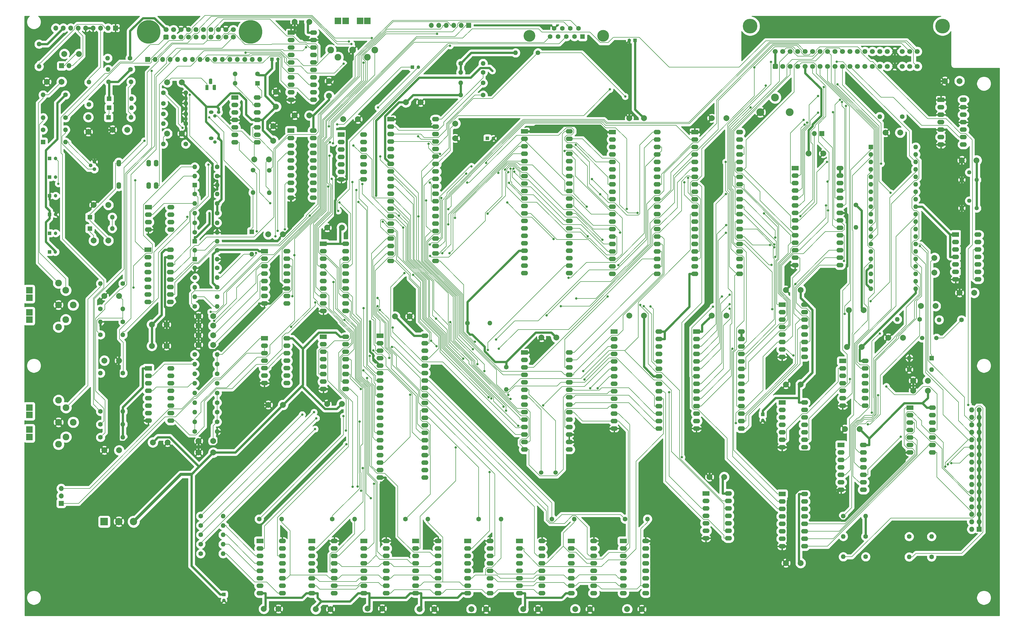
<source format=gbr>
%TF.GenerationSoftware,KiCad,Pcbnew,(5.1.5)-3*%
%TF.CreationDate,2022-07-02T21:18:52-05:00*%
%TF.ProjectId,dragon64,64726167-6f6e-4363-942e-6b696361645f,rev?*%
%TF.SameCoordinates,Original*%
%TF.FileFunction,Copper,L2,Bot*%
%TF.FilePolarity,Positive*%
%FSLAX46Y46*%
G04 Gerber Fmt 4.6, Leading zero omitted, Abs format (unit mm)*
G04 Created by KiCad (PCBNEW (5.1.5)-3) date 2022-07-02 21:18:52*
%MOMM*%
%LPD*%
G04 APERTURE LIST*
%TA.AperFunction,ComponentPad*%
%ADD10C,2.500000*%
%TD*%
%TA.AperFunction,ComponentPad*%
%ADD11R,2.500000X2.500000*%
%TD*%
%TA.AperFunction,ComponentPad*%
%ADD12C,1.500000*%
%TD*%
%TA.AperFunction,ComponentPad*%
%ADD13O,2.400000X1.600000*%
%TD*%
%TA.AperFunction,ComponentPad*%
%ADD14R,2.400000X1.600000*%
%TD*%
%TA.AperFunction,ComponentPad*%
%ADD15O,1.600000X1.600000*%
%TD*%
%TA.AperFunction,ComponentPad*%
%ADD16C,1.600000*%
%TD*%
%TA.AperFunction,ComponentPad*%
%ADD17C,2.643000*%
%TD*%
%TA.AperFunction,ComponentPad*%
%ADD18C,2.000000*%
%TD*%
%TA.AperFunction,ComponentPad*%
%ADD19R,1.600000X1.600000*%
%TD*%
%TA.AperFunction,ComponentPad*%
%ADD20C,1.440000*%
%TD*%
%TA.AperFunction,ComponentPad*%
%ADD21O,1.727200X1.727200*%
%TD*%
%TA.AperFunction,ComponentPad*%
%ADD22R,1.727200X1.727200*%
%TD*%
%TA.AperFunction,ComponentPad*%
%ADD23O,1.700000X1.700000*%
%TD*%
%TA.AperFunction,ComponentPad*%
%ADD24R,1.700000X1.700000*%
%TD*%
%TA.AperFunction,ComponentPad*%
%ADD25C,4.000000*%
%TD*%
%TA.AperFunction,ComponentPad*%
%ADD26O,1.200000X1.200000*%
%TD*%
%TA.AperFunction,ComponentPad*%
%ADD27O,1.600000X1.200000*%
%TD*%
%TA.AperFunction,ComponentPad*%
%ADD28R,1.100000X1.800000*%
%TD*%
%TA.AperFunction,ComponentPad*%
%ADD29C,0.100000*%
%TD*%
%TA.AperFunction,ComponentPad*%
%ADD30C,1.200000*%
%TD*%
%TA.AperFunction,ComponentPad*%
%ADD31R,1.200000X1.200000*%
%TD*%
%TA.AperFunction,ComponentPad*%
%ADD32C,5.000000*%
%TD*%
%TA.AperFunction,ComponentPad*%
%ADD33C,1.700000*%
%TD*%
%TA.AperFunction,ComponentPad*%
%ADD34C,8.000000*%
%TD*%
%TA.AperFunction,ComponentPad*%
%ADD35O,1.600000X2.300000*%
%TD*%
%TA.AperFunction,ComponentPad*%
%ADD36R,2.286000X2.286000*%
%TD*%
%TA.AperFunction,ComponentPad*%
%ADD37C,2.286000*%
%TD*%
%TA.AperFunction,ComponentPad*%
%ADD38C,1.300000*%
%TD*%
%TA.AperFunction,ViaPad*%
%ADD39C,0.800000*%
%TD*%
%TA.AperFunction,Conductor*%
%ADD40C,0.762000*%
%TD*%
%TA.AperFunction,Conductor*%
%ADD41C,1.016000*%
%TD*%
%TA.AperFunction,Conductor*%
%ADD42C,0.203200*%
%TD*%
%TA.AperFunction,Conductor*%
%ADD43C,0.254000*%
%TD*%
G04 APERTURE END LIST*
D10*
%TO.P,J1,3*%
%TO.N,+5V*%
X37900000Y-143100000D03*
%TO.P,J1,2*%
%TO.N,GND*%
X32900000Y-143100000D03*
D11*
%TO.P,J1,1*%
%TO.N,+12V*%
X27900000Y-143100000D03*
%TD*%
D12*
%TO.P,Y1,2*%
%TO.N,Net-(R50-Pad1)*%
X310880000Y-80600000D03*
%TO.P,Y1,1*%
%TO.N,Net-(C5-Pad2)*%
X306000000Y-80600000D03*
%TD*%
D13*
%TO.P,U11,14*%
%TO.N,+5V*%
X325020000Y-45400000D03*
%TO.P,U11,7*%
%TO.N,GND*%
X317400000Y-60640000D03*
%TO.P,U11,13*%
%TO.N,+5V*%
X325020000Y-47940000D03*
%TO.P,U11,6*%
%TO.N,DSKCLK*%
X317400000Y-58100000D03*
%TO.P,U11,12*%
%TO.N,Net-(U11-Pad12)*%
X325020000Y-50480000D03*
%TO.P,U11,5*%
%TO.N,N/C*%
X317400000Y-55560000D03*
%TO.P,U11,11*%
%TO.N,Net-(R50-Pad1)*%
X325020000Y-53020000D03*
%TO.P,U11,4*%
%TO.N,+5V*%
X317400000Y-53020000D03*
%TO.P,U11,10*%
X325020000Y-55560000D03*
%TO.P,U11,3*%
%TO.N,Net-(U11-Pad12)*%
X317400000Y-50480000D03*
%TO.P,U11,9*%
%TO.N,N/C*%
X325020000Y-58100000D03*
%TO.P,U11,2*%
%TO.N,DSKCLK*%
X317400000Y-47940000D03*
%TO.P,U11,8*%
%TO.N,Net-(U11-Pad12)*%
X325020000Y-60640000D03*
D14*
%TO.P,U11,1*%
%TO.N,+5V*%
X317400000Y-45400000D03*
%TD*%
D15*
%TO.P,R50,2*%
%TO.N,Net-(C68-Pad1)*%
X311780000Y-74400000D03*
D16*
%TO.P,R50,1*%
%TO.N,Net-(R50-Pad1)*%
X319400000Y-74400000D03*
%TD*%
D15*
%TO.P,R49,2*%
%TO.N,Net-(C5-Pad2)*%
X297580000Y-74200000D03*
D16*
%TO.P,R49,1*%
%TO.N,Net-(C68-Pad2)*%
X305200000Y-74200000D03*
%TD*%
D17*
%TO.P,C77,3*%
%TO.N,N/C*%
X261000000Y-3700000D03*
%TO.P,C77,2*%
%TO.N,GND*%
X251000000Y-3700000D03*
%TO.P,C77,1*%
%TO.N,Net-(C77-Pad1)*%
X256000000Y1300000D03*
%TD*%
D18*
%TO.P,C68,2*%
%TO.N,Net-(C68-Pad2)*%
X305600000Y-69700000D03*
%TO.P,C68,1*%
%TO.N,Net-(C68-Pad1)*%
X310600000Y-69700000D03*
%TD*%
%TO.P,C5,2*%
%TO.N,Net-(C5-Pad2)*%
X299500000Y-80500000D03*
%TO.P,C5,1*%
%TO.N,GND*%
X294500000Y-80500000D03*
%TD*%
%TO.P,C2,2*%
%TO.N,Net-(C2-Pad2)*%
X310200000Y-58300000D03*
%TO.P,C2,1*%
%TO.N,Net-(C2-Pad1)*%
X310200000Y-53300000D03*
%TD*%
D13*
%TO.P,X1,14*%
%TO.N,+5V*%
X116120000Y-11300000D03*
%TO.P,X1,7*%
%TO.N,GND*%
X108500000Y-26540000D03*
%TO.P,X1,13*%
%TO.N,N/C*%
X116120000Y-13840000D03*
%TO.P,X1,6*%
X108500000Y-24000000D03*
%TO.P,X1,12*%
X116120000Y-16380000D03*
%TO.P,X1,5*%
X108500000Y-21460000D03*
%TO.P,X1,11*%
X116120000Y-18920000D03*
%TO.P,X1,4*%
X108500000Y-18920000D03*
%TO.P,X1,10*%
X116120000Y-21460000D03*
%TO.P,X1,3*%
X108500000Y-16380000D03*
%TO.P,X1,9*%
X116120000Y-24000000D03*
%TO.P,X1,2*%
X108500000Y-13840000D03*
%TO.P,X1,8*%
%TO.N,Net-(IC39-Pad6)*%
X116120000Y-26540000D03*
D14*
%TO.P,X1,1*%
%TO.N,N/C*%
X108500000Y-11300000D03*
%TD*%
D15*
%TO.P,U10,40*%
%TO.N,N/C*%
X303790000Y-15540000D03*
%TO.P,U10,20*%
%TO.N,GND*%
X288550000Y-63800000D03*
%TO.P,U10,39*%
%TO.N,DINT2*%
X303790000Y-18080000D03*
%TO.P,U10,19*%
%TO.N,~RESET*%
X288550000Y-61260000D03*
%TO.P,U10,38*%
%TO.N,CART*%
X303790000Y-20620000D03*
%TO.P,U10,18*%
%TO.N,Net-(RV1-Pad2)*%
X288550000Y-58720000D03*
%TO.P,U10,37*%
%TO.N,DDEN*%
X303790000Y-23160000D03*
%TO.P,U10,17*%
%TO.N,GND*%
X288550000Y-56180000D03*
%TO.P,U10,36*%
%TO.N,DISKWPRT*%
X303790000Y-25700000D03*
%TO.P,U10,16*%
%TO.N,Net-(U10-Pad16)*%
X288550000Y-53640000D03*
%TO.P,U10,35*%
%TO.N,DISKIP*%
X303790000Y-28240000D03*
%TO.P,U10,15*%
%TO.N,Net-(U10-Pad15)*%
X288550000Y-51100000D03*
%TO.P,U10,34*%
%TO.N,TR00*%
X303790000Y-30780000D03*
%TO.P,U10,14*%
%TO.N,D7*%
X288550000Y-48560000D03*
%TO.P,U10,33*%
%TO.N,Net-(RV2-Pad2)*%
X303790000Y-33320000D03*
%TO.P,U10,13*%
%TO.N,D6*%
X288550000Y-46020000D03*
%TO.P,U10,32*%
%TO.N,+5V*%
X303790000Y-35860000D03*
%TO.P,U10,12*%
%TO.N,D5*%
X288550000Y-43480000D03*
%TO.P,U10,31*%
%TO.N,Net-(U10-Pad31)*%
X303790000Y-38400000D03*
%TO.P,U10,11*%
%TO.N,D4*%
X288550000Y-40940000D03*
%TO.P,U10,30*%
%TO.N,Net-(U10-Pad30)*%
X303790000Y-40940000D03*
%TO.P,U10,10*%
%TO.N,D3*%
X288550000Y-38400000D03*
%TO.P,U10,29*%
%TO.N,N/C*%
X303790000Y-43480000D03*
%TO.P,U10,9*%
%TO.N,D2*%
X288550000Y-35860000D03*
%TO.P,U10,28*%
%TO.N,N/C*%
X303790000Y-46020000D03*
%TO.P,U10,8*%
%TO.N,D1*%
X288550000Y-33320000D03*
%TO.P,U10,27*%
%TO.N,DISKRAWRD*%
X303790000Y-48560000D03*
%TO.P,U10,7*%
%TO.N,D0*%
X288550000Y-30780000D03*
%TO.P,U10,26*%
%TO.N,Net-(C77-Pad1)*%
X303790000Y-51100000D03*
%TO.P,U10,6*%
%TO.N,A1*%
X288550000Y-28240000D03*
%TO.P,U10,25*%
%TO.N,Net-(U10-Pad25)*%
X303790000Y-53640000D03*
%TO.P,U10,5*%
%TO.N,A0*%
X288550000Y-25700000D03*
%TO.P,U10,24*%
%TO.N,DSKCLK*%
X303790000Y-56180000D03*
%TO.P,U10,4*%
%TO.N,Net-(U10-Pad4)*%
X288550000Y-23160000D03*
%TO.P,U10,23*%
%TO.N,Net-(C2-Pad2)*%
X303790000Y-58720000D03*
%TO.P,U10,3*%
%TO.N,A2*%
X288550000Y-20620000D03*
%TO.P,U10,22*%
%TO.N,Net-(R10-Pad1)*%
X303790000Y-61260000D03*
%TO.P,U10,2*%
%TO.N,Net-(U10-Pad2)*%
X288550000Y-18080000D03*
%TO.P,U10,21*%
%TO.N,+5V*%
X303790000Y-63800000D03*
D19*
%TO.P,U10,1*%
%TO.N,ENP*%
X288550000Y-15540000D03*
%TD*%
D13*
%TO.P,U9,16*%
%TO.N,+5V*%
X266010000Y-69250000D03*
%TO.P,U9,8*%
%TO.N,GND*%
X258390000Y-87030000D03*
%TO.P,U9,15*%
%TO.N,DINT1*%
X266010000Y-71790000D03*
%TO.P,U9,7*%
%TO.N,Net-(U8-Pad13)*%
X258390000Y-84490000D03*
%TO.P,U9,14*%
%TO.N,D5*%
X266010000Y-74330000D03*
%TO.P,U9,6*%
%TO.N,D2*%
X258390000Y-81950000D03*
%TO.P,U9,13*%
%TO.N,D4*%
X266010000Y-76870000D03*
%TO.P,U9,5*%
%TO.N,Net-(U7-Pad13)*%
X258390000Y-79410000D03*
%TO.P,U9,12*%
%TO.N,ENP*%
X266010000Y-79410000D03*
%TO.P,U9,4*%
%TO.N,D1*%
X258390000Y-76870000D03*
%TO.P,U9,11*%
%TO.N,D3*%
X266010000Y-81950000D03*
%TO.P,U9,3*%
%TO.N,D0*%
X258390000Y-74330000D03*
%TO.P,U9,10*%
%TO.N,DDEN*%
X266010000Y-84490000D03*
%TO.P,U9,2*%
%TO.N,Net-(U7-Pad14)*%
X258390000Y-71790000D03*
%TO.P,U9,9*%
%TO.N,Net-(U3-Pad3)*%
X266010000Y-87030000D03*
D14*
%TO.P,U9,1*%
%TO.N,~RESET*%
X258390000Y-69250000D03*
%TD*%
D13*
%TO.P,U8,14*%
%TO.N,+5V*%
X286060000Y-117010000D03*
%TO.P,U8,7*%
%TO.N,GND*%
X278440000Y-132250000D03*
%TO.P,U8,13*%
%TO.N,Net-(U8-Pad13)*%
X286060000Y-119550000D03*
%TO.P,U8,6*%
%TO.N,WD*%
X278440000Y-129710000D03*
%TO.P,U8,12*%
%TO.N,DISKMOTOR*%
X286060000Y-122090000D03*
%TO.P,U8,5*%
%TO.N,Net-(U10-Pad31)*%
X278440000Y-127170000D03*
%TO.P,U8,11*%
%TO.N,Net-(U10-Pad25)*%
X286060000Y-124630000D03*
%TO.P,U8,4*%
%TO.N,DIRC*%
X278440000Y-124630000D03*
%TO.P,U8,10*%
%TO.N,SSO*%
X286060000Y-127170000D03*
%TO.P,U8,3*%
%TO.N,Net-(U10-Pad16)*%
X278440000Y-122090000D03*
%TO.P,U8,9*%
%TO.N,Net-(U10-Pad30)*%
X286060000Y-129710000D03*
%TO.P,U8,2*%
%TO.N,STEP*%
X278440000Y-119550000D03*
%TO.P,U8,8*%
%TO.N,WG*%
X286060000Y-132250000D03*
D14*
%TO.P,U8,1*%
%TO.N,Net-(U10-Pad15)*%
X278440000Y-117010000D03*
%TD*%
D13*
%TO.P,U7,16*%
%TO.N,+5V*%
X266010000Y-133700000D03*
%TO.P,U7,8*%
%TO.N,GND*%
X258390000Y-151480000D03*
%TO.P,U7,15*%
%TO.N,DISKMOTOR*%
X266010000Y-136240000D03*
%TO.P,U7,7*%
%TO.N,N/C*%
X258390000Y-148940000D03*
%TO.P,U7,14*%
%TO.N,Net-(U7-Pad14)*%
X266010000Y-138780000D03*
%TO.P,U7,6*%
%TO.N,Net-(U6-Pad5)*%
X258390000Y-146400000D03*
%TO.P,U7,13*%
%TO.N,Net-(U7-Pad13)*%
X266010000Y-141320000D03*
%TO.P,U7,5*%
%TO.N,Net-(U6-Pad3)*%
X258390000Y-143860000D03*
%TO.P,U7,12*%
%TO.N,Net-(U4-Pad1)*%
X266010000Y-143860000D03*
%TO.P,U7,4*%
%TO.N,Net-(U6-Pad1)*%
X258390000Y-141320000D03*
%TO.P,U7,11*%
%TO.N,Net-(U4-Pad3)*%
X266010000Y-146400000D03*
%TO.P,U7,3*%
%TO.N,A3*%
X258390000Y-138780000D03*
%TO.P,U7,10*%
%TO.N,Net-(U4-Pad5)*%
X266010000Y-148940000D03*
%TO.P,U7,2*%
%TO.N,R~W~*%
X258390000Y-136240000D03*
%TO.P,U7,9*%
%TO.N,Net-(U4-Pad9)*%
X266010000Y-151480000D03*
D14*
%TO.P,U7,1*%
%TO.N,P2*%
X258390000Y-133700000D03*
%TD*%
D13*
%TO.P,U6,14*%
%TO.N,+5V*%
X266010000Y-102510000D03*
%TO.P,U6,7*%
%TO.N,GND*%
X258390000Y-117750000D03*
%TO.P,U6,13*%
%TO.N,N/C*%
X266010000Y-105050000D03*
%TO.P,U6,6*%
%TO.N,Net-(U3-Pad2)*%
X258390000Y-115210000D03*
%TO.P,U6,12*%
%TO.N,N/C*%
X266010000Y-107590000D03*
%TO.P,U6,5*%
%TO.N,Net-(U6-Pad5)*%
X258390000Y-112670000D03*
%TO.P,U6,11*%
%TO.N,Net-(C68-Pad1)*%
X266010000Y-110130000D03*
%TO.P,U6,4*%
%TO.N,Net-(U3-Pad9)*%
X258390000Y-110130000D03*
%TO.P,U6,10*%
%TO.N,Net-(R50-Pad1)*%
X266010000Y-112670000D03*
%TO.P,U6,3*%
%TO.N,Net-(U6-Pad3)*%
X258390000Y-107590000D03*
%TO.P,U6,9*%
%TO.N,Net-(C5-Pad2)*%
X266010000Y-115210000D03*
%TO.P,U6,2*%
%TO.N,Net-(U3-Pad5)*%
X258390000Y-105050000D03*
%TO.P,U6,8*%
%TO.N,Net-(C68-Pad2)*%
X266010000Y-117750000D03*
D14*
%TO.P,U6,1*%
%TO.N,Net-(U6-Pad1)*%
X258390000Y-102510000D03*
%TD*%
D13*
%TO.P,U5,28*%
%TO.N,+5V*%
X278050000Y-22790000D03*
%TO.P,U5,14*%
%TO.N,GND*%
X262810000Y-55810000D03*
%TO.P,U5,27*%
%TO.N,+5V*%
X278050000Y-25330000D03*
%TO.P,U5,13*%
%TO.N,D2*%
X262810000Y-53270000D03*
%TO.P,U5,26*%
%TO.N,N/C*%
X278050000Y-27870000D03*
%TO.P,U5,12*%
%TO.N,D1*%
X262810000Y-50730000D03*
%TO.P,U5,25*%
%TO.N,A8*%
X278050000Y-30410000D03*
%TO.P,U5,11*%
%TO.N,D0*%
X262810000Y-48190000D03*
%TO.P,U5,24*%
%TO.N,A9*%
X278050000Y-32950000D03*
%TO.P,U5,10*%
%TO.N,A0*%
X262810000Y-45650000D03*
%TO.P,U5,23*%
%TO.N,A11*%
X278050000Y-35490000D03*
%TO.P,U5,9*%
%TO.N,A1*%
X262810000Y-43110000D03*
%TO.P,U5,22*%
%TO.N,GND*%
X278050000Y-38030000D03*
%TO.P,U5,8*%
%TO.N,A2*%
X262810000Y-40570000D03*
%TO.P,U5,21*%
%TO.N,A10*%
X278050000Y-40570000D03*
%TO.P,U5,7*%
%TO.N,A3*%
X262810000Y-38030000D03*
%TO.P,U5,20*%
%TO.N,Net-(J5-Pad1)*%
X278050000Y-43110000D03*
%TO.P,U5,6*%
%TO.N,A4*%
X262810000Y-35490000D03*
%TO.P,U5,19*%
%TO.N,D7*%
X278050000Y-45650000D03*
%TO.P,U5,5*%
%TO.N,A5*%
X262810000Y-32950000D03*
%TO.P,U5,18*%
%TO.N,D6*%
X278050000Y-48190000D03*
%TO.P,U5,4*%
%TO.N,A6*%
X262810000Y-30410000D03*
%TO.P,U5,17*%
%TO.N,D5*%
X278050000Y-50730000D03*
%TO.P,U5,3*%
%TO.N,A7*%
X262810000Y-27870000D03*
%TO.P,U5,16*%
%TO.N,D4*%
X278050000Y-53270000D03*
%TO.P,U5,2*%
%TO.N,A12*%
X262810000Y-25330000D03*
%TO.P,U5,15*%
%TO.N,D3*%
X278050000Y-55810000D03*
D14*
%TO.P,U5,1*%
%TO.N,+5V*%
X262810000Y-22790000D03*
%TD*%
D13*
%TO.P,U4,14*%
%TO.N,+5V*%
X309520000Y-104300000D03*
%TO.P,U4,7*%
%TO.N,GND*%
X301900000Y-119540000D03*
%TO.P,U4,13*%
%TO.N,N/C*%
X309520000Y-106840000D03*
%TO.P,U4,6*%
%TO.N,DS2*%
X301900000Y-117000000D03*
%TO.P,U4,12*%
%TO.N,N/C*%
X309520000Y-109380000D03*
%TO.P,U4,5*%
%TO.N,Net-(U4-Pad5)*%
X301900000Y-114460000D03*
%TO.P,U4,11*%
%TO.N,Net-(U3-Pad11)*%
X309520000Y-111920000D03*
%TO.P,U4,4*%
%TO.N,DS1*%
X301900000Y-111920000D03*
%TO.P,U4,10*%
%TO.N,~NMI*%
X309520000Y-114460000D03*
%TO.P,U4,3*%
%TO.N,Net-(U4-Pad3)*%
X301900000Y-109380000D03*
%TO.P,U4,9*%
%TO.N,Net-(U4-Pad9)*%
X309520000Y-117000000D03*
%TO.P,U4,2*%
%TO.N,DS0*%
X301900000Y-106840000D03*
%TO.P,U4,8*%
%TO.N,DS3*%
X309520000Y-119540000D03*
D14*
%TO.P,U4,1*%
%TO.N,Net-(U4-Pad1)*%
X301900000Y-104300000D03*
%TD*%
D13*
%TO.P,U3,14*%
%TO.N,+5V*%
X286620000Y-88400000D03*
%TO.P,U3,7*%
%TO.N,GND*%
X279000000Y-103640000D03*
%TO.P,U3,13*%
%TO.N,DINT2*%
X286620000Y-90940000D03*
%TO.P,U3,6*%
%TO.N,Net-(U10-Pad2)*%
X279000000Y-101100000D03*
%TO.P,U3,12*%
%TO.N,DINT1*%
X286620000Y-93480000D03*
%TO.P,U3,5*%
%TO.N,Net-(U3-Pad5)*%
X279000000Y-98560000D03*
%TO.P,U3,11*%
%TO.N,Net-(U3-Pad11)*%
X286620000Y-96020000D03*
%TO.P,U3,4*%
%TO.N,Q*%
X279000000Y-96020000D03*
%TO.P,U3,10*%
%TO.N,E*%
X286620000Y-98560000D03*
%TO.P,U3,3*%
%TO.N,Net-(U3-Pad3)*%
X279000000Y-93480000D03*
%TO.P,U3,9*%
%TO.N,Net-(U3-Pad9)*%
X286620000Y-101100000D03*
%TO.P,U3,2*%
%TO.N,Net-(U3-Pad2)*%
X279000000Y-90940000D03*
%TO.P,U3,8*%
%TO.N,Net-(U10-Pad4)*%
X286620000Y-103640000D03*
D14*
%TO.P,U3,1*%
%TO.N,E*%
X279000000Y-88400000D03*
%TD*%
D13*
%TO.P,U2,14*%
%TO.N,Net-(D4-Pad1)*%
X79960000Y1240000D03*
%TO.P,U2,7*%
%TO.N,/Video/oA*%
X72340000Y-14000000D03*
%TO.P,U2,13*%
%TO.N,Net-(D4-Pad2)*%
X79960000Y-1300000D03*
%TO.P,U2,6*%
%TO.N,/Video/CHB*%
X72340000Y-11460000D03*
%TO.P,U2,12*%
%TO.N,N/C*%
X79960000Y-3840000D03*
%TO.P,U2,5*%
%TO.N,/Video/oB*%
X72340000Y-8920000D03*
%TO.P,U2,11*%
%TO.N,+5V*%
X79960000Y-6380000D03*
%TO.P,U2,4*%
%TO.N,GND*%
X72340000Y-6380000D03*
%TO.P,U2,10*%
%TO.N,Net-(R43-Pad1)*%
X79960000Y-8920000D03*
%TO.P,U2,3*%
%TO.N,N/C*%
X72340000Y-3840000D03*
%TO.P,U2,9*%
%TO.N,/Video/Y*%
X79960000Y-11460000D03*
%TO.P,U2,2*%
%TO.N,VCLK1*%
X72340000Y-1300000D03*
%TO.P,U2,8*%
%TO.N,Net-(C49-Pad1)*%
X79960000Y-14000000D03*
D14*
%TO.P,U2,1*%
%TO.N,N/C*%
X72340000Y1240000D03*
%TD*%
D20*
%TO.P,RV2,1*%
%TO.N,+5V*%
X324580000Y-36400000D03*
%TO.P,RV2,2*%
%TO.N,Net-(RV2-Pad2)*%
X322040000Y-33860000D03*
%TO.P,RV2,3*%
%TO.N,GND*%
X319500000Y-36400000D03*
%TD*%
%TO.P,RV1,1*%
%TO.N,+5V*%
X324580000Y-26740000D03*
%TO.P,RV1,2*%
%TO.N,Net-(RV1-Pad2)*%
X322040000Y-24200000D03*
%TO.P,RV1,3*%
%TO.N,GND*%
X319500000Y-26740000D03*
%TD*%
D15*
%TO.P,R48,2*%
%TO.N,DISKRAWRD*%
X301580000Y-155100000D03*
D16*
%TO.P,R48,1*%
%TO.N,+5V*%
X309200000Y-155100000D03*
%TD*%
D15*
%TO.P,R47,2*%
%TO.N,+5V*%
X309200000Y-148175000D03*
D16*
%TO.P,R47,1*%
%TO.N,DISKIP*%
X301580000Y-148175000D03*
%TD*%
D15*
%TO.P,R46,2*%
%TO.N,DISKWPRT*%
X279180000Y-155050000D03*
D16*
%TO.P,R46,1*%
%TO.N,+5V*%
X286800000Y-155050000D03*
%TD*%
D15*
%TO.P,R45,2*%
%TO.N,TR00*%
X279180000Y-148125000D03*
D16*
%TO.P,R45,1*%
%TO.N,+5V*%
X286800000Y-148125000D03*
%TD*%
D15*
%TO.P,R44,2*%
%TO.N,Net-(C2-Pad1)*%
X309250000Y-91330000D03*
D16*
%TO.P,R44,1*%
%TO.N,GND*%
X301630000Y-91330000D03*
%TD*%
D15*
%TO.P,R10,2*%
%TO.N,+5V*%
X286800000Y-141200000D03*
D16*
%TO.P,R10,1*%
%TO.N,Net-(R10-Pad1)*%
X279180000Y-141200000D03*
%TD*%
D15*
%TO.P,R9,2*%
%TO.N,Net-(J5-Pad1)*%
X283500000Y-42920000D03*
D16*
%TO.P,R9,1*%
%TO.N,+5V*%
X283500000Y-35300000D03*
%TD*%
D21*
%TO.P,J6,34*%
%TO.N,N/C*%
X322850000Y-105030000D03*
%TO.P,J6,33*%
%TO.N,GND*%
X325390000Y-105030000D03*
%TO.P,J6,32*%
%TO.N,SSO*%
X322850000Y-107570000D03*
%TO.P,J6,31*%
%TO.N,GND*%
X325390000Y-107570000D03*
%TO.P,J6,30*%
%TO.N,DISKRAWRD*%
X322850000Y-110110000D03*
%TO.P,J6,29*%
%TO.N,GND*%
X325390000Y-110110000D03*
%TO.P,J6,28*%
%TO.N,DISKWPRT*%
X322850000Y-112650000D03*
%TO.P,J6,27*%
%TO.N,GND*%
X325390000Y-112650000D03*
%TO.P,J6,26*%
%TO.N,TR00*%
X322850000Y-115190000D03*
%TO.P,J6,25*%
%TO.N,GND*%
X325390000Y-115190000D03*
%TO.P,J6,24*%
%TO.N,WG*%
X322850000Y-117730000D03*
%TO.P,J6,23*%
%TO.N,GND*%
X325390000Y-117730000D03*
%TO.P,J6,22*%
%TO.N,WD*%
X322850000Y-120270000D03*
%TO.P,J6,21*%
%TO.N,GND*%
X325390000Y-120270000D03*
%TO.P,J6,20*%
%TO.N,STEP*%
X322850000Y-122810000D03*
%TO.P,J6,19*%
%TO.N,GND*%
X325390000Y-122810000D03*
%TO.P,J6,18*%
%TO.N,DIRC*%
X322850000Y-125350000D03*
%TO.P,J6,17*%
%TO.N,GND*%
X325390000Y-125350000D03*
%TO.P,J6,16*%
%TO.N,DISKMOTOR*%
X322850000Y-127890000D03*
%TO.P,J6,15*%
%TO.N,GND*%
X325390000Y-127890000D03*
%TO.P,J6,14*%
%TO.N,DS2*%
X322850000Y-130430000D03*
%TO.P,J6,13*%
%TO.N,GND*%
X325390000Y-130430000D03*
%TO.P,J6,12*%
%TO.N,DS1*%
X322850000Y-132970000D03*
%TO.P,J6,11*%
%TO.N,GND*%
X325390000Y-132970000D03*
%TO.P,J6,10*%
%TO.N,DS0*%
X322850000Y-135510000D03*
%TO.P,J6,9*%
%TO.N,GND*%
X325390000Y-135510000D03*
%TO.P,J6,8*%
%TO.N,DISKIP*%
X322850000Y-138050000D03*
%TO.P,J6,7*%
%TO.N,GND*%
X325390000Y-138050000D03*
%TO.P,J6,6*%
%TO.N,DS3*%
X322850000Y-140590000D03*
%TO.P,J6,5*%
%TO.N,GND*%
X325390000Y-140590000D03*
%TO.P,J6,4*%
%TO.N,N/C*%
X322850000Y-143130000D03*
%TO.P,J6,3*%
%TO.N,GND*%
X325390000Y-143130000D03*
%TO.P,J6,2*%
%TO.N,N/C*%
X322850000Y-145670000D03*
D22*
%TO.P,J6,1*%
%TO.N,GND*%
X325390000Y-145670000D03*
%TD*%
D23*
%TO.P,J5,2*%
%TO.N,ROM2*%
X269380000Y-11020000D03*
D24*
%TO.P,J5,1*%
%TO.N,Net-(J5-Pad1)*%
X271920000Y-11020000D03*
%TD*%
D15*
%TO.P,D8,2*%
%TO.N,GND*%
X301630000Y-87420000D03*
D19*
%TO.P,D8,1*%
%TO.N,Net-(C2-Pad1)*%
X309250000Y-87420000D03*
%TD*%
D18*
%TO.P,C78,2*%
%TO.N,+5V*%
X307940000Y-95130000D03*
%TO.P,C78,1*%
%TO.N,GND*%
X302940000Y-95130000D03*
%TD*%
%TO.P,C76,2*%
%TO.N,GND*%
X259690000Y-157200000D03*
%TO.P,C76,1*%
%TO.N,+5V*%
X264690000Y-157200000D03*
%TD*%
%TO.P,C75,2*%
%TO.N,GND*%
X280470000Y-83650000D03*
%TO.P,C75,1*%
%TO.N,+5V*%
X285470000Y-83650000D03*
%TD*%
%TO.P,C74,2*%
%TO.N,GND*%
X319500000Y-20100000D03*
%TO.P,C74,1*%
%TO.N,+5V*%
X324500000Y-20100000D03*
%TD*%
%TO.P,C73,2*%
%TO.N,GND*%
X318700000Y-65200000D03*
%TO.P,C73,1*%
%TO.N,+5V*%
X323700000Y-65200000D03*
%TD*%
%TO.P,C72,2*%
%TO.N,GND*%
X103705000Y-103050000D03*
%TO.P,C72,1*%
%TO.N,+5V*%
X108705000Y-103050000D03*
%TD*%
%TO.P,C71,2*%
%TO.N,GND*%
X293530000Y-10660000D03*
%TO.P,C71,1*%
%TO.N,+5V*%
X298530000Y-10660000D03*
%TD*%
%TO.P,C70,2*%
%TO.N,GND*%
X92690000Y-4820000D03*
%TO.P,C70,1*%
%TO.N,+5V*%
X97690000Y-4820000D03*
%TD*%
%TO.P,C66,2*%
%TO.N,GND*%
X281100000Y-71100000D03*
%TO.P,C66,1*%
%TO.N,+5V*%
X286100000Y-71100000D03*
%TD*%
%TO.P,C65,2*%
%TO.N,GND*%
X272420000Y-17800000D03*
%TO.P,C65,1*%
%TO.N,+5V*%
X267420000Y-17800000D03*
%TD*%
%TO.P,C55,2*%
%TO.N,GND*%
X259690000Y-64230000D03*
%TO.P,C55,1*%
%TO.N,+5V*%
X264690000Y-64230000D03*
%TD*%
D25*
%TO.P,J4,0*%
%TO.N,N/C*%
X172520000Y22310000D03*
X197520000Y22310000D03*
D16*
%TO.P,J4,9*%
%TO.N,GND*%
X180865000Y24850000D03*
%TO.P,J4,8*%
%TO.N,N/C*%
X183635000Y24850000D03*
%TO.P,J4,7*%
%TO.N,/Serial/DTR*%
X186405000Y24850000D03*
%TO.P,J4,6*%
%TO.N,/Serial/CTS*%
X189175000Y24850000D03*
%TO.P,J4,5*%
%TO.N,/Serial/TXD*%
X179480000Y22010000D03*
%TO.P,J4,4*%
%TO.N,N/C*%
X182250000Y22010000D03*
%TO.P,J4,3*%
%TO.N,/Serial/RXD*%
X185020000Y22010000D03*
%TO.P,J4,2*%
%TO.N,N/C*%
X187790000Y22010000D03*
D19*
%TO.P,J4,1*%
X190560000Y22010000D03*
%TD*%
D15*
%TO.P,R43,2*%
%TO.N,Net-(C49-Pad2)*%
X84010000Y-31180000D03*
D16*
%TO.P,R43,1*%
%TO.N,Net-(R43-Pad1)*%
X84010000Y-23560000D03*
%TD*%
D15*
%TO.P,R42,2*%
%TO.N,RES_IN*%
X22680000Y6490000D03*
D16*
%TO.P,R42,1*%
%TO.N,+5V*%
X22680000Y-1130000D03*
%TD*%
D26*
%TO.P,Q3,2*%
%TO.N,+5V*%
X66834700Y-3730000D03*
%TO.P,Q3,1*%
%TO.N,Net-(C49-Pad1)*%
X65564700Y-5000000D03*
D27*
%TO.P,Q3,3*%
%TO.N,CHROMA*%
X64294700Y-3730000D03*
%TD*%
D26*
%TO.P,Q2,2*%
%TO.N,+5V*%
X66834700Y-12570000D03*
%TO.P,Q2,1*%
%TO.N,Net-(Q1-Pad3)*%
X65564700Y-13840000D03*
D27*
%TO.P,Q2,3*%
%TO.N,LUMA*%
X64294700Y-12570000D03*
%TD*%
D28*
%TO.P,Q1,2*%
%TO.N,Net-(C37-Pad2)*%
X62840000Y4710000D03*
%TA.AperFunction,ComponentPad*%
D29*
%TO.P,Q1,3*%
%TO.N,Net-(Q1-Pad3)*%
G36*
X65681955Y5608676D02*
G01*
X65708650Y5604716D01*
X65734828Y5598159D01*
X65760238Y5589067D01*
X65784634Y5577528D01*
X65807782Y5563654D01*
X65829458Y5547578D01*
X65849454Y5529454D01*
X65867578Y5509458D01*
X65883654Y5487782D01*
X65897528Y5464634D01*
X65909067Y5440238D01*
X65918159Y5414828D01*
X65924716Y5388650D01*
X65928676Y5361955D01*
X65930000Y5335000D01*
X65930000Y4085000D01*
X65928676Y4058045D01*
X65924716Y4031350D01*
X65918159Y4005172D01*
X65909067Y3979762D01*
X65897528Y3955366D01*
X65883654Y3932218D01*
X65867578Y3910542D01*
X65849454Y3890546D01*
X65829458Y3872422D01*
X65807782Y3856346D01*
X65784634Y3842472D01*
X65760238Y3830933D01*
X65734828Y3821841D01*
X65708650Y3815284D01*
X65681955Y3811324D01*
X65655000Y3810000D01*
X65105000Y3810000D01*
X65078045Y3811324D01*
X65051350Y3815284D01*
X65025172Y3821841D01*
X64999762Y3830933D01*
X64975366Y3842472D01*
X64952218Y3856346D01*
X64930542Y3872422D01*
X64910546Y3890546D01*
X64892422Y3910542D01*
X64876346Y3932218D01*
X64862472Y3955366D01*
X64850933Y3979762D01*
X64841841Y4005172D01*
X64835284Y4031350D01*
X64831324Y4058045D01*
X64830000Y4085000D01*
X64830000Y5335000D01*
X64831324Y5361955D01*
X64835284Y5388650D01*
X64841841Y5414828D01*
X64850933Y5440238D01*
X64862472Y5464634D01*
X64876346Y5487782D01*
X64892422Y5509458D01*
X64910546Y5529454D01*
X64930542Y5547578D01*
X64952218Y5563654D01*
X64975366Y5577528D01*
X64999762Y5589067D01*
X65025172Y5598159D01*
X65051350Y5604716D01*
X65078045Y5608676D01*
X65105000Y5610000D01*
X65655000Y5610000D01*
X65681955Y5608676D01*
G37*
%TD.AperFunction*%
%TA.AperFunction,ComponentPad*%
%TO.P,Q1,1*%
%TO.N,Net-(C36-Pad2)*%
G36*
X64411955Y7678676D02*
G01*
X64438650Y7674716D01*
X64464828Y7668159D01*
X64490238Y7659067D01*
X64514634Y7647528D01*
X64537782Y7633654D01*
X64559458Y7617578D01*
X64579454Y7599454D01*
X64597578Y7579458D01*
X64613654Y7557782D01*
X64627528Y7534634D01*
X64639067Y7510238D01*
X64648159Y7484828D01*
X64654716Y7458650D01*
X64658676Y7431955D01*
X64660000Y7405000D01*
X64660000Y6155000D01*
X64658676Y6128045D01*
X64654716Y6101350D01*
X64648159Y6075172D01*
X64639067Y6049762D01*
X64627528Y6025366D01*
X64613654Y6002218D01*
X64597578Y5980542D01*
X64579454Y5960546D01*
X64559458Y5942422D01*
X64537782Y5926346D01*
X64514634Y5912472D01*
X64490238Y5900933D01*
X64464828Y5891841D01*
X64438650Y5885284D01*
X64411955Y5881324D01*
X64385000Y5880000D01*
X63835000Y5880000D01*
X63808045Y5881324D01*
X63781350Y5885284D01*
X63755172Y5891841D01*
X63729762Y5900933D01*
X63705366Y5912472D01*
X63682218Y5926346D01*
X63660542Y5942422D01*
X63640546Y5960546D01*
X63622422Y5980542D01*
X63606346Y6002218D01*
X63592472Y6025366D01*
X63580933Y6049762D01*
X63571841Y6075172D01*
X63565284Y6101350D01*
X63561324Y6128045D01*
X63560000Y6155000D01*
X63560000Y7405000D01*
X63561324Y7431955D01*
X63565284Y7458650D01*
X63571841Y7484828D01*
X63580933Y7510238D01*
X63592472Y7534634D01*
X63606346Y7557782D01*
X63622422Y7579458D01*
X63640546Y7599454D01*
X63660542Y7617578D01*
X63682218Y7633654D01*
X63705366Y7647528D01*
X63729762Y7659067D01*
X63755172Y7668159D01*
X63781350Y7674716D01*
X63808045Y7678676D01*
X63835000Y7680000D01*
X64385000Y7680000D01*
X64411955Y7678676D01*
G37*
%TD.AperFunction*%
%TD*%
D15*
%TO.P,D7,2*%
%TO.N,RES_IN*%
X37230000Y850000D03*
D19*
%TO.P,D7,1*%
%TO.N,+5V*%
X29610000Y850000D03*
%TD*%
D15*
%TO.P,D6,2*%
%TO.N,VCLK*%
X37230000Y-2230000D03*
D19*
%TO.P,D6,1*%
%TO.N,RES_IN*%
X29610000Y-2230000D03*
%TD*%
D30*
%TO.P,C54,2*%
%TO.N,+5V*%
X11300000Y-51270000D03*
D31*
%TO.P,C54,1*%
%TO.N,Net-(C54-Pad1)*%
X9300000Y-51270000D03*
%TD*%
D18*
%TO.P,C49,2*%
%TO.N,Net-(C49-Pad2)*%
X83900000Y-19760000D03*
%TO.P,C49,1*%
%TO.N,Net-(C49-Pad1)*%
X78900000Y-19760000D03*
%TD*%
%TO.P,C48,2*%
%TO.N,RES_IN*%
X22510000Y-5410000D03*
%TO.P,C48,1*%
%TO.N,GND*%
X22510000Y-10410000D03*
%TD*%
D15*
%TO.P,R41,2*%
%TO.N,SOUND*%
X78520000Y-31100000D03*
D16*
%TO.P,R41,1*%
%TO.N,Net-(D5-Pad2)*%
X78520000Y-23480000D03*
%TD*%
D15*
%TO.P,R31,2*%
%TO.N,CHROMA*%
X48000000Y-7630000D03*
D16*
%TO.P,R31,1*%
%TO.N,GND*%
X55620000Y-7630000D03*
%TD*%
D15*
%TO.P,R30,2*%
%TO.N,GND*%
X55620000Y2930000D03*
D16*
%TO.P,R30,1*%
%TO.N,LUMA*%
X48000000Y2930000D03*
%TD*%
D15*
%TO.P,R13,2*%
%TO.N,GND*%
X55620000Y-720000D03*
D16*
%TO.P,R13,1*%
%TO.N,Net-(Q1-Pad3)*%
X48000000Y-720000D03*
%TD*%
D15*
%TO.P,R12,2*%
%TO.N,Net-(C37-Pad2)*%
X29100000Y14670000D03*
D16*
%TO.P,R12,1*%
%TO.N,+5V*%
X36720000Y14670000D03*
%TD*%
D15*
%TO.P,R11,2*%
%TO.N,GND*%
X55620000Y-4270000D03*
D16*
%TO.P,R11,1*%
%TO.N,Net-(C36-Pad2)*%
X48000000Y-4270000D03*
%TD*%
D15*
%TO.P,R8,2*%
%TO.N,Net-(C36-Pad2)*%
X29260000Y10870000D03*
D16*
%TO.P,R8,1*%
%TO.N,+5V*%
X36880000Y10870000D03*
%TD*%
D15*
%TO.P,R7,2*%
%TO.N,Net-(D4-Pad2)*%
X72390000Y9320000D03*
D16*
%TO.P,R7,1*%
%TO.N,+5V*%
X80010000Y9320000D03*
%TD*%
D15*
%TO.P,R6,2*%
%TO.N,VCLK1*%
X48000000Y-14540000D03*
D16*
%TO.P,R6,1*%
%TO.N,VCLK*%
X55620000Y-14540000D03*
%TD*%
D23*
%TO.P,J3,2*%
%TO.N,LUMA*%
X15980000Y12080000D03*
D24*
%TO.P,J3,1*%
%TO.N,Net-(C44-Pad1)*%
X13440000Y12080000D03*
%TD*%
D15*
%TO.P,D5,2*%
%TO.N,Net-(D5-Pad2)*%
X78100000Y-52020000D03*
D19*
%TO.P,D5,1*%
%TO.N,SOUND*%
X78100000Y-44400000D03*
%TD*%
D15*
%TO.P,D4,2*%
%TO.N,Net-(D4-Pad2)*%
X72440000Y6100000D03*
D19*
%TO.P,D4,1*%
%TO.N,Net-(D4-Pad1)*%
X80060000Y6100000D03*
%TD*%
D18*
%TO.P,C44,2*%
%TO.N,CHROMA*%
X14360000Y16120000D03*
%TO.P,C44,1*%
%TO.N,Net-(C44-Pad1)*%
X19360000Y16120000D03*
%TD*%
%TO.P,C37,2*%
%TO.N,Net-(C37-Pad2)*%
X49310000Y6480000D03*
%TO.P,C37,1*%
%TO.N,+5V*%
X54310000Y6480000D03*
%TD*%
D30*
%TO.P,C36,2*%
%TO.N,Net-(C36-Pad2)*%
X134730000Y11600000D03*
D31*
%TO.P,C36,1*%
%TO.N,/Video/Y*%
X132730000Y11600000D03*
%TD*%
D18*
%TO.P,C35,2*%
%TO.N,GND*%
X86330000Y3190000D03*
%TO.P,C35,1*%
%TO.N,+5V*%
X86330000Y-1810000D03*
%TD*%
%TO.P,C33,2*%
%TO.N,GND*%
X313700000Y6900000D03*
%TO.P,C33,1*%
%TO.N,+5V*%
X318700000Y6900000D03*
%TD*%
%TO.P,C32,2*%
%TO.N,GND*%
X49460000Y-116110000D03*
%TO.P,C32,1*%
%TO.N,+5V*%
X44460000Y-116110000D03*
%TD*%
%TO.P,C31,2*%
%TO.N,GND*%
X60000000Y-119570000D03*
%TO.P,C31,1*%
%TO.N,+5V*%
X65000000Y-119570000D03*
%TD*%
%TO.P,C30,2*%
%TO.N,GND*%
X54310000Y-10990000D03*
%TO.P,C30,1*%
%TO.N,VCLK1*%
X49310000Y-10990000D03*
%TD*%
%TO.P,C29,2*%
%TO.N,GND*%
X49120000Y-76010000D03*
%TO.P,C29,1*%
%TO.N,+5V*%
X44120000Y-76010000D03*
%TD*%
%TO.P,C22,2*%
%TO.N,GND*%
X88700000Y-45300000D03*
%TO.P,C22,1*%
%TO.N,+5V*%
X83700000Y-45300000D03*
%TD*%
%TO.P,C21,2*%
%TO.N,GND*%
X85390000Y-8430000D03*
%TO.P,C21,1*%
%TO.N,+5V*%
X85390000Y-13430000D03*
%TD*%
%TO.P,C20,2*%
%TO.N,GND*%
X49110000Y-83260000D03*
%TO.P,C20,1*%
%TO.N,+5V*%
X44110000Y-83260000D03*
%TD*%
D23*
%TO.P,J2,6*%
%TO.N,+5V*%
X139130000Y25850000D03*
%TO.P,J2,5*%
%TO.N,GND*%
X141670000Y25850000D03*
%TO.P,J2,4*%
%TO.N,Net-(IC11-Pad11)*%
X144210000Y25850000D03*
%TO.P,J2,3*%
%TO.N,Net-(IC11-Pad9)*%
X146750000Y25850000D03*
%TO.P,J2,2*%
%TO.N,Net-(IC11-Pad10)*%
X149290000Y25850000D03*
D24*
%TO.P,J2,1*%
%TO.N,Net-(IC11-Pad12)*%
X151830000Y25850000D03*
%TD*%
D12*
%TO.P,Y2,2*%
%TO.N,Net-(IC11-Pad6)*%
X181380000Y-126400000D03*
%TO.P,Y2,1*%
%TO.N,Net-(IC11-Pad7)*%
X176500000Y-126400000D03*
%TD*%
D15*
%TO.P,R85,2*%
%TO.N,Net-(PL6-Pad2)*%
X5750000Y11855000D03*
D16*
%TO.P,R85,1*%
%TO.N,+5V*%
X5750000Y19475000D03*
%TD*%
D15*
%TO.P,R83,2*%
%TO.N,/Z7*%
X68320000Y-154000000D03*
D16*
%TO.P,R83,1*%
%TO.N,Net-(LK1-Pad2)*%
X60700000Y-154000000D03*
%TD*%
D15*
%TO.P,R82,2*%
%TO.N,/~RAS0*%
X68320000Y-147600000D03*
D16*
%TO.P,R82,1*%
%TO.N,Net-(IC39-Pad12)*%
X60700000Y-147600000D03*
%TD*%
D15*
%TO.P,R81,2*%
%TO.N,/~CAS*%
X68320000Y-141200000D03*
D16*
%TO.P,R81,1*%
%TO.N,Net-(IC39-Pad11)*%
X60700000Y-141200000D03*
%TD*%
D15*
%TO.P,R80,2*%
%TO.N,/~WE*%
X68320000Y-144400000D03*
D16*
%TO.P,R80,1*%
%TO.N,Net-(IC39-Pad10)*%
X60700000Y-144400000D03*
%TD*%
D15*
%TO.P,R79,2*%
%TO.N,/Z0*%
X68320000Y-150800000D03*
D16*
%TO.P,R79,1*%
%TO.N,Net-(IC39-Pad28)*%
X60700000Y-150800000D03*
%TD*%
D15*
%TO.P,R78,2*%
%TO.N,/Z1*%
X162860000Y-142200000D03*
D16*
%TO.P,R78,1*%
%TO.N,Net-(IC39-Pad29)*%
X155240000Y-142200000D03*
%TD*%
D15*
%TO.P,R77,2*%
%TO.N,/Z2*%
X137980000Y-142200000D03*
D16*
%TO.P,R77,1*%
%TO.N,Net-(IC39-Pad30)*%
X130360000Y-142200000D03*
%TD*%
D15*
%TO.P,R76,2*%
%TO.N,/Z3*%
X113100000Y-142200000D03*
D16*
%TO.P,R76,1*%
%TO.N,Net-(IC39-Pad31)*%
X105480000Y-142200000D03*
%TD*%
D15*
%TO.P,R75,2*%
%TO.N,/Z4*%
X88220000Y-142200000D03*
D16*
%TO.P,R75,1*%
%TO.N,Net-(IC39-Pad32)*%
X80600000Y-142200000D03*
%TD*%
D15*
%TO.P,R74,2*%
%TO.N,/Z5*%
X212620000Y-142200000D03*
D16*
%TO.P,R74,1*%
%TO.N,Net-(IC39-Pad33)*%
X205000000Y-142200000D03*
%TD*%
D15*
%TO.P,R73,2*%
%TO.N,/Z6*%
X187740000Y-142200000D03*
D16*
%TO.P,R73,1*%
%TO.N,Net-(IC39-Pad34)*%
X180120000Y-142200000D03*
%TD*%
D15*
%TO.P,R71,2*%
%TO.N,/EXTMEM*%
X291580000Y-5200000D03*
D16*
%TO.P,R71,1*%
%TO.N,+5V*%
X299200000Y-5200000D03*
%TD*%
D15*
%TO.P,R70,2*%
%TO.N,Net-(IC35-Pad13)*%
X159020000Y-75500000D03*
D16*
%TO.P,R70,1*%
%TO.N,+5V*%
X151400000Y-75500000D03*
%TD*%
D15*
%TO.P,R69,2*%
%TO.N,+5V*%
X167760000Y16494600D03*
D16*
%TO.P,R69,1*%
%TO.N,/~FIRQ*%
X175380000Y16494600D03*
%TD*%
D15*
%TO.P,R68,2*%
%TO.N,+5V*%
X149100000Y2110500D03*
D16*
%TO.P,R68,1*%
%TO.N,/~IRQ*%
X156720000Y2110500D03*
%TD*%
D15*
%TO.P,R67,2*%
%TO.N,+5V*%
X149100000Y6266900D03*
D16*
%TO.P,R67,1*%
%TO.N,~NMI*%
X156720000Y6266900D03*
%TD*%
D15*
%TO.P,R66,2*%
%TO.N,+5V*%
X149100000Y9842800D03*
D16*
%TO.P,R66,1*%
%TO.N,/~HALT*%
X156720000Y9842800D03*
%TD*%
D15*
%TO.P,R65,2*%
%TO.N,CART*%
X156720000Y12918700D03*
D16*
%TO.P,R65,1*%
%TO.N,+5V*%
X149100000Y12918700D03*
%TD*%
D15*
%TO.P,R64,2*%
%TO.N,/ROMSEL*%
X164600000Y-98120000D03*
D16*
%TO.P,R64,1*%
%TO.N,+5V*%
X164600000Y-90500000D03*
%TD*%
D15*
%TO.P,R40,2*%
%TO.N,GND*%
X66294000Y-112401000D03*
D16*
%TO.P,R40,1*%
%TO.N,/PIAs/CASOUT*%
X58674000Y-112401000D03*
%TD*%
D15*
%TO.P,R39,2*%
%TO.N,/PIAs/CASOUT*%
X58674000Y-109127000D03*
D16*
%TO.P,R39,1*%
%TO.N,/PIAs/DAC*%
X66294000Y-109127000D03*
%TD*%
D15*
%TO.P,R38,2*%
%TO.N,Net-(IC4-Pad10)*%
X58674000Y-105853000D03*
D16*
%TO.P,R38,1*%
%TO.N,/PIAs/DAC*%
X66294000Y-105853000D03*
%TD*%
D15*
%TO.P,R37,2*%
%TO.N,Net-(IC4-Pad6)*%
X58674000Y-102578000D03*
D16*
%TO.P,R37,1*%
%TO.N,/PIAs/DAC*%
X66294000Y-102578000D03*
%TD*%
D15*
%TO.P,R36,2*%
%TO.N,Net-(IC4-Pad12)*%
X58674000Y-99304300D03*
D16*
%TO.P,R36,1*%
%TO.N,/PIAs/DAC*%
X66294000Y-99304300D03*
%TD*%
D15*
%TO.P,R35,2*%
%TO.N,Net-(IC4-Pad4)*%
X58674000Y-96030200D03*
D16*
%TO.P,R35,1*%
%TO.N,/PIAs/DAC*%
X66294000Y-96030200D03*
%TD*%
D15*
%TO.P,R34,2*%
%TO.N,Net-(IC4-Pad15)*%
X58674000Y-92756000D03*
D16*
%TO.P,R34,1*%
%TO.N,/PIAs/DAC*%
X66294000Y-92756000D03*
%TD*%
D15*
%TO.P,R33,2*%
%TO.N,Net-(IC4-Pad2)*%
X58674000Y-89481900D03*
D16*
%TO.P,R33,1*%
%TO.N,/PIAs/DAC*%
X66294000Y-89481900D03*
%TD*%
D15*
%TO.P,R32,2*%
%TO.N,/PIAs/DAC*%
X66294000Y-86207700D03*
D16*
%TO.P,R32,1*%
%TO.N,+5V*%
X58674000Y-86207700D03*
%TD*%
D15*
%TO.P,R29,2*%
%TO.N,Net-(IC2-Pad5)*%
X66294000Y-69837100D03*
D16*
%TO.P,R29,1*%
%TO.N,/PIAs/JCMP*%
X58674000Y-69837100D03*
%TD*%
D15*
%TO.P,R28,2*%
%TO.N,Net-(IC2-Pad5)*%
X58674000Y-66562900D03*
D16*
%TO.P,R28,1*%
%TO.N,/PIAs/MUXZ*%
X66294000Y-66562900D03*
%TD*%
D15*
%TO.P,R27,2*%
%TO.N,/PIAs/JCMP*%
X58674000Y-63288800D03*
D16*
%TO.P,R27,1*%
%TO.N,+5V*%
X66294000Y-63288800D03*
%TD*%
D15*
%TO.P,R26,2*%
%TO.N,Net-(D5-Pad2)*%
X66294000Y-60014600D03*
D16*
%TO.P,R26,1*%
%TO.N,/PIAs/SBS*%
X58674000Y-60014600D03*
%TD*%
D15*
%TO.P,R25,2*%
%TO.N,GND*%
X58674000Y-56740500D03*
D16*
%TO.P,R25,1*%
%TO.N,/PIAs/TSND*%
X66294000Y-56740500D03*
%TD*%
D15*
%TO.P,R24,2*%
%TO.N,/PIAs/TSND*%
X58674000Y-50692200D03*
D16*
%TO.P,R24,1*%
%TO.N,+5V*%
X66294000Y-50692200D03*
%TD*%
D15*
%TO.P,R23,2*%
%TO.N,GND*%
X66294000Y-44644000D03*
D16*
%TO.P,R23,1*%
%TO.N,Net-(IC2-Pad3)*%
X58674000Y-44644000D03*
%TD*%
D15*
%TO.P,R22,2*%
%TO.N,/PIAs/TAPE*%
X66294000Y-41369800D03*
D16*
%TO.P,R22,1*%
%TO.N,Net-(IC2-Pad3)*%
X58674000Y-41369800D03*
%TD*%
D15*
%TO.P,R21,2*%
%TO.N,Net-(IC2-Pad3)*%
X58674000Y-38095700D03*
D16*
%TO.P,R21,1*%
%TO.N,+5V*%
X66294000Y-38095700D03*
%TD*%
D15*
%TO.P,R20,2*%
%TO.N,Net-(IC2-Pad2)*%
X58674000Y-34821500D03*
D16*
%TO.P,R20,1*%
%TO.N,+5V*%
X66294000Y-34821500D03*
%TD*%
D15*
%TO.P,R19,2*%
%TO.N,Net-(IC2-Pad2)*%
X66294000Y-31547400D03*
D16*
%TO.P,R19,1*%
%TO.N,Net-(D12-Pad1)*%
X58674000Y-31547400D03*
%TD*%
D15*
%TO.P,R18,2*%
%TO.N,/PIAs/TAPE*%
X58674000Y-25499100D03*
D16*
%TO.P,R18,1*%
%TO.N,+5V*%
X66294000Y-25499100D03*
%TD*%
D15*
%TO.P,R17,2*%
%TO.N,~RESET*%
X37034000Y6630000D03*
D16*
%TO.P,R17,1*%
%TO.N,+5V*%
X29414000Y6630000D03*
%TD*%
D15*
%TO.P,R16,2*%
%TO.N,+5V*%
X34275000Y-114397000D03*
D16*
%TO.P,R16,1*%
%TO.N,/PIAs/~ACK*%
X26655000Y-114397000D03*
%TD*%
D15*
%TO.P,R15,2*%
%TO.N,+5V*%
X34275000Y-109994000D03*
D16*
%TO.P,R15,1*%
%TO.N,/PIAs/~BUSY*%
X26655000Y-109994000D03*
%TD*%
D15*
%TO.P,R14,2*%
%TO.N,+5V*%
X34275000Y-105591000D03*
D16*
%TO.P,R14,1*%
%TO.N,/PIAs/STROBE*%
X26655000Y-105591000D03*
%TD*%
D15*
%TO.P,R5,2*%
%TO.N,Net-(D12-Pad1)*%
X34275000Y-79471600D03*
D16*
%TO.P,R5,1*%
%TO.N,Net-(C23-Pad2)*%
X26655000Y-79471600D03*
%TD*%
D15*
%TO.P,R4,2*%
%TO.N,GND*%
X26655000Y-75068500D03*
D16*
%TO.P,R4,1*%
%TO.N,Net-(C23-Pad2)*%
X34275000Y-75068500D03*
%TD*%
D15*
%TO.P,R3,2*%
%TO.N,Net-(C23-Pad2)*%
X34275000Y-70665300D03*
D16*
%TO.P,R3,1*%
%TO.N,/PIAs/CASIN*%
X26655000Y-70665300D03*
%TD*%
D15*
%TO.P,R2,2*%
%TO.N,Net-(R2-Pad2)*%
X14745000Y-9690000D03*
D16*
%TO.P,R2,1*%
%TO.N,/PIAs/MOTOR*%
X7125000Y-9690000D03*
%TD*%
D15*
%TO.P,R1,2*%
%TO.N,/PIAs/J+5V*%
X7125000Y2175000D03*
D16*
%TO.P,R1,1*%
%TO.N,+5V*%
X14745000Y2175000D03*
%TD*%
D13*
%TO.P,IC40,16*%
%TO.N,+5V*%
X110025000Y-80200000D03*
%TO.P,IC40,8*%
%TO.N,GND*%
X102405000Y-97980000D03*
%TO.P,IC40,15*%
%TO.N,/RAM*%
X110025000Y-82740000D03*
%TO.P,IC40,7*%
%TO.N,N/C*%
X102405000Y-95440000D03*
%TO.P,IC40,14*%
%TO.N,Net-(IC35-Pad4)*%
X110025000Y-85280000D03*
%TO.P,IC40,6*%
%TO.N,/EXTMEM*%
X102405000Y-92900000D03*
%TO.P,IC40,13*%
%TO.N,Net-(IC35-Pad5)*%
X110025000Y-87820000D03*
%TO.P,IC40,5*%
%TO.N,Net-(IC36-Pad4)*%
X102405000Y-90360000D03*
%TO.P,IC40,12*%
%TO.N,ROM2*%
X110025000Y-90360000D03*
%TO.P,IC40,4*%
%TO.N,Net-(IC36-Pad13)*%
X102405000Y-87820000D03*
%TO.P,IC40,11*%
%TO.N,/P0*%
X110025000Y-92900000D03*
%TO.P,IC40,3*%
%TO.N,/S2*%
X102405000Y-85280000D03*
%TO.P,IC40,10*%
%TO.N,/P1*%
X110025000Y-95440000D03*
%TO.P,IC40,2*%
%TO.N,/S1*%
X102405000Y-82740000D03*
%TO.P,IC40,9*%
%TO.N,P2*%
X110025000Y-97980000D03*
D14*
%TO.P,IC40,1*%
%TO.N,/S0*%
X102405000Y-80200000D03*
%TD*%
D13*
%TO.P,IC39,40*%
%TO.N,+5V*%
X136900000Y-79800000D03*
%TO.P,IC39,20*%
%TO.N,GND*%
X121660000Y-128060000D03*
%TO.P,IC39,39*%
%TO.N,A12*%
X136900000Y-82340000D03*
%TO.P,IC39,19*%
%TO.N,A3*%
X121660000Y-125520000D03*
%TO.P,IC39,38*%
%TO.N,/A13*%
X136900000Y-84880000D03*
%TO.P,IC39,18*%
%TO.N,A2*%
X121660000Y-122980000D03*
%TO.P,IC39,37*%
%TO.N,/A14*%
X136900000Y-87420000D03*
%TO.P,IC39,17*%
%TO.N,A1*%
X121660000Y-120440000D03*
%TO.P,IC39,36*%
%TO.N,/A15*%
X136900000Y-89960000D03*
%TO.P,IC39,16*%
%TO.N,A0*%
X121660000Y-117900000D03*
%TO.P,IC39,35*%
%TO.N,Net-(IC36-Pad2)*%
X136900000Y-92500000D03*
%TO.P,IC39,15*%
%TO.N,R~W~*%
X121660000Y-115360000D03*
%TO.P,IC39,34*%
%TO.N,Net-(IC39-Pad34)*%
X136900000Y-95040000D03*
%TO.P,IC39,14*%
%TO.N,E*%
X121660000Y-112820000D03*
%TO.P,IC39,33*%
%TO.N,Net-(IC39-Pad33)*%
X136900000Y-97580000D03*
%TO.P,IC39,13*%
%TO.N,Q*%
X121660000Y-110280000D03*
%TO.P,IC39,32*%
%TO.N,Net-(IC39-Pad32)*%
X136900000Y-100120000D03*
%TO.P,IC39,12*%
%TO.N,Net-(IC39-Pad12)*%
X121660000Y-107740000D03*
%TO.P,IC39,31*%
%TO.N,Net-(IC39-Pad31)*%
X136900000Y-102660000D03*
%TO.P,IC39,11*%
%TO.N,Net-(IC39-Pad11)*%
X121660000Y-105200000D03*
%TO.P,IC39,30*%
%TO.N,Net-(IC39-Pad30)*%
X136900000Y-105200000D03*
%TO.P,IC39,10*%
%TO.N,Net-(IC39-Pad10)*%
X121660000Y-102660000D03*
%TO.P,IC39,29*%
%TO.N,Net-(IC39-Pad29)*%
X136900000Y-107740000D03*
%TO.P,IC39,9*%
%TO.N,HS*%
X121660000Y-100120000D03*
%TO.P,IC39,28*%
%TO.N,Net-(IC39-Pad28)*%
X136900000Y-110280000D03*
%TO.P,IC39,8*%
%TO.N,DA0*%
X121660000Y-97580000D03*
%TO.P,IC39,27*%
%TO.N,/S0*%
X136900000Y-112820000D03*
%TO.P,IC39,7*%
%TO.N,VCLK*%
X121660000Y-95040000D03*
%TO.P,IC39,26*%
%TO.N,/S1*%
X136900000Y-115360000D03*
%TO.P,IC39,6*%
%TO.N,Net-(IC39-Pad6)*%
X121660000Y-92500000D03*
%TO.P,IC39,25*%
%TO.N,/S2*%
X136900000Y-117900000D03*
%TO.P,IC39,5*%
%TO.N,GND*%
X121660000Y-89960000D03*
%TO.P,IC39,24*%
%TO.N,A7*%
X136900000Y-120440000D03*
%TO.P,IC39,4*%
%TO.N,A8*%
X121660000Y-87420000D03*
%TO.P,IC39,23*%
%TO.N,A6*%
X136900000Y-122980000D03*
%TO.P,IC39,3*%
%TO.N,A9*%
X121660000Y-84880000D03*
%TO.P,IC39,22*%
%TO.N,A5*%
X136900000Y-125520000D03*
%TO.P,IC39,2*%
%TO.N,A10*%
X121660000Y-82340000D03*
%TO.P,IC39,21*%
%TO.N,A4*%
X136900000Y-128060000D03*
D14*
%TO.P,IC39,1*%
%TO.N,A11*%
X121660000Y-79800000D03*
%TD*%
D13*
%TO.P,IC38,40*%
%TO.N,/~HALT*%
X140600000Y-6120000D03*
%TO.P,IC38,20*%
%TO.N,A12*%
X125360000Y-54380000D03*
%TO.P,IC38,39*%
%TO.N,GND*%
X140600000Y-8660000D03*
%TO.P,IC38,19*%
%TO.N,A11*%
X125360000Y-51840000D03*
%TO.P,IC38,38*%
%TO.N,N/C*%
X140600000Y-11200000D03*
%TO.P,IC38,18*%
%TO.N,A10*%
X125360000Y-49300000D03*
%TO.P,IC38,37*%
%TO.N,~RESET*%
X140600000Y-13740000D03*
%TO.P,IC38,17*%
%TO.N,A9*%
X125360000Y-46760000D03*
%TO.P,IC38,36*%
%TO.N,N/C*%
X140600000Y-16280000D03*
%TO.P,IC38,16*%
%TO.N,A8*%
X125360000Y-44220000D03*
%TO.P,IC38,35*%
%TO.N,Q*%
X140600000Y-18820000D03*
%TO.P,IC38,15*%
%TO.N,A7*%
X125360000Y-41680000D03*
%TO.P,IC38,34*%
%TO.N,E*%
X140600000Y-21360000D03*
%TO.P,IC38,14*%
%TO.N,A6*%
X125360000Y-39140000D03*
%TO.P,IC38,33*%
%TO.N,N/C*%
X140600000Y-23900000D03*
%TO.P,IC38,13*%
%TO.N,A5*%
X125360000Y-36600000D03*
%TO.P,IC38,32*%
%TO.N,R~W~*%
X140600000Y-26440000D03*
%TO.P,IC38,12*%
%TO.N,A4*%
X125360000Y-34060000D03*
%TO.P,IC38,31*%
%TO.N,D0*%
X140600000Y-28980000D03*
%TO.P,IC38,11*%
%TO.N,A3*%
X125360000Y-31520000D03*
%TO.P,IC38,30*%
%TO.N,D1*%
X140600000Y-31520000D03*
%TO.P,IC38,10*%
%TO.N,A2*%
X125360000Y-28980000D03*
%TO.P,IC38,29*%
%TO.N,D2*%
X140600000Y-34060000D03*
%TO.P,IC38,9*%
%TO.N,A1*%
X125360000Y-26440000D03*
%TO.P,IC38,28*%
%TO.N,D3*%
X140600000Y-36600000D03*
%TO.P,IC38,8*%
%TO.N,A0*%
X125360000Y-23900000D03*
%TO.P,IC38,27*%
%TO.N,D4*%
X140600000Y-39140000D03*
%TO.P,IC38,7*%
%TO.N,+5V*%
X125360000Y-21360000D03*
%TO.P,IC38,26*%
%TO.N,D5*%
X140600000Y-41680000D03*
%TO.P,IC38,6*%
%TO.N,N/C*%
X125360000Y-18820000D03*
%TO.P,IC38,25*%
%TO.N,D6*%
X140600000Y-44220000D03*
%TO.P,IC38,5*%
%TO.N,N/C*%
X125360000Y-16280000D03*
%TO.P,IC38,24*%
%TO.N,D7*%
X140600000Y-46760000D03*
%TO.P,IC38,4*%
%TO.N,/~FIRQ*%
X125360000Y-13740000D03*
%TO.P,IC38,23*%
%TO.N,/A15*%
X140600000Y-49300000D03*
%TO.P,IC38,3*%
%TO.N,/~IRQ*%
X125360000Y-11200000D03*
%TO.P,IC38,22*%
%TO.N,/A14*%
X140600000Y-51840000D03*
%TO.P,IC38,2*%
%TO.N,~NMI*%
X125360000Y-8660000D03*
%TO.P,IC38,21*%
%TO.N,/A13*%
X140600000Y-54380000D03*
D14*
%TO.P,IC38,1*%
%TO.N,GND*%
X125360000Y-6120000D03*
%TD*%
D13*
%TO.P,IC37,28*%
%TO.N,+5V*%
X244545000Y-78350000D03*
%TO.P,IC37,14*%
%TO.N,GND*%
X229305000Y-111370000D03*
%TO.P,IC37,27*%
%TO.N,+5V*%
X244545000Y-80890000D03*
%TO.P,IC37,13*%
%TO.N,D2*%
X229305000Y-108830000D03*
%TO.P,IC37,26*%
%TO.N,/A13*%
X244545000Y-83430000D03*
%TO.P,IC37,12*%
%TO.N,D1*%
X229305000Y-106290000D03*
%TO.P,IC37,25*%
%TO.N,A8*%
X244545000Y-85970000D03*
%TO.P,IC37,11*%
%TO.N,D0*%
X229305000Y-103750000D03*
%TO.P,IC37,24*%
%TO.N,A9*%
X244545000Y-88510000D03*
%TO.P,IC37,10*%
%TO.N,A0*%
X229305000Y-101210000D03*
%TO.P,IC37,23*%
%TO.N,A11*%
X244545000Y-91050000D03*
%TO.P,IC37,9*%
%TO.N,A1*%
X229305000Y-98670000D03*
%TO.P,IC37,22*%
%TO.N,GND*%
X244545000Y-93590000D03*
%TO.P,IC37,8*%
%TO.N,A2*%
X229305000Y-96130000D03*
%TO.P,IC37,21*%
%TO.N,A10*%
X244545000Y-96130000D03*
%TO.P,IC37,7*%
%TO.N,A3*%
X229305000Y-93590000D03*
%TO.P,IC37,20*%
%TO.N,/ROM1*%
X244545000Y-98670000D03*
%TO.P,IC37,6*%
%TO.N,A4*%
X229305000Y-91050000D03*
%TO.P,IC37,19*%
%TO.N,D7*%
X244545000Y-101210000D03*
%TO.P,IC37,5*%
%TO.N,A5*%
X229305000Y-88510000D03*
%TO.P,IC37,18*%
%TO.N,D6*%
X244545000Y-103750000D03*
%TO.P,IC37,4*%
%TO.N,A6*%
X229305000Y-85970000D03*
%TO.P,IC37,17*%
%TO.N,D5*%
X244545000Y-106290000D03*
%TO.P,IC37,3*%
%TO.N,A7*%
X229305000Y-83430000D03*
%TO.P,IC37,16*%
%TO.N,D4*%
X244545000Y-108830000D03*
%TO.P,IC37,2*%
%TO.N,A12*%
X229305000Y-80890000D03*
%TO.P,IC37,15*%
%TO.N,D3*%
X244545000Y-111370000D03*
D14*
%TO.P,IC37,1*%
%TO.N,+5V*%
X229305000Y-78350000D03*
%TD*%
D13*
%TO.P,IC36,14*%
%TO.N,+5V*%
X90020000Y-80680000D03*
%TO.P,IC36,7*%
%TO.N,GND*%
X82400000Y-95920000D03*
%TO.P,IC36,13*%
%TO.N,Net-(IC36-Pad13)*%
X90020000Y-83220000D03*
%TO.P,IC36,6*%
%TO.N,R~W~*%
X82400000Y-93380000D03*
%TO.P,IC36,12*%
%TO.N,/S2*%
X90020000Y-85760000D03*
%TO.P,IC36,5*%
X82400000Y-90840000D03*
%TO.P,IC36,11*%
%TO.N,E*%
X90020000Y-88300000D03*
%TO.P,IC36,4*%
%TO.N,Net-(IC36-Pad4)*%
X82400000Y-88300000D03*
%TO.P,IC36,10*%
%TO.N,/PIAs/STROBE*%
X90020000Y-90840000D03*
%TO.P,IC36,3*%
%TO.N,Net-(IC36-Pad2)*%
X82400000Y-85760000D03*
%TO.P,IC36,9*%
%TO.N,Net-(IC36-Pad8)*%
X90020000Y-93380000D03*
%TO.P,IC36,2*%
%TO.N,Net-(IC36-Pad2)*%
X82400000Y-83220000D03*
%TO.P,IC36,8*%
%TO.N,Net-(IC36-Pad8)*%
X90020000Y-95920000D03*
D14*
%TO.P,IC36,1*%
%TO.N,Net-(IC36-Pad1)*%
X82400000Y-80680000D03*
%TD*%
D13*
%TO.P,IC35,14*%
%TO.N,+5V*%
X240120000Y-133500000D03*
%TO.P,IC35,7*%
%TO.N,GND*%
X232500000Y-148740000D03*
%TO.P,IC35,13*%
%TO.N,Net-(IC35-Pad13)*%
X240120000Y-136040000D03*
%TO.P,IC35,6*%
%TO.N,Net-(IC35-Pad10)*%
X232500000Y-146200000D03*
%TO.P,IC35,12*%
%TO.N,/ROMSEL*%
X240120000Y-138580000D03*
%TO.P,IC35,5*%
%TO.N,Net-(IC35-Pad5)*%
X232500000Y-143660000D03*
%TO.P,IC35,11*%
%TO.N,Net-(IC35-Pad1)*%
X240120000Y-141120000D03*
%TO.P,IC35,4*%
%TO.N,Net-(IC35-Pad4)*%
X232500000Y-141120000D03*
%TO.P,IC35,10*%
%TO.N,Net-(IC35-Pad10)*%
X240120000Y-143660000D03*
%TO.P,IC35,3*%
%TO.N,/ROM1*%
X232500000Y-138580000D03*
%TO.P,IC35,9*%
%TO.N,/ROMSEL*%
X240120000Y-146200000D03*
%TO.P,IC35,2*%
%TO.N,Net-(IC35-Pad10)*%
X232500000Y-136040000D03*
%TO.P,IC35,8*%
%TO.N,/ROM0*%
X240120000Y-148740000D03*
D14*
%TO.P,IC35,1*%
%TO.N,Net-(IC35-Pad1)*%
X232500000Y-133500000D03*
%TD*%
D13*
%TO.P,IC34,28*%
%TO.N,+5V*%
X216540000Y-78350000D03*
%TO.P,IC34,14*%
%TO.N,GND*%
X201300000Y-111370000D03*
%TO.P,IC34,27*%
%TO.N,+5V*%
X216540000Y-80890000D03*
%TO.P,IC34,13*%
%TO.N,D2*%
X201300000Y-108830000D03*
%TO.P,IC34,26*%
%TO.N,/A13*%
X216540000Y-83430000D03*
%TO.P,IC34,12*%
%TO.N,D1*%
X201300000Y-106290000D03*
%TO.P,IC34,25*%
%TO.N,A8*%
X216540000Y-85970000D03*
%TO.P,IC34,11*%
%TO.N,D0*%
X201300000Y-103750000D03*
%TO.P,IC34,24*%
%TO.N,A9*%
X216540000Y-88510000D03*
%TO.P,IC34,10*%
%TO.N,A0*%
X201300000Y-101210000D03*
%TO.P,IC34,23*%
%TO.N,A11*%
X216540000Y-91050000D03*
%TO.P,IC34,9*%
%TO.N,A1*%
X201300000Y-98670000D03*
%TO.P,IC34,22*%
%TO.N,GND*%
X216540000Y-93590000D03*
%TO.P,IC34,8*%
%TO.N,A2*%
X201300000Y-96130000D03*
%TO.P,IC34,21*%
%TO.N,A10*%
X216540000Y-96130000D03*
%TO.P,IC34,7*%
%TO.N,A3*%
X201300000Y-93590000D03*
%TO.P,IC34,20*%
%TO.N,/ROM0*%
X216540000Y-98670000D03*
%TO.P,IC34,6*%
%TO.N,A4*%
X201300000Y-91050000D03*
%TO.P,IC34,19*%
%TO.N,D7*%
X216540000Y-101210000D03*
%TO.P,IC34,5*%
%TO.N,A5*%
X201300000Y-88510000D03*
%TO.P,IC34,18*%
%TO.N,D6*%
X216540000Y-103750000D03*
%TO.P,IC34,4*%
%TO.N,A6*%
X201300000Y-85970000D03*
%TO.P,IC34,17*%
%TO.N,D5*%
X216540000Y-106290000D03*
%TO.P,IC34,3*%
%TO.N,A7*%
X201300000Y-83430000D03*
%TO.P,IC34,16*%
%TO.N,D4*%
X216540000Y-108830000D03*
%TO.P,IC34,2*%
%TO.N,A12*%
X201300000Y-80890000D03*
%TO.P,IC34,15*%
%TO.N,D3*%
X216540000Y-111370000D03*
D14*
%TO.P,IC34,1*%
%TO.N,+5V*%
X201300000Y-78350000D03*
%TD*%
D13*
%TO.P,IC33,16*%
%TO.N,GND*%
X123788000Y-149670000D03*
%TO.P,IC33,8*%
%TO.N,+5V*%
X116168000Y-167450000D03*
%TO.P,IC33,15*%
%TO.N,/~CAS*%
X123788000Y-152210000D03*
%TO.P,IC33,7*%
%TO.N,/Z2*%
X116168000Y-164910000D03*
%TO.P,IC33,14*%
%TO.N,/RAM/DO0*%
X123788000Y-154750000D03*
%TO.P,IC33,6*%
%TO.N,/Z1*%
X116168000Y-162370000D03*
%TO.P,IC33,13*%
%TO.N,/Z6*%
X123788000Y-157290000D03*
%TO.P,IC33,5*%
%TO.N,/Z0*%
X116168000Y-159830000D03*
%TO.P,IC33,12*%
%TO.N,/Z3*%
X123788000Y-159830000D03*
%TO.P,IC33,4*%
%TO.N,/~RAS0*%
X116168000Y-157290000D03*
%TO.P,IC33,11*%
%TO.N,/Z4*%
X123788000Y-162370000D03*
%TO.P,IC33,3*%
%TO.N,/~WE*%
X116168000Y-154750000D03*
%TO.P,IC33,10*%
%TO.N,/Z5*%
X123788000Y-164910000D03*
%TO.P,IC33,2*%
%TO.N,D0*%
X116168000Y-152210000D03*
%TO.P,IC33,9*%
%TO.N,/Z7*%
X123788000Y-167450000D03*
D14*
%TO.P,IC33,1*%
%TO.N,N/C*%
X116168000Y-149670000D03*
%TD*%
D13*
%TO.P,IC32,16*%
%TO.N,GND*%
X106140700Y-149670000D03*
%TO.P,IC32,8*%
%TO.N,+5V*%
X98520700Y-167450000D03*
%TO.P,IC32,15*%
%TO.N,/~CAS*%
X106140700Y-152210000D03*
%TO.P,IC32,7*%
%TO.N,/Z2*%
X98520700Y-164910000D03*
%TO.P,IC32,14*%
%TO.N,/RAM/DO4*%
X106140700Y-154750000D03*
%TO.P,IC32,6*%
%TO.N,/Z1*%
X98520700Y-162370000D03*
%TO.P,IC32,13*%
%TO.N,/Z6*%
X106140700Y-157290000D03*
%TO.P,IC32,5*%
%TO.N,/Z0*%
X98520700Y-159830000D03*
%TO.P,IC32,12*%
%TO.N,/Z3*%
X106140700Y-159830000D03*
%TO.P,IC32,4*%
%TO.N,/~RAS0*%
X98520700Y-157290000D03*
%TO.P,IC32,11*%
%TO.N,/Z4*%
X106140700Y-162370000D03*
%TO.P,IC32,3*%
%TO.N,/~WE*%
X98520700Y-154750000D03*
%TO.P,IC32,10*%
%TO.N,/Z5*%
X106140700Y-164910000D03*
%TO.P,IC32,2*%
%TO.N,D4*%
X98520700Y-152210000D03*
%TO.P,IC32,9*%
%TO.N,/Z7*%
X106140700Y-167450000D03*
D14*
%TO.P,IC32,1*%
%TO.N,N/C*%
X98520700Y-149670000D03*
%TD*%
D13*
%TO.P,IC27,16*%
%TO.N,GND*%
X194378000Y-149670000D03*
%TO.P,IC27,8*%
%TO.N,+5V*%
X186758000Y-167450000D03*
%TO.P,IC27,15*%
%TO.N,/~CAS*%
X194378000Y-152210000D03*
%TO.P,IC27,7*%
%TO.N,/Z2*%
X186758000Y-164910000D03*
%TO.P,IC27,14*%
%TO.N,/RAM/DO1*%
X194378000Y-154750000D03*
%TO.P,IC27,6*%
%TO.N,/Z1*%
X186758000Y-162370000D03*
%TO.P,IC27,13*%
%TO.N,/Z6*%
X194378000Y-157290000D03*
%TO.P,IC27,5*%
%TO.N,/Z0*%
X186758000Y-159830000D03*
%TO.P,IC27,12*%
%TO.N,/Z3*%
X194378000Y-159830000D03*
%TO.P,IC27,4*%
%TO.N,/~RAS0*%
X186758000Y-157290000D03*
%TO.P,IC27,11*%
%TO.N,/Z4*%
X194378000Y-162370000D03*
%TO.P,IC27,3*%
%TO.N,/~WE*%
X186758000Y-154750000D03*
%TO.P,IC27,10*%
%TO.N,/Z5*%
X194378000Y-164910000D03*
%TO.P,IC27,2*%
%TO.N,D1*%
X186758000Y-152210000D03*
%TO.P,IC27,9*%
%TO.N,/Z7*%
X194378000Y-167450000D03*
D14*
%TO.P,IC27,1*%
%TO.N,N/C*%
X186758000Y-149670000D03*
%TD*%
D13*
%TO.P,IC26,16*%
%TO.N,GND*%
X88493300Y-149670000D03*
%TO.P,IC26,8*%
%TO.N,+5V*%
X80873300Y-167450000D03*
%TO.P,IC26,15*%
%TO.N,/~CAS*%
X88493300Y-152210000D03*
%TO.P,IC26,7*%
%TO.N,/Z2*%
X80873300Y-164910000D03*
%TO.P,IC26,14*%
%TO.N,/RAM/DO5*%
X88493300Y-154750000D03*
%TO.P,IC26,6*%
%TO.N,/Z1*%
X80873300Y-162370000D03*
%TO.P,IC26,13*%
%TO.N,/Z6*%
X88493300Y-157290000D03*
%TO.P,IC26,5*%
%TO.N,/Z0*%
X80873300Y-159830000D03*
%TO.P,IC26,12*%
%TO.N,/Z3*%
X88493300Y-159830000D03*
%TO.P,IC26,4*%
%TO.N,/~RAS0*%
X80873300Y-157290000D03*
%TO.P,IC26,11*%
%TO.N,/Z4*%
X88493300Y-162370000D03*
%TO.P,IC26,3*%
%TO.N,/~WE*%
X80873300Y-154750000D03*
%TO.P,IC26,10*%
%TO.N,/Z5*%
X88493300Y-164910000D03*
%TO.P,IC26,2*%
%TO.N,D5*%
X80873300Y-152210000D03*
%TO.P,IC26,9*%
%TO.N,/Z7*%
X88493300Y-167450000D03*
D14*
%TO.P,IC26,1*%
%TO.N,N/C*%
X80873300Y-149670000D03*
%TD*%
D13*
%TO.P,IC25,20*%
%TO.N,+5V*%
X99010000Y-9974000D03*
%TO.P,IC25,10*%
%TO.N,GND*%
X91390000Y-32834000D03*
%TO.P,IC25,19*%
%TO.N,/RAM*%
X99010000Y-12514000D03*
%TO.P,IC25,9*%
%TO.N,D7*%
X91390000Y-30294000D03*
%TO.P,IC25,18*%
%TO.N,D3*%
X99010000Y-15054000D03*
%TO.P,IC25,8*%
%TO.N,/RAM/DO6*%
X91390000Y-27754000D03*
%TO.P,IC25,17*%
%TO.N,/RAM/DO4*%
X99010000Y-17594000D03*
%TO.P,IC25,7*%
%TO.N,D1*%
X91390000Y-25214000D03*
%TO.P,IC25,16*%
%TO.N,D2*%
X99010000Y-20134000D03*
%TO.P,IC25,6*%
%TO.N,/RAM/DO5*%
X91390000Y-22674000D03*
%TO.P,IC25,15*%
%TO.N,/RAM/DO0*%
X99010000Y-22674000D03*
%TO.P,IC25,5*%
%TO.N,D0*%
X91390000Y-20134000D03*
%TO.P,IC25,14*%
%TO.N,D5*%
X99010000Y-25214000D03*
%TO.P,IC25,4*%
%TO.N,/RAM/DO2*%
X91390000Y-17594000D03*
%TO.P,IC25,13*%
%TO.N,/RAM/DO1*%
X99010000Y-27754000D03*
%TO.P,IC25,3*%
%TO.N,D4*%
X91390000Y-15054000D03*
%TO.P,IC25,12*%
%TO.N,D6*%
X99010000Y-30294000D03*
%TO.P,IC25,2*%
%TO.N,/RAM/DO3*%
X91390000Y-12514000D03*
%TO.P,IC25,11*%
%TO.N,/RAM/DO7*%
X99010000Y-32834000D03*
D14*
%TO.P,IC25,1*%
%TO.N,/RAM*%
X91390000Y-9974000D03*
%TD*%
D13*
%TO.P,IC22,16*%
%TO.N,GND*%
X212025000Y-149670000D03*
%TO.P,IC22,8*%
%TO.N,+5V*%
X204405000Y-167450000D03*
%TO.P,IC22,15*%
%TO.N,/~CAS*%
X212025000Y-152210000D03*
%TO.P,IC22,7*%
%TO.N,/Z2*%
X204405000Y-164910000D03*
%TO.P,IC22,14*%
%TO.N,/RAM/DO2*%
X212025000Y-154750000D03*
%TO.P,IC22,6*%
%TO.N,/Z1*%
X204405000Y-162370000D03*
%TO.P,IC22,13*%
%TO.N,/Z6*%
X212025000Y-157290000D03*
%TO.P,IC22,5*%
%TO.N,/Z0*%
X204405000Y-159830000D03*
%TO.P,IC22,12*%
%TO.N,/Z3*%
X212025000Y-159830000D03*
%TO.P,IC22,4*%
%TO.N,/~RAS0*%
X204405000Y-157290000D03*
%TO.P,IC22,11*%
%TO.N,/Z4*%
X212025000Y-162370000D03*
%TO.P,IC22,3*%
%TO.N,/~WE*%
X204405000Y-154750000D03*
%TO.P,IC22,10*%
%TO.N,/Z5*%
X212025000Y-164910000D03*
%TO.P,IC22,2*%
%TO.N,D2*%
X204405000Y-152210000D03*
%TO.P,IC22,9*%
%TO.N,/Z7*%
X212025000Y-167450000D03*
D14*
%TO.P,IC22,1*%
%TO.N,N/C*%
X204405000Y-149670000D03*
%TD*%
D13*
%TO.P,IC21,16*%
%TO.N,GND*%
X141435000Y-149670000D03*
%TO.P,IC21,8*%
%TO.N,+5V*%
X133815000Y-167450000D03*
%TO.P,IC21,15*%
%TO.N,/~CAS*%
X141435000Y-152210000D03*
%TO.P,IC21,7*%
%TO.N,/Z2*%
X133815000Y-164910000D03*
%TO.P,IC21,14*%
%TO.N,/RAM/DO6*%
X141435000Y-154750000D03*
%TO.P,IC21,6*%
%TO.N,/Z1*%
X133815000Y-162370000D03*
%TO.P,IC21,13*%
%TO.N,/Z6*%
X141435000Y-157290000D03*
%TO.P,IC21,5*%
%TO.N,/Z0*%
X133815000Y-159830000D03*
%TO.P,IC21,12*%
%TO.N,/Z3*%
X141435000Y-159830000D03*
%TO.P,IC21,4*%
%TO.N,/~RAS0*%
X133815000Y-157290000D03*
%TO.P,IC21,11*%
%TO.N,/Z4*%
X141435000Y-162370000D03*
%TO.P,IC21,3*%
%TO.N,/~WE*%
X133815000Y-154750000D03*
%TO.P,IC21,10*%
%TO.N,/Z5*%
X141435000Y-164910000D03*
%TO.P,IC21,2*%
%TO.N,D6*%
X133815000Y-152210000D03*
%TO.P,IC21,9*%
%TO.N,/Z7*%
X141435000Y-167450000D03*
D14*
%TO.P,IC21,1*%
%TO.N,N/C*%
X133815000Y-149670000D03*
%TD*%
D13*
%TO.P,IC20,20*%
%TO.N,+5V*%
X110025000Y-48510000D03*
%TO.P,IC20,10*%
%TO.N,GND*%
X102405000Y-71370000D03*
%TO.P,IC20,19*%
%TO.N,/RAM/DD6*%
X110025000Y-51050000D03*
%TO.P,IC20,9*%
%TO.N,/RAM/DD1*%
X102405000Y-68830000D03*
%TO.P,IC20,18*%
%TO.N,/RAM/DO6*%
X110025000Y-53590000D03*
%TO.P,IC20,8*%
%TO.N,/RAM/DO1*%
X102405000Y-66290000D03*
%TO.P,IC20,17*%
%TO.N,/RAM/DO5*%
X110025000Y-56130000D03*
%TO.P,IC20,7*%
%TO.N,/RAM/DO3*%
X102405000Y-63750000D03*
%TO.P,IC20,16*%
%TO.N,/RAM/DD5*%
X110025000Y-58670000D03*
%TO.P,IC20,6*%
%TO.N,/RAM/DD3*%
X102405000Y-61210000D03*
%TO.P,IC20,15*%
%TO.N,/RAM/DD7*%
X110025000Y-61210000D03*
%TO.P,IC20,5*%
%TO.N,/RAM/DD4*%
X102405000Y-58670000D03*
%TO.P,IC20,14*%
%TO.N,/RAM/DO7*%
X110025000Y-63750000D03*
%TO.P,IC20,4*%
%TO.N,/RAM/DO4*%
X102405000Y-56130000D03*
%TO.P,IC20,13*%
%TO.N,/RAM/DO0*%
X110025000Y-66290000D03*
%TO.P,IC20,3*%
%TO.N,/RAM/DO2*%
X102405000Y-53590000D03*
%TO.P,IC20,12*%
%TO.N,/RAM/DD0*%
X110025000Y-68830000D03*
%TO.P,IC20,2*%
%TO.N,/RAM/DD2*%
X102405000Y-51050000D03*
%TO.P,IC20,11*%
%TO.N,/~RAS0*%
X110025000Y-71370000D03*
D14*
%TO.P,IC20,1*%
%TO.N,+5V*%
X102405000Y-48510000D03*
%TD*%
D13*
%TO.P,IC16,16*%
%TO.N,GND*%
X159083000Y-149670000D03*
%TO.P,IC16,8*%
%TO.N,+5V*%
X151463000Y-167450000D03*
%TO.P,IC16,15*%
%TO.N,/~CAS*%
X159083000Y-152210000D03*
%TO.P,IC16,7*%
%TO.N,/Z2*%
X151463000Y-164910000D03*
%TO.P,IC16,14*%
%TO.N,/RAM/DO3*%
X159083000Y-154750000D03*
%TO.P,IC16,6*%
%TO.N,/Z1*%
X151463000Y-162370000D03*
%TO.P,IC16,13*%
%TO.N,/Z6*%
X159083000Y-157290000D03*
%TO.P,IC16,5*%
%TO.N,/Z0*%
X151463000Y-159830000D03*
%TO.P,IC16,12*%
%TO.N,/Z3*%
X159083000Y-159830000D03*
%TO.P,IC16,4*%
%TO.N,/~RAS0*%
X151463000Y-157290000D03*
%TO.P,IC16,11*%
%TO.N,/Z4*%
X159083000Y-162370000D03*
%TO.P,IC16,3*%
%TO.N,/~WE*%
X151463000Y-154750000D03*
%TO.P,IC16,10*%
%TO.N,/Z5*%
X159083000Y-164910000D03*
%TO.P,IC16,2*%
%TO.N,D3*%
X151463000Y-152210000D03*
%TO.P,IC16,9*%
%TO.N,/Z7*%
X159083000Y-167450000D03*
D14*
%TO.P,IC16,1*%
%TO.N,N/C*%
X151463000Y-149670000D03*
%TD*%
D13*
%TO.P,IC15,16*%
%TO.N,GND*%
X176730000Y-149670000D03*
%TO.P,IC15,8*%
%TO.N,+5V*%
X169110000Y-167450000D03*
%TO.P,IC15,15*%
%TO.N,/~CAS*%
X176730000Y-152210000D03*
%TO.P,IC15,7*%
%TO.N,/Z2*%
X169110000Y-164910000D03*
%TO.P,IC15,14*%
%TO.N,/RAM/DO7*%
X176730000Y-154750000D03*
%TO.P,IC15,6*%
%TO.N,/Z1*%
X169110000Y-162370000D03*
%TO.P,IC15,13*%
%TO.N,/Z6*%
X176730000Y-157290000D03*
%TO.P,IC15,5*%
%TO.N,/Z0*%
X169110000Y-159830000D03*
%TO.P,IC15,12*%
%TO.N,/Z3*%
X176730000Y-159830000D03*
%TO.P,IC15,4*%
%TO.N,/~RAS0*%
X169110000Y-157290000D03*
%TO.P,IC15,11*%
%TO.N,/Z4*%
X176730000Y-162370000D03*
%TO.P,IC15,3*%
%TO.N,/~WE*%
X169110000Y-154750000D03*
%TO.P,IC15,10*%
%TO.N,/Z5*%
X176730000Y-164910000D03*
%TO.P,IC15,2*%
%TO.N,D7*%
X169110000Y-152210000D03*
%TO.P,IC15,9*%
%TO.N,/Z7*%
X176730000Y-167450000D03*
D14*
%TO.P,IC15,1*%
%TO.N,N/C*%
X169110000Y-149670000D03*
%TD*%
D13*
%TO.P,IC11,28*%
%TO.N,R~W~*%
X186040000Y-85500000D03*
%TO.P,IC11,14*%
%TO.N,A1*%
X170800000Y-118520000D03*
%TO.P,IC11,27*%
%TO.N,E*%
X186040000Y-88040000D03*
%TO.P,IC11,13*%
%TO.N,A0*%
X170800000Y-115980000D03*
%TO.P,IC11,26*%
%TO.N,/~IRQ*%
X186040000Y-90580000D03*
%TO.P,IC11,12*%
%TO.N,Net-(IC11-Pad12)*%
X170800000Y-113440000D03*
%TO.P,IC11,25*%
%TO.N,D7*%
X186040000Y-93120000D03*
%TO.P,IC11,11*%
%TO.N,Net-(IC11-Pad11)*%
X170800000Y-110900000D03*
%TO.P,IC11,24*%
%TO.N,D6*%
X186040000Y-95660000D03*
%TO.P,IC11,10*%
%TO.N,Net-(IC11-Pad10)*%
X170800000Y-108360000D03*
%TO.P,IC11,23*%
%TO.N,D5*%
X186040000Y-98200000D03*
%TO.P,IC11,9*%
%TO.N,Net-(IC11-Pad9)*%
X170800000Y-105820000D03*
%TO.P,IC11,22*%
%TO.N,D4*%
X186040000Y-100740000D03*
%TO.P,IC11,8*%
%TO.N,N/C*%
X170800000Y-103280000D03*
%TO.P,IC11,21*%
%TO.N,D3*%
X186040000Y-103280000D03*
%TO.P,IC11,7*%
%TO.N,Net-(IC11-Pad7)*%
X170800000Y-100740000D03*
%TO.P,IC11,20*%
%TO.N,D2*%
X186040000Y-105820000D03*
%TO.P,IC11,6*%
%TO.N,Net-(IC11-Pad6)*%
X170800000Y-98200000D03*
%TO.P,IC11,19*%
%TO.N,D1*%
X186040000Y-108360000D03*
%TO.P,IC11,5*%
%TO.N,N/C*%
X170800000Y-95660000D03*
%TO.P,IC11,18*%
%TO.N,D0*%
X186040000Y-110900000D03*
%TO.P,IC11,4*%
%TO.N,~RESET*%
X170800000Y-93120000D03*
%TO.P,IC11,17*%
%TO.N,GND*%
X186040000Y-113440000D03*
%TO.P,IC11,3*%
%TO.N,/P0*%
X170800000Y-90580000D03*
%TO.P,IC11,16*%
%TO.N,GND*%
X186040000Y-115980000D03*
%TO.P,IC11,2*%
%TO.N,A2*%
X170800000Y-88040000D03*
%TO.P,IC11,15*%
%TO.N,+5V*%
X186040000Y-118520000D03*
D14*
%TO.P,IC11,1*%
%TO.N,GND*%
X170800000Y-85500000D03*
%TD*%
D13*
%TO.P,IC10,40*%
%TO.N,/RAM/DD7*%
X186040000Y-10200000D03*
%TO.P,IC10,20*%
%TO.N,N/C*%
X170800000Y-58460000D03*
%TO.P,IC10,39*%
%TO.N,/PIAs/CSS*%
X186040000Y-12740000D03*
%TO.P,IC10,19*%
%TO.N,N/C*%
X170800000Y-55920000D03*
%TO.P,IC10,38*%
%TO.N,HS*%
X186040000Y-15280000D03*
%TO.P,IC10,18*%
%TO.N,N/C*%
X170800000Y-53380000D03*
%TO.P,IC10,37*%
%TO.N,FS*%
X186040000Y-17820000D03*
%TO.P,IC10,17*%
%TO.N,+5V*%
X170800000Y-50840000D03*
%TO.P,IC10,36*%
%TO.N,N/C*%
X186040000Y-20360000D03*
%TO.P,IC10,16*%
X170800000Y-48300000D03*
%TO.P,IC10,35*%
%TO.N,/PIAs/~A~G*%
X186040000Y-22900000D03*
%TO.P,IC10,15*%
%TO.N,N/C*%
X170800000Y-45760000D03*
%TO.P,IC10,34*%
%TO.N,/RAM/DD7*%
X186040000Y-25440000D03*
%TO.P,IC10,14*%
%TO.N,N/C*%
X170800000Y-43220000D03*
%TO.P,IC10,33*%
%TO.N,VCLK1*%
X186040000Y-27980000D03*
%TO.P,IC10,13*%
%TO.N,N/C*%
X170800000Y-40680000D03*
%TO.P,IC10,32*%
%TO.N,/RAM/DD6*%
X186040000Y-30520000D03*
%TO.P,IC10,12*%
%TO.N,FS*%
X170800000Y-38140000D03*
%TO.P,IC10,31*%
%TO.N,/PIAs/GM0*%
X186040000Y-33060000D03*
%TO.P,IC10,11*%
%TO.N,/Video/oA*%
X170800000Y-35600000D03*
%TO.P,IC10,30*%
%TO.N,/PIAs/GM0*%
X186040000Y-35600000D03*
%TO.P,IC10,10*%
%TO.N,/Video/oB*%
X170800000Y-33060000D03*
%TO.P,IC10,29*%
%TO.N,/PIAs/GM1*%
X186040000Y-38140000D03*
%TO.P,IC10,9*%
%TO.N,/Video/CHB*%
X170800000Y-30520000D03*
%TO.P,IC10,28*%
%TO.N,/Video/Y*%
X186040000Y-40680000D03*
%TO.P,IC10,8*%
%TO.N,/RAM/DD5*%
X170800000Y-27980000D03*
%TO.P,IC10,27*%
%TO.N,/PIAs/GM2*%
X186040000Y-43220000D03*
%TO.P,IC10,7*%
%TO.N,/RAM/DD4*%
X170800000Y-25440000D03*
%TO.P,IC10,26*%
%TO.N,N/C*%
X186040000Y-45760000D03*
%TO.P,IC10,6*%
%TO.N,/RAM/DD3*%
X170800000Y-22900000D03*
%TO.P,IC10,25*%
%TO.N,N/C*%
X186040000Y-48300000D03*
%TO.P,IC10,5*%
%TO.N,/RAM/DD2*%
X170800000Y-20360000D03*
%TO.P,IC10,24*%
%TO.N,N/C*%
X186040000Y-50840000D03*
%TO.P,IC10,4*%
%TO.N,/RAM/DD1*%
X170800000Y-17820000D03*
%TO.P,IC10,23*%
%TO.N,N/C*%
X186040000Y-53380000D03*
%TO.P,IC10,3*%
%TO.N,/RAM/DD0*%
X170800000Y-15280000D03*
%TO.P,IC10,22*%
%TO.N,DA0*%
X186040000Y-55920000D03*
%TO.P,IC10,2*%
%TO.N,/RAM/DD6*%
X170800000Y-12740000D03*
%TO.P,IC10,21*%
%TO.N,N/C*%
X186040000Y-58460000D03*
D14*
%TO.P,IC10,1*%
%TO.N,GND*%
X170800000Y-10200000D03*
%TD*%
D13*
%TO.P,IC8,40*%
%TO.N,/PIAs/~ACK*%
X243945000Y-10500000D03*
%TO.P,IC8,20*%
%TO.N,+5V*%
X228705000Y-58760000D03*
%TO.P,IC8,39*%
%TO.N,/PIAs/MOTOR*%
X243945000Y-13040000D03*
%TO.P,IC8,19*%
%TO.N,/PIAs/STY*%
X228705000Y-56220000D03*
%TO.P,IC8,38*%
%TO.N,/~FIRQ*%
X243945000Y-15580000D03*
%TO.P,IC8,18*%
%TO.N,CART*%
X228705000Y-53680000D03*
%TO.P,IC8,37*%
%TO.N,/~FIRQ*%
X243945000Y-18120000D03*
%TO.P,IC8,17*%
%TO.N,/PIAs/~A~G*%
X228705000Y-51140000D03*
%TO.P,IC8,36*%
%TO.N,A0*%
X243945000Y-20660000D03*
%TO.P,IC8,16*%
%TO.N,/PIAs/GM2*%
X228705000Y-48600000D03*
%TO.P,IC8,35*%
%TO.N,A1*%
X243945000Y-23200000D03*
%TO.P,IC8,15*%
%TO.N,/PIAs/GM1*%
X228705000Y-46060000D03*
%TO.P,IC8,34*%
%TO.N,~RESET*%
X243945000Y-25740000D03*
%TO.P,IC8,14*%
%TO.N,/PIAs/GM0*%
X228705000Y-43520000D03*
%TO.P,IC8,33*%
%TO.N,D0*%
X243945000Y-28280000D03*
%TO.P,IC8,13*%
%TO.N,/PIAs/CSS*%
X228705000Y-40980000D03*
%TO.P,IC8,32*%
%TO.N,D1*%
X243945000Y-30820000D03*
%TO.P,IC8,12*%
%TO.N,/ROMSEL*%
X228705000Y-38440000D03*
%TO.P,IC8,31*%
%TO.N,D2*%
X243945000Y-33360000D03*
%TO.P,IC8,11*%
%TO.N,/PIAs/SBS*%
X228705000Y-35900000D03*
%TO.P,IC8,30*%
%TO.N,D3*%
X243945000Y-35900000D03*
%TO.P,IC8,10*%
%TO.N,/PIAs/~BUSY*%
X228705000Y-33360000D03*
%TO.P,IC8,29*%
%TO.N,D4*%
X243945000Y-38440000D03*
%TO.P,IC8,9*%
%TO.N,/PIAs/DAC5*%
X228705000Y-30820000D03*
%TO.P,IC8,28*%
%TO.N,D5*%
X243945000Y-40980000D03*
%TO.P,IC8,8*%
%TO.N,/PIAs/DAC4*%
X228705000Y-28280000D03*
%TO.P,IC8,27*%
%TO.N,D6*%
X243945000Y-43520000D03*
%TO.P,IC8,7*%
%TO.N,/PIAs/DAC3*%
X228705000Y-25740000D03*
%TO.P,IC8,26*%
%TO.N,D7*%
X243945000Y-46060000D03*
%TO.P,IC8,6*%
%TO.N,/PIAs/DAC2*%
X228705000Y-23200000D03*
%TO.P,IC8,25*%
%TO.N,E*%
X243945000Y-48600000D03*
%TO.P,IC8,5*%
%TO.N,/PIAs/DAC1*%
X228705000Y-20660000D03*
%TO.P,IC8,24*%
%TO.N,/PIAs/~A2*%
X243945000Y-51140000D03*
%TO.P,IC8,4*%
%TO.N,/PIAs/DAC0*%
X228705000Y-18120000D03*
%TO.P,IC8,23*%
%TO.N,/P1*%
X243945000Y-53680000D03*
%TO.P,IC8,3*%
%TO.N,Net-(IC36-Pad8)*%
X228705000Y-15580000D03*
%TO.P,IC8,22*%
%TO.N,/PIAs/~A2*%
X243945000Y-56220000D03*
%TO.P,IC8,2*%
%TO.N,/PIAs/TAPE*%
X228705000Y-13040000D03*
%TO.P,IC8,21*%
%TO.N,R~W~*%
X243945000Y-58760000D03*
D14*
%TO.P,IC8,1*%
%TO.N,GND*%
X228705000Y-10500000D03*
%TD*%
D13*
%TO.P,IC7,14*%
%TO.N,+5V*%
X320020000Y500000D03*
%TO.P,IC7,7*%
%TO.N,GND*%
X312400000Y-14740000D03*
%TO.P,IC7,13*%
X320020000Y-2040000D03*
%TO.P,IC7,6*%
%TO.N,N/C*%
X312400000Y-12200000D03*
%TO.P,IC7,12*%
X320020000Y-4580000D03*
%TO.P,IC7,5*%
%TO.N,GND*%
X312400000Y-9660000D03*
%TO.P,IC7,11*%
X320020000Y-7120000D03*
%TO.P,IC7,4*%
%TO.N,N/C*%
X312400000Y-7120000D03*
%TO.P,IC7,10*%
X320020000Y-9660000D03*
%TO.P,IC7,3*%
%TO.N,GND*%
X312400000Y-4580000D03*
%TO.P,IC7,9*%
%TO.N,A2*%
X320020000Y-12200000D03*
%TO.P,IC7,2*%
%TO.N,N/C*%
X312400000Y-2040000D03*
%TO.P,IC7,8*%
%TO.N,/PIAs/~A2*%
X320020000Y-14740000D03*
D14*
%TO.P,IC7,1*%
%TO.N,GND*%
X312400000Y500000D03*
%TD*%
D13*
%TO.P,IC6,16*%
%TO.N,+5V*%
X90020000Y-51000000D03*
%TO.P,IC6,8*%
%TO.N,GND*%
X82400000Y-68780000D03*
%TO.P,IC6,15*%
%TO.N,/PIAs/STY*%
X90020000Y-53540000D03*
%TO.P,IC6,7*%
%TO.N,/PIAs/MUXB*%
X82400000Y-66240000D03*
%TO.P,IC6,14*%
%TO.N,/PIAs/DAC*%
X90020000Y-56080000D03*
%TO.P,IC6,6*%
%TO.N,/PIAs/MUXA*%
X82400000Y-63700000D03*
%TO.P,IC6,13*%
%TO.N,/PIAs/TSND*%
X90020000Y-58620000D03*
%TO.P,IC6,5*%
%TO.N,/PIAs/JL_Y*%
X82400000Y-61160000D03*
%TO.P,IC6,12*%
%TO.N,/ESND*%
X90020000Y-61160000D03*
%TO.P,IC6,4*%
%TO.N,/PIAs/JL_X*%
X82400000Y-58620000D03*
%TO.P,IC6,11*%
%TO.N,GND*%
X90020000Y-63700000D03*
%TO.P,IC6,3*%
%TO.N,/PIAs/JR_Y*%
X82400000Y-56080000D03*
%TO.P,IC6,10*%
%TO.N,Net-(D5-Pad2)*%
X90020000Y-66240000D03*
%TO.P,IC6,2*%
%TO.N,/PIAs/JR_X*%
X82400000Y-53540000D03*
%TO.P,IC6,9*%
%TO.N,/PIAs/MUXZ*%
X90020000Y-68780000D03*
D14*
%TO.P,IC6,1*%
%TO.N,+5V*%
X82400000Y-51000000D03*
%TD*%
D13*
%TO.P,IC5,40*%
%TO.N,HS*%
X215940000Y-10500000D03*
%TO.P,IC5,20*%
%TO.N,+5V*%
X200700000Y-58760000D03*
%TO.P,IC5,39*%
%TO.N,/PIAs/MUXA*%
X215940000Y-13040000D03*
%TO.P,IC5,19*%
%TO.N,/PIAs/MUXB*%
X200700000Y-56220000D03*
%TO.P,IC5,38*%
%TO.N,/~IRQ*%
X215940000Y-15580000D03*
%TO.P,IC5,18*%
%TO.N,FS*%
X200700000Y-53680000D03*
%TO.P,IC5,37*%
%TO.N,/~IRQ*%
X215940000Y-18120000D03*
%TO.P,IC5,17*%
%TO.N,/PIAs/KC7*%
X200700000Y-51140000D03*
%TO.P,IC5,36*%
%TO.N,A0*%
X215940000Y-20660000D03*
%TO.P,IC5,16*%
%TO.N,/PIAs/KC6*%
X200700000Y-48600000D03*
%TO.P,IC5,35*%
%TO.N,A1*%
X215940000Y-23200000D03*
%TO.P,IC5,15*%
%TO.N,/PIAs/KC5*%
X200700000Y-46060000D03*
%TO.P,IC5,34*%
%TO.N,~RESET*%
X215940000Y-25740000D03*
%TO.P,IC5,14*%
%TO.N,/PIAs/KC4*%
X200700000Y-43520000D03*
%TO.P,IC5,33*%
%TO.N,D0*%
X215940000Y-28280000D03*
%TO.P,IC5,13*%
%TO.N,/PIAs/KC3*%
X200700000Y-40980000D03*
%TO.P,IC5,32*%
%TO.N,D1*%
X215940000Y-30820000D03*
%TO.P,IC5,12*%
%TO.N,/PIAs/KC2*%
X200700000Y-38440000D03*
%TO.P,IC5,31*%
%TO.N,D2*%
X215940000Y-33360000D03*
%TO.P,IC5,11*%
%TO.N,/PIAs/KC1*%
X200700000Y-35900000D03*
%TO.P,IC5,30*%
%TO.N,D3*%
X215940000Y-35900000D03*
%TO.P,IC5,10*%
%TO.N,/PIAs/KC0*%
X200700000Y-33360000D03*
%TO.P,IC5,29*%
%TO.N,D4*%
X215940000Y-38440000D03*
%TO.P,IC5,9*%
%TO.N,/PIAs/JCMP*%
X200700000Y-30820000D03*
%TO.P,IC5,28*%
%TO.N,D5*%
X215940000Y-40980000D03*
%TO.P,IC5,8*%
%TO.N,/PIAs/KR6*%
X200700000Y-28280000D03*
%TO.P,IC5,27*%
%TO.N,D6*%
X215940000Y-43520000D03*
%TO.P,IC5,7*%
%TO.N,/PIAs/KR5*%
X200700000Y-25740000D03*
%TO.P,IC5,26*%
%TO.N,D7*%
X215940000Y-46060000D03*
%TO.P,IC5,6*%
%TO.N,/PIAs/KR4*%
X200700000Y-23200000D03*
%TO.P,IC5,25*%
%TO.N,E*%
X215940000Y-48600000D03*
%TO.P,IC5,5*%
%TO.N,/PIAs/KR3*%
X200700000Y-20660000D03*
%TO.P,IC5,24*%
%TO.N,/PIAs/~A2*%
X215940000Y-51140000D03*
%TO.P,IC5,4*%
%TO.N,/PIAs/KR2*%
X200700000Y-18120000D03*
%TO.P,IC5,23*%
%TO.N,/P0*%
X215940000Y-53680000D03*
%TO.P,IC5,3*%
%TO.N,/PIAs/KR1*%
X200700000Y-15580000D03*
%TO.P,IC5,22*%
%TO.N,/PIAs/~A2*%
X215940000Y-56220000D03*
%TO.P,IC5,2*%
%TO.N,/PIAs/KR0*%
X200700000Y-13040000D03*
%TO.P,IC5,21*%
%TO.N,R~W~*%
X215940000Y-58760000D03*
D14*
%TO.P,IC5,1*%
%TO.N,GND*%
X200700000Y-10500000D03*
%TD*%
D13*
%TO.P,IC4,16*%
%TO.N,N/C*%
X50546000Y-90932000D03*
%TO.P,IC4,8*%
%TO.N,GND*%
X42926000Y-108712000D03*
%TO.P,IC4,15*%
%TO.N,Net-(IC4-Pad15)*%
X50546000Y-93472000D03*
%TO.P,IC4,7*%
%TO.N,/PIAs/DAC4*%
X42926000Y-106172000D03*
%TO.P,IC4,14*%
%TO.N,/PIAs/DAC0*%
X50546000Y-96012000D03*
%TO.P,IC4,6*%
%TO.N,Net-(IC4-Pad6)*%
X42926000Y-103632000D03*
%TO.P,IC4,13*%
%TO.N,N/C*%
X50546000Y-98552000D03*
%TO.P,IC4,5*%
%TO.N,/PIAs/DAC2*%
X42926000Y-101092000D03*
%TO.P,IC4,12*%
%TO.N,Net-(IC4-Pad12)*%
X50546000Y-101092000D03*
%TO.P,IC4,4*%
%TO.N,Net-(IC4-Pad4)*%
X42926000Y-98552000D03*
%TO.P,IC4,11*%
%TO.N,/PIAs/DAC3*%
X50546000Y-103632000D03*
%TO.P,IC4,3*%
%TO.N,/PIAs/DAC1*%
X42926000Y-96012000D03*
%TO.P,IC4,10*%
%TO.N,Net-(IC4-Pad10)*%
X50546000Y-106172000D03*
%TO.P,IC4,2*%
%TO.N,Net-(IC4-Pad2)*%
X42926000Y-93472000D03*
%TO.P,IC4,9*%
%TO.N,/PIAs/DAC5*%
X50546000Y-108712000D03*
D14*
%TO.P,IC4,1*%
%TO.N,+5V*%
X42926000Y-90932000D03*
%TD*%
D13*
%TO.P,IC2,8*%
%TO.N,+12V*%
X50546000Y-36068000D03*
%TO.P,IC2,4*%
%TO.N,GND*%
X42926000Y-43688000D03*
%TO.P,IC2,7*%
%TO.N,/PIAs/JCMP*%
X50546000Y-38608000D03*
%TO.P,IC2,3*%
%TO.N,Net-(IC2-Pad3)*%
X42926000Y-41148000D03*
%TO.P,IC2,6*%
%TO.N,/PIAs/DAC*%
X50546000Y-41148000D03*
%TO.P,IC2,2*%
%TO.N,Net-(IC2-Pad2)*%
X42926000Y-38608000D03*
%TO.P,IC2,5*%
%TO.N,Net-(IC2-Pad5)*%
X50546000Y-43688000D03*
D14*
%TO.P,IC2,1*%
%TO.N,/PIAs/TAPE*%
X42926000Y-36068000D03*
%TD*%
D13*
%TO.P,IC1,20*%
%TO.N,+5V*%
X99060000Y23410000D03*
%TO.P,IC1,10*%
%TO.N,GND*%
X91440000Y550000D03*
%TO.P,IC1,19*%
X99060000Y20870000D03*
%TO.P,IC1,9*%
%TO.N,/PIAs/PR0*%
X91440000Y3090000D03*
%TO.P,IC1,18*%
%TO.N,/PIAs/PR7*%
X99060000Y18330000D03*
%TO.P,IC1,8*%
%TO.N,/PIAs/KC1*%
X91440000Y5630000D03*
%TO.P,IC1,17*%
%TO.N,/PIAs/KC6*%
X99060000Y15790000D03*
%TO.P,IC1,7*%
%TO.N,/PIAs/PR2*%
X91440000Y8170000D03*
%TO.P,IC1,16*%
%TO.N,/PIAs/PR5*%
X99060000Y13250000D03*
%TO.P,IC1,6*%
%TO.N,/PIAs/KC3*%
X91440000Y10710000D03*
%TO.P,IC1,15*%
%TO.N,/PIAs/KC4*%
X99060000Y10710000D03*
%TO.P,IC1,5*%
%TO.N,/PIAs/PR4*%
X91440000Y13250000D03*
%TO.P,IC1,14*%
%TO.N,/PIAs/PR3*%
X99060000Y8170000D03*
%TO.P,IC1,4*%
%TO.N,/PIAs/KC5*%
X91440000Y15790000D03*
%TO.P,IC1,13*%
%TO.N,/PIAs/KC2*%
X99060000Y5630000D03*
%TO.P,IC1,3*%
%TO.N,/PIAs/PR6*%
X91440000Y18330000D03*
%TO.P,IC1,12*%
%TO.N,/PIAs/PR1*%
X99060000Y3090000D03*
%TO.P,IC1,2*%
%TO.N,/PIAs/KC7*%
X91440000Y20870000D03*
%TO.P,IC1,11*%
%TO.N,/PIAs/KC0*%
X99060000Y550000D03*
D14*
%TO.P,IC1,1*%
%TO.N,GND*%
X91440000Y23410000D03*
%TD*%
D15*
%TO.P,D1,2*%
%TO.N,/PIAs/MOT_FBD*%
X14745000Y-13895000D03*
D19*
%TO.P,D1,1*%
%TO.N,+12V*%
X7125000Y-13895000D03*
%TD*%
D18*
%TO.P,C67,2*%
%TO.N,E*%
X147300000Y-7600000D03*
%TO.P,C67,1*%
%TO.N,GND*%
X147300000Y-12600000D03*
%TD*%
%TO.P,C62,2*%
%TO.N,GND*%
X302940000Y-98500000D03*
%TO.P,C62,1*%
%TO.N,+5V*%
X307940000Y-98500000D03*
%TD*%
%TO.P,C61,2*%
%TO.N,+5V*%
X238700000Y-127900000D03*
%TO.P,C61,1*%
%TO.N,GND*%
X233700000Y-127900000D03*
%TD*%
%TO.P,C60,2*%
%TO.N,+5V*%
X108705000Y-43000000D03*
%TO.P,C60,1*%
%TO.N,GND*%
X103705000Y-43000000D03*
%TD*%
%TO.P,C59,2*%
%TO.N,+5V*%
X234430000Y-72959000D03*
%TO.P,C59,1*%
%TO.N,GND*%
X239430000Y-72959000D03*
%TD*%
%TO.P,C57,2*%
%TO.N,GND*%
X83700000Y-103350000D03*
%TO.P,C57,1*%
%TO.N,+5V*%
X88700000Y-103350000D03*
%TD*%
%TO.P,C56,2*%
%TO.N,GND*%
X279740000Y-111550000D03*
%TO.P,C56,1*%
%TO.N,+5V*%
X284740000Y-111550000D03*
%TD*%
%TO.P,C53,2*%
%TO.N,GND*%
X122468000Y-172700000D03*
%TO.P,C53,1*%
%TO.N,+5V*%
X117468000Y-172700000D03*
%TD*%
%TO.P,C52,2*%
%TO.N,GND*%
X104820700Y-172900000D03*
%TO.P,C52,1*%
%TO.N,+5V*%
X99820700Y-172900000D03*
%TD*%
%TO.P,C51,2*%
%TO.N,GND*%
X104360000Y6860000D03*
%TO.P,C51,1*%
%TO.N,+5V*%
X104360000Y1860000D03*
%TD*%
%TO.P,C50,2*%
%TO.N,GND*%
X131785000Y-73249000D03*
%TO.P,C50,1*%
%TO.N,+5V*%
X126785000Y-73249000D03*
%TD*%
%TO.P,C47,2*%
%TO.N,GND*%
X193058000Y-172900000D03*
%TO.P,C47,1*%
%TO.N,+5V*%
X188058000Y-172900000D03*
%TD*%
%TO.P,C46,2*%
%TO.N,GND*%
X87173300Y-172790000D03*
%TO.P,C46,1*%
%TO.N,+5V*%
X82173300Y-172790000D03*
%TD*%
%TO.P,C45,2*%
%TO.N,GND*%
X211425000Y-72959000D03*
%TO.P,C45,1*%
%TO.N,+5V*%
X206425000Y-72959000D03*
%TD*%
%TO.P,C43,2*%
%TO.N,GND*%
X210705000Y-172900000D03*
%TO.P,C43,1*%
%TO.N,+5V*%
X205705000Y-172900000D03*
%TD*%
%TO.P,C42,2*%
%TO.N,GND*%
X140115000Y-172890000D03*
%TO.P,C42,1*%
%TO.N,+5V*%
X135115000Y-172890000D03*
%TD*%
%TO.P,C41,2*%
%TO.N,GND*%
X135485000Y-349000D03*
%TO.P,C41,1*%
%TO.N,+5V*%
X130485000Y-349000D03*
%TD*%
%TO.P,C40,2*%
%TO.N,GND*%
X157763000Y-172900000D03*
%TO.P,C40,1*%
%TO.N,+5V*%
X152763000Y-172900000D03*
%TD*%
%TO.P,C39,2*%
%TO.N,GND*%
X175410000Y-172900000D03*
%TO.P,C39,1*%
%TO.N,+5V*%
X170410000Y-172900000D03*
%TD*%
%TO.P,C38,2*%
%TO.N,GND*%
X92630000Y27020000D03*
%TO.P,C38,1*%
%TO.N,+5V*%
X97630000Y27020000D03*
%TD*%
%TO.P,C34,2*%
%TO.N,GND*%
X114200000Y-6100000D03*
%TO.P,C34,1*%
%TO.N,+5V*%
X109200000Y-6100000D03*
%TD*%
%TO.P,C28,2*%
%TO.N,GND*%
X259690000Y-96400000D03*
%TO.P,C28,1*%
%TO.N,+5V*%
X264690000Y-96400000D03*
%TD*%
%TO.P,C27,2*%
%TO.N,+5V*%
X181600000Y-80400000D03*
%TO.P,C27,1*%
%TO.N,GND*%
X176600000Y-80400000D03*
%TD*%
%TO.P,C18,2*%
%TO.N,+5V*%
X239430000Y-5785000D03*
%TO.P,C18,1*%
%TO.N,GND*%
X234430000Y-5785000D03*
%TD*%
%TO.P,C17,2*%
%TO.N,/PIAs/DAC*%
X64984000Y-115675000D03*
%TO.P,C17,1*%
%TO.N,GND*%
X59984000Y-115675000D03*
%TD*%
%TO.P,C16,2*%
%TO.N,/PIAs/JL_Y*%
X64984000Y-82933600D03*
%TO.P,C16,1*%
%TO.N,GND*%
X59984000Y-82933600D03*
%TD*%
%TO.P,C15,2*%
%TO.N,/PIAs/JL_X*%
X64984000Y-79659500D03*
%TO.P,C15,1*%
%TO.N,GND*%
X59984000Y-79659500D03*
%TD*%
%TO.P,C14,2*%
%TO.N,/PIAs/JR_Y*%
X64984000Y-76385300D03*
%TO.P,C14,1*%
%TO.N,GND*%
X59984000Y-76385300D03*
%TD*%
%TO.P,C13,2*%
%TO.N,/PIAs/JR_X*%
X64984000Y-73111200D03*
%TO.P,C13,1*%
%TO.N,GND*%
X59984000Y-73111200D03*
%TD*%
%TO.P,C12,2*%
%TO.N,+5V*%
X211425000Y-5785000D03*
%TO.P,C12,1*%
%TO.N,GND*%
X206425000Y-5785000D03*
%TD*%
%TO.P,C11,2*%
%TO.N,GND*%
X32965000Y-88277900D03*
%TO.P,C11,1*%
%TO.N,+5V*%
X27965000Y-88277900D03*
%TD*%
%TO.P,C8,2*%
%TO.N,~RESET*%
X35724000Y-9690000D03*
%TO.P,C8,1*%
%TO.N,GND*%
X30724000Y-9690000D03*
%TD*%
%TO.P,C7,2*%
%TO.N,GND*%
X27965000Y-118800000D03*
%TO.P,C7,1*%
%TO.N,+5V*%
X32965000Y-118800000D03*
%TD*%
%TO.P,C6,2*%
%TO.N,Net-(C23-Pad2)*%
X32965000Y-66262200D03*
%TO.P,C6,1*%
%TO.N,GND*%
X27965000Y-66262200D03*
%TD*%
%TO.P,C4,2*%
%TO.N,/PIAs/REM1*%
X29335000Y-47425000D03*
%TO.P,C4,1*%
%TO.N,/PIAs/REM2*%
X24335000Y-47425000D03*
%TD*%
%TO.P,C3,2*%
%TO.N,/PIAs/CASOUT*%
X29335000Y-35300000D03*
%TO.P,C3,1*%
%TO.N,GND*%
X24335000Y-35300000D03*
%TD*%
%TO.P,C1,2*%
%TO.N,/PIAs/J+5V*%
X13435000Y6630000D03*
%TO.P,C1,1*%
%TO.N,GND*%
X8435000Y6630000D03*
%TD*%
D15*
%TO.P,D14,2*%
%TO.N,GND*%
X66294000Y-53716400D03*
D19*
%TO.P,D14,1*%
%TO.N,/PIAs/TSND*%
X58674000Y-53716400D03*
%TD*%
D15*
%TO.P,D13,2*%
%TO.N,/PIAs/TSND*%
X66294000Y-47668100D03*
D19*
%TO.P,D13,1*%
%TO.N,+5V*%
X58674000Y-47668100D03*
%TD*%
D15*
%TO.P,D12,2*%
%TO.N,GND*%
X66294000Y-28523300D03*
D19*
%TO.P,D12,1*%
%TO.N,Net-(D12-Pad1)*%
X58674000Y-28523300D03*
%TD*%
D15*
%TO.P,D11,2*%
%TO.N,~RESET*%
X37034000Y-5485000D03*
D19*
%TO.P,D11,1*%
%TO.N,RES_IN*%
X29414000Y-5485000D03*
%TD*%
D15*
%TO.P,D3,2*%
%TO.N,/PIAs/REM3*%
X30645000Y-43300000D03*
D19*
%TO.P,D3,1*%
%TO.N,/PIAs/REM2*%
X23025000Y-43300000D03*
%TD*%
D15*
%TO.P,D2,2*%
%TO.N,/PIAs/REM3*%
X30645000Y-39425000D03*
D19*
%TO.P,D2,1*%
%TO.N,/PIAs/REM1*%
X23025000Y-39425000D03*
%TD*%
D13*
%TO.P,U1,16*%
%TO.N,+5V*%
X50390200Y-50575000D03*
%TO.P,U1,8*%
%TO.N,/Serial/RXD*%
X42770200Y-68355000D03*
%TO.P,U1,15*%
%TO.N,GND*%
X50390200Y-53115000D03*
%TO.P,U1,7*%
%TO.N,/Serial/DTR*%
X42770200Y-65815000D03*
%TO.P,U1,14*%
%TO.N,/Serial/TXD*%
X50390200Y-55655000D03*
%TO.P,U1,6*%
%TO.N,Net-(C25-Pad2)*%
X42770200Y-63275000D03*
%TO.P,U1,13*%
%TO.N,/Serial/CTS*%
X50390200Y-58195000D03*
%TO.P,U1,5*%
%TO.N,Net-(C24-Pad2)*%
X42770200Y-60735000D03*
%TO.P,U1,12*%
%TO.N,Net-(IC11-Pad9)*%
X50390200Y-60735000D03*
%TO.P,U1,4*%
%TO.N,Net-(C24-Pad1)*%
X42770200Y-58195000D03*
%TO.P,U1,11*%
%TO.N,Net-(IC11-Pad10)*%
X50390200Y-63275000D03*
%TO.P,U1,3*%
%TO.N,Net-(C9-Pad2)*%
X42770200Y-55655000D03*
%TO.P,U1,10*%
%TO.N,Net-(IC11-Pad11)*%
X50390200Y-65815000D03*
%TO.P,U1,2*%
%TO.N,Net-(C54-Pad1)*%
X42770200Y-53115000D03*
%TO.P,U1,9*%
%TO.N,Net-(IC11-Pad12)*%
X50390200Y-68355000D03*
D14*
%TO.P,U1,1*%
%TO.N,Net-(C9-Pad1)*%
X42770200Y-50575000D03*
%TD*%
D15*
%TO.P,L4,2*%
%TO.N,/PIAs/JR_F2*%
X26655000Y-92531100D03*
D16*
%TO.P,L4,1*%
%TO.N,/PIAs/KR2*%
X34275000Y-92531100D03*
%TD*%
D15*
%TO.P,L3,2*%
%TO.N,/PIAs/JL_F2*%
X58674000Y-22375000D03*
D16*
%TO.P,L3,1*%
%TO.N,/PIAs/KR3*%
X66294000Y-22375000D03*
%TD*%
D15*
%TO.P,L2,2*%
%TO.N,/PIAs/JR_F1*%
X26655000Y-62009000D03*
D16*
%TO.P,L2,1*%
%TO.N,/PIAs/KR0*%
X34275000Y-62009000D03*
%TD*%
D15*
%TO.P,L1,2*%
%TO.N,/PIAs/JL_F1*%
X7125000Y-5585000D03*
D16*
%TO.P,L1,1*%
%TO.N,/PIAs/KR1*%
X14745000Y-5585000D03*
%TD*%
D30*
%TO.P,C25,2*%
%TO.N,Net-(C25-Pad2)*%
X11375000Y-32178000D03*
D31*
%TO.P,C25,1*%
%TO.N,GND*%
X9375000Y-32178000D03*
%TD*%
D30*
%TO.P,C24,2*%
%TO.N,Net-(C24-Pad2)*%
X11375000Y-25814000D03*
D31*
%TO.P,C24,1*%
%TO.N,Net-(C24-Pad1)*%
X9375000Y-25814000D03*
%TD*%
D30*
%TO.P,C10,2*%
%TO.N,GND*%
X11375000Y-38542000D03*
D31*
%TO.P,C10,1*%
%TO.N,+5V*%
X9375000Y-38542000D03*
%TD*%
D30*
%TO.P,C9,2*%
%TO.N,Net-(C9-Pad2)*%
X11375000Y-19450000D03*
D31*
%TO.P,C9,1*%
%TO.N,Net-(C9-Pad1)*%
X9375000Y-19450000D03*
%TD*%
D32*
%TO.P,PL9,MP*%
%TO.N,N/C*%
X312932500Y25616000D03*
X247527500Y25616000D03*
D33*
%TO.P,PL9,40*%
%TO.N,/EXTMEM*%
X304360000Y16980000D03*
%TO.P,PL9,38*%
%TO.N,/A14*%
X301820000Y16980000D03*
%TO.P,PL9,36*%
%TO.N,P2*%
X299280000Y16980000D03*
%TO.P,PL9,34*%
%TO.N,GND*%
X296740000Y16980000D03*
%TO.P,PL9,32*%
%TO.N,ROM2*%
X294200000Y16980000D03*
%TO.P,PL9,30*%
%TO.N,A11*%
X291660000Y16980000D03*
%TO.P,PL9,28*%
%TO.N,A9*%
X289120000Y16980000D03*
%TO.P,PL9,26*%
%TO.N,A7*%
X286580000Y16980000D03*
%TO.P,PL9,24*%
%TO.N,A5*%
X284040000Y16980000D03*
%TO.P,PL9,22*%
%TO.N,A3*%
X281500000Y16980000D03*
%TO.P,PL9,20*%
%TO.N,A1*%
X278960000Y16980000D03*
%TO.P,PL9,18*%
%TO.N,R~W~*%
X276420000Y16980000D03*
%TO.P,PL9,16*%
%TO.N,D6*%
X273880000Y16980000D03*
%TO.P,PL9,14*%
%TO.N,D4*%
X271340000Y16980000D03*
%TO.P,PL9,12*%
%TO.N,D2*%
X268800000Y16980000D03*
%TO.P,PL9,10*%
%TO.N,D0*%
X266260000Y16980000D03*
%TO.P,PL9,8*%
%TO.N,CART*%
X263720000Y16980000D03*
%TO.P,PL9,6*%
%TO.N,E*%
X261180000Y16980000D03*
%TO.P,PL9,4*%
%TO.N,~NMI*%
X258640000Y16980000D03*
%TO.P,PL9,2*%
%TO.N,+12V*%
X256100000Y16980000D03*
%TO.P,PL9,39*%
%TO.N,/A15*%
X304360000Y11900000D03*
%TO.P,PL9,37*%
%TO.N,/A13*%
X301820000Y11900000D03*
%TO.P,PL9,35*%
%TO.N,/ESND*%
X299280000Y11900000D03*
%TO.P,PL9,33*%
%TO.N,GND*%
X296740000Y11900000D03*
%TO.P,PL9,31*%
%TO.N,A12*%
X294200000Y11900000D03*
%TO.P,PL9,29*%
%TO.N,A10*%
X291660000Y11900000D03*
%TO.P,PL9,27*%
%TO.N,A8*%
X289120000Y11900000D03*
%TO.P,PL9,25*%
%TO.N,A6*%
X286580000Y11900000D03*
%TO.P,PL9,23*%
%TO.N,A4*%
X284040000Y11900000D03*
%TO.P,PL9,21*%
%TO.N,A2*%
X281500000Y11900000D03*
%TO.P,PL9,19*%
%TO.N,A0*%
X278960000Y11900000D03*
%TO.P,PL9,17*%
%TO.N,D7*%
X276420000Y11900000D03*
%TO.P,PL9,15*%
%TO.N,D5*%
X273880000Y11900000D03*
%TO.P,PL9,13*%
%TO.N,D3*%
X271340000Y11900000D03*
%TO.P,PL9,11*%
%TO.N,D1*%
X268800000Y11900000D03*
%TO.P,PL9,9*%
%TO.N,+5V*%
X266260000Y11900000D03*
%TO.P,PL9,7*%
%TO.N,Q*%
X263720000Y11900000D03*
%TO.P,PL9,5*%
%TO.N,~RESET*%
X261180000Y11900000D03*
%TO.P,PL9,3*%
%TO.N,/~HALT*%
X258640000Y11900000D03*
%TA.AperFunction,ComponentPad*%
D29*
%TO.P,PL9,1*%
%TO.N,+12V*%
G36*
X256724504Y12748796D02*
G01*
X256748773Y12745196D01*
X256772571Y12739235D01*
X256795671Y12730970D01*
X256817849Y12720480D01*
X256838893Y12707867D01*
X256858598Y12693253D01*
X256876777Y12676777D01*
X256893253Y12658598D01*
X256907867Y12638893D01*
X256920480Y12617849D01*
X256930970Y12595671D01*
X256939235Y12572571D01*
X256945196Y12548773D01*
X256948796Y12524504D01*
X256950000Y12500000D01*
X256950000Y11300000D01*
X256948796Y11275496D01*
X256945196Y11251227D01*
X256939235Y11227429D01*
X256930970Y11204329D01*
X256920480Y11182151D01*
X256907867Y11161107D01*
X256893253Y11141402D01*
X256876777Y11123223D01*
X256858598Y11106747D01*
X256838893Y11092133D01*
X256817849Y11079520D01*
X256795671Y11069030D01*
X256772571Y11060765D01*
X256748773Y11054804D01*
X256724504Y11051204D01*
X256700000Y11050000D01*
X255500000Y11050000D01*
X255475496Y11051204D01*
X255451227Y11054804D01*
X255427429Y11060765D01*
X255404329Y11069030D01*
X255382151Y11079520D01*
X255361107Y11092133D01*
X255341402Y11106747D01*
X255323223Y11123223D01*
X255306747Y11141402D01*
X255292133Y11161107D01*
X255279520Y11182151D01*
X255269030Y11204329D01*
X255260765Y11227429D01*
X255254804Y11251227D01*
X255251204Y11275496D01*
X255250000Y11300000D01*
X255250000Y12500000D01*
X255251204Y12524504D01*
X255254804Y12548773D01*
X255260765Y12572571D01*
X255269030Y12595671D01*
X255279520Y12617849D01*
X255292133Y12638893D01*
X255306747Y12658598D01*
X255323223Y12676777D01*
X255341402Y12693253D01*
X255361107Y12707867D01*
X255382151Y12720480D01*
X255404329Y12730970D01*
X255427429Y12739235D01*
X255451227Y12745196D01*
X255475496Y12748796D01*
X255500000Y12750000D01*
X256700000Y12750000D01*
X256724504Y12748796D01*
G37*
%TD.AperFunction*%
%TD*%
D23*
%TO.P,PL6,9*%
%TO.N,CHROMA*%
X11455000Y24925000D03*
%TO.P,PL6,8*%
%TO.N,+5V*%
X13995000Y24925000D03*
%TO.P,PL6,7*%
%TO.N,SOUND*%
X16535000Y24925000D03*
%TO.P,PL6,6*%
%TO.N,LUMA*%
X19075000Y24925000D03*
%TO.P,PL6,5*%
%TO.N,GND*%
X21615000Y24925000D03*
%TO.P,PL6,4*%
X24155000Y24925000D03*
%TO.P,PL6,3*%
%TO.N,RES_IN*%
X26695000Y24925000D03*
%TO.P,PL6,2*%
%TO.N,Net-(PL6-Pad2)*%
X29235000Y24925000D03*
D24*
%TO.P,PL6,1*%
%TO.N,GND*%
X31775000Y24925000D03*
%TD*%
D30*
%TO.P,C64,2*%
%TO.N,GND*%
X251800000Y-108600000D03*
D31*
%TO.P,C64,1*%
%TO.N,+5V*%
X251800000Y-106600000D03*
%TD*%
D30*
%TO.P,C63,2*%
%TO.N,GND*%
X160200000Y-12600000D03*
D31*
%TO.P,C63,1*%
%TO.N,+5V*%
X158200000Y-12600000D03*
%TD*%
D30*
%TO.P,C58,2*%
%TO.N,GND*%
X68600000Y-169900000D03*
D31*
%TO.P,C58,1*%
%TO.N,+5V*%
X68600000Y-167900000D03*
%TD*%
D30*
%TO.P,C26,2*%
%TO.N,GND*%
X86970000Y14340000D03*
D31*
%TO.P,C26,1*%
%TO.N,+5V*%
X84970000Y14340000D03*
%TD*%
D30*
%TO.P,C23,2*%
%TO.N,Net-(C23-Pad2)*%
X11375000Y-44906000D03*
D31*
%TO.P,C23,1*%
%TO.N,/PIAs/TSND*%
X9375000Y-44906000D03*
%TD*%
D30*
%TO.P,C19,2*%
%TO.N,GND*%
X206410000Y20720000D03*
D31*
%TO.P,C19,1*%
%TO.N,+5V*%
X208410000Y20720000D03*
%TD*%
%TA.AperFunction,ComponentPad*%
D29*
%TO.P,PL2,1*%
%TO.N,/PIAs/STROBE*%
G36*
X49549504Y22673796D02*
G01*
X49573773Y22670196D01*
X49597571Y22664235D01*
X49620671Y22655970D01*
X49642849Y22645480D01*
X49663893Y22632867D01*
X49683598Y22618253D01*
X49701777Y22601777D01*
X49718253Y22583598D01*
X49732867Y22563893D01*
X49745480Y22542849D01*
X49755970Y22520671D01*
X49764235Y22497571D01*
X49770196Y22473773D01*
X49773796Y22449504D01*
X49775000Y22425000D01*
X49775000Y21225000D01*
X49773796Y21200496D01*
X49770196Y21176227D01*
X49764235Y21152429D01*
X49755970Y21129329D01*
X49745480Y21107151D01*
X49732867Y21086107D01*
X49718253Y21066402D01*
X49701777Y21048223D01*
X49683598Y21031747D01*
X49663893Y21017133D01*
X49642849Y21004520D01*
X49620671Y20994030D01*
X49597571Y20985765D01*
X49573773Y20979804D01*
X49549504Y20976204D01*
X49525000Y20975000D01*
X48325000Y20975000D01*
X48300496Y20976204D01*
X48276227Y20979804D01*
X48252429Y20985765D01*
X48229329Y20994030D01*
X48207151Y21004520D01*
X48186107Y21017133D01*
X48166402Y21031747D01*
X48148223Y21048223D01*
X48131747Y21066402D01*
X48117133Y21086107D01*
X48104520Y21107151D01*
X48094030Y21129329D01*
X48085765Y21152429D01*
X48079804Y21176227D01*
X48076204Y21200496D01*
X48075000Y21225000D01*
X48075000Y22425000D01*
X48076204Y22449504D01*
X48079804Y22473773D01*
X48085765Y22497571D01*
X48094030Y22520671D01*
X48104520Y22542849D01*
X48117133Y22563893D01*
X48131747Y22583598D01*
X48148223Y22601777D01*
X48166402Y22618253D01*
X48186107Y22632867D01*
X48207151Y22645480D01*
X48229329Y22655970D01*
X48252429Y22664235D01*
X48276227Y22670196D01*
X48300496Y22673796D01*
X48325000Y22675000D01*
X49525000Y22675000D01*
X49549504Y22673796D01*
G37*
%TD.AperFunction*%
D33*
%TO.P,PL2,3*%
%TO.N,/PIAs/PR0*%
X51465000Y21825000D03*
%TO.P,PL2,5*%
%TO.N,/PIAs/PR1*%
X54005000Y21825000D03*
%TO.P,PL2,7*%
%TO.N,/PIAs/PR2*%
X56545000Y21825000D03*
%TO.P,PL2,9*%
%TO.N,/PIAs/PR3*%
X59085000Y21825000D03*
%TO.P,PL2,11*%
%TO.N,/PIAs/PR4*%
X61625000Y21825000D03*
%TO.P,PL2,13*%
%TO.N,/PIAs/PR5*%
X64165000Y21825000D03*
%TO.P,PL2,15*%
%TO.N,/PIAs/PR6*%
X66705000Y21825000D03*
%TO.P,PL2,17*%
%TO.N,/PIAs/PR7*%
X69245000Y21825000D03*
%TO.P,PL2,19*%
%TO.N,/PIAs/~ACK*%
X71785000Y21825000D03*
%TO.P,PL2,2*%
%TO.N,+5V*%
X48925000Y24365000D03*
%TO.P,PL2,4*%
X51465000Y24365000D03*
%TO.P,PL2,6*%
%TO.N,GND*%
X54005000Y24365000D03*
%TO.P,PL2,8*%
X56545000Y24365000D03*
%TO.P,PL2,10*%
X59085000Y24365000D03*
%TO.P,PL2,12*%
X61625000Y24365000D03*
%TO.P,PL2,14*%
X64165000Y24365000D03*
%TO.P,PL2,16*%
X66705000Y24365000D03*
%TO.P,PL2,18*%
X69245000Y24365000D03*
%TO.P,PL2,20*%
%TO.N,/PIAs/~BUSY*%
X71785000Y24365000D03*
D34*
%TO.P,PL2,MP*%
%TO.N,N/C*%
X43020000Y23625000D03*
X77690000Y23625000D03*
%TD*%
D35*
%TO.P,RLA1,6*%
%TO.N,/PIAs/REM2*%
X45550000Y-28675000D03*
%TO.P,RLA1,7*%
%TO.N,N/C*%
X45550000Y-21055000D03*
%TO.P,RLA1,5*%
%TO.N,/PIAs/MOT_FBD*%
X43010000Y-28675000D03*
%TO.P,RLA1,1*%
%TO.N,N/C*%
X32850000Y-28675000D03*
%TO.P,RLA1,8*%
%TO.N,+12V*%
X43010000Y-21055000D03*
%TO.P,RLA1,12*%
%TO.N,/PIAs/REM1*%
X32850000Y-21055000D03*
%TD*%
D36*
%TO.P,PL4,*%
%TO.N,*%
X114910000Y27390000D03*
X110010000Y27390000D03*
D37*
%TO.P,PL4,4*%
%TO.N,/PIAs/CASIN*%
X107410000Y14990000D03*
%TO.P,PL4,1*%
%TO.N,/PIAs/REM2*%
X104910000Y17490000D03*
%TO.P,PL4,3*%
%TO.N,/PIAs/REM1*%
X119910000Y17490000D03*
D36*
%TO.P,PL4,*%
%TO.N,*%
X107410000Y27390000D03*
D37*
%TO.P,PL4,2*%
%TO.N,GND*%
X112410000Y17490000D03*
D36*
%TO.P,PL4,*%
%TO.N,*%
X117410000Y27390000D03*
D37*
%TO.P,PL4,5*%
%TO.N,/PIAs/CASOUT*%
X117410000Y14990000D03*
%TD*%
D36*
%TO.P,PL3,*%
%TO.N,*%
X2490000Y-106770000D03*
X2490000Y-111770000D03*
D37*
%TO.P,PL3,2*%
%TO.N,/PIAs/JR_Y*%
X14890000Y-114270000D03*
%TO.P,PL3,1*%
%TO.N,/PIAs/JR_X*%
X12390000Y-116770000D03*
%TO.P,PL3,5*%
%TO.N,/PIAs/J+5V*%
X12390000Y-101770000D03*
%TO.P,PL3,6*%
%TO.N,/PIAs/JR_F2*%
X17390000Y-109270000D03*
D36*
%TO.P,PL3,*%
%TO.N,*%
X2490000Y-114270000D03*
D37*
%TO.P,PL3,3*%
%TO.N,GND*%
X12390000Y-109270000D03*
D36*
%TO.P,PL3,*%
%TO.N,*%
X2490000Y-104270000D03*
D37*
%TO.P,PL3,4*%
%TO.N,/PIAs/JR_F1*%
X14890000Y-104270000D03*
%TD*%
D36*
%TO.P,PL5,*%
%TO.N,*%
X2450000Y-66850000D03*
X2450000Y-71850000D03*
D37*
%TO.P,PL5,2*%
%TO.N,/PIAs/JL_Y*%
X14850000Y-74350000D03*
%TO.P,PL5,1*%
%TO.N,/PIAs/JL_X*%
X12350000Y-76850000D03*
%TO.P,PL5,5*%
%TO.N,/PIAs/J+5V*%
X12350000Y-61850000D03*
%TO.P,PL5,6*%
%TO.N,/PIAs/JL_F2*%
X17350000Y-69350000D03*
D36*
%TO.P,PL5,*%
%TO.N,*%
X2450000Y-74350000D03*
D37*
%TO.P,PL5,3*%
%TO.N,GND*%
X12350000Y-69350000D03*
D36*
%TO.P,PL5,*%
%TO.N,*%
X2450000Y-64350000D03*
D37*
%TO.P,PL5,4*%
%TO.N,/PIAs/JL_F1*%
X14850000Y-64350000D03*
%TD*%
D38*
%TO.P,TR1,1*%
%TO.N,Net-(R2-Pad2)*%
X24550000Y-23125000D03*
%TO.P,TR1,3*%
%TO.N,GND*%
X24550000Y-20585000D03*
%TO.P,TR1,2*%
%TO.N,/PIAs/MOT_FBD*%
X23280000Y-21855000D03*
%TD*%
D23*
%TO.P,LK1,3*%
%TO.N,Net-(IC36-Pad1)*%
X13280000Y-131780000D03*
%TO.P,LK1,2*%
%TO.N,Net-(LK1-Pad2)*%
X13280000Y-134320000D03*
D24*
%TO.P,LK1,1*%
%TO.N,Net-(IC36-Pad2)*%
X13280000Y-136860000D03*
%TD*%
%TO.P,PL1,1*%
%TO.N,/PIAs/KR0*%
X42710000Y14220000D03*
D23*
%TO.P,PL1,2*%
%TO.N,/PIAs/KR1*%
X45250000Y14220000D03*
%TO.P,PL1,3*%
%TO.N,GND*%
X47790000Y14220000D03*
%TO.P,PL1,4*%
%TO.N,/PIAs/KR2*%
X50330000Y14220000D03*
%TO.P,PL1,5*%
%TO.N,/PIAs/KR3*%
X52870000Y14220000D03*
%TO.P,PL1,6*%
%TO.N,/PIAs/KR4*%
X55410000Y14220000D03*
%TO.P,PL1,7*%
%TO.N,/PIAs/KR5*%
X57950000Y14220000D03*
%TO.P,PL1,8*%
%TO.N,/PIAs/KR6*%
X60490000Y14220000D03*
%TO.P,PL1,9*%
%TO.N,/PIAs/KC0*%
X63030000Y14220000D03*
%TO.P,PL1,10*%
%TO.N,/PIAs/KC1*%
X65570000Y14220000D03*
%TO.P,PL1,11*%
%TO.N,/PIAs/KC2*%
X68110000Y14220000D03*
%TO.P,PL1,12*%
%TO.N,/PIAs/KC3*%
X70650000Y14220000D03*
%TO.P,PL1,13*%
%TO.N,/PIAs/KC4*%
X73190000Y14220000D03*
%TO.P,PL1,14*%
%TO.N,/PIAs/KC5*%
X75730000Y14220000D03*
%TO.P,PL1,15*%
%TO.N,/PIAs/KC6*%
X78270000Y14220000D03*
%TO.P,PL1,16*%
%TO.N,/PIAs/KC7*%
X80810000Y14220000D03*
%TD*%
D39*
%TO.N,+5V*%
X63664000Y-38095700D03*
X152268800Y-79375800D03*
%TO.N,/A15*%
X130008500Y-58532400D03*
%TO.N,/A14*%
X132949100Y-59056600D03*
%TO.N,/A13*%
X153973300Y-81854900D03*
X247655100Y-2081800D03*
%TO.N,+12V*%
X159868100Y10361400D03*
X120327200Y-32119100D03*
%TO.N,/ROM1*%
X220012200Y-99029200D03*
%TO.N,/RAM/DD7*%
X191955200Y-35845600D03*
%TO.N,/RAM/DD6*%
X144921000Y-41884200D03*
%TO.N,/RAM/DD5*%
X150995500Y-24658800D03*
X138618600Y-48758400D03*
%TO.N,/RAM/DD4*%
X158244700Y-38242100D03*
%TO.N,/RAM/DD3*%
X138734600Y-52641200D03*
%TO.N,/RAM/DD2*%
X147214000Y-39725100D03*
%TO.N,/RAM/DD1*%
X145354400Y-51744800D03*
%TO.N,/RAM/DD0*%
X142819200Y-51707400D03*
%TO.N,/RAM/DO7*%
X107869200Y-34404800D03*
X120830400Y-67000300D03*
%TO.N,/RAM/DO3*%
X120830400Y-69726600D03*
X86164400Y-45974300D03*
%TO.N,/RAM/DO6*%
X89320600Y-43583500D03*
%TO.N,/RAM/DO1*%
X104094500Y-29027800D03*
X121643800Y-71001600D03*
%TO.N,/RAM/DO5*%
X112299200Y-27496200D03*
X105859900Y-61542700D03*
%TO.N,/RAM/DO4*%
X104506100Y-18557300D03*
%TO.N,/RAM/DO0*%
X105231100Y-26376100D03*
%TO.N,/RAM/DO2*%
X118548400Y-135124300D03*
X86886500Y-44113300D03*
%TO.N,/RAM*%
X104675100Y-13935400D03*
%TO.N,/Video/oA*%
X84392300Y-34670300D03*
%TO.N,/Video/oB*%
X165537000Y-27757200D03*
%TO.N,Net-(IC35-Pad5)*%
X115262300Y-132538700D03*
%TO.N,Net-(IC35-Pad4)*%
X112339300Y-131208700D03*
%TO.N,/PIAs/~A~G*%
X225133100Y-27623200D03*
%TO.N,/PIAs/GM2*%
X192343000Y-45927000D03*
%TO.N,/PIAs/GM1*%
X197274100Y-47186100D03*
%TO.N,/PIAs/GM0*%
X203320400Y-44658800D03*
%TO.N,/PIAs/CSS*%
X209261700Y-38020000D03*
%TO.N,/Video/Y*%
X107124900Y-7861100D03*
X167060800Y-22895800D03*
%TO.N,Net-(C36-Pad2)*%
X121003000Y-2127000D03*
%TO.N,Net-(IC11-Pad10)*%
X145526500Y18894300D03*
X140725900Y-73978500D03*
%TO.N,Net-(IC11-Pad11)*%
X122603300Y-40934400D03*
X97800400Y-38941500D03*
%TO.N,GND*%
X280333300Y-56292800D03*
X118301100Y-74934700D03*
%TO.N,Net-(IC11-Pad12)*%
X91462200Y-76807600D03*
X126040900Y-77020800D03*
%TO.N,Net-(IC11-Pad9)*%
X145588700Y-75148100D03*
%TO.N,/P0*%
X115177400Y-97932500D03*
%TO.N,/P1*%
X109621700Y-74407100D03*
%TO.N,/PIAs/TAPE*%
X144923700Y-36739100D03*
%TO.N,/PIAs/STY*%
X91907200Y-66407300D03*
%TO.N,/ESND*%
X141117800Y22970900D03*
%TO.N,Net-(IC36-Pad8)*%
X161136400Y-81115100D03*
%TO.N,Net-(IC35-Pad13)*%
X210187500Y-69317800D03*
%TO.N,/PIAs/REM1*%
X41580000Y-13430100D03*
X104310400Y-8567100D03*
%TO.N,/PIAs/JL_F2*%
X37849400Y-63438400D03*
%TO.N,/PIAs/MUXA*%
X185796600Y-60141400D03*
%TO.N,/PIAs/DAC4*%
X224286100Y-121180600D03*
%TO.N,/PIAs/DAC0*%
X178350000Y-72906900D03*
%TO.N,/PIAs/DAC2*%
X183161300Y-69795200D03*
%TO.N,/PIAs/DAC3*%
X162095700Y-84264900D03*
%TO.N,/PIAs/DAC1*%
X188404500Y-67092700D03*
%TO.N,/PIAs/DAC5*%
X99719500Y-68479300D03*
%TO.N,/PIAs/KR0*%
X118939200Y21514300D03*
X44032600Y10311700D03*
%TO.N,/PIAs/KR2*%
X96562100Y18378100D03*
%TO.N,/PIAs/KC0*%
X193762300Y-26454300D03*
X142126800Y-17921900D03*
X138239100Y-14455700D03*
%TO.N,/PIAs/KC7*%
X166057200Y-22895800D03*
%TO.N,/PIAs/KC2*%
X161891800Y-24412300D03*
%TO.N,/PIAs/KC5*%
X165308000Y-24141100D03*
%TO.N,/PIAs/KC4*%
X164183400Y-23271100D03*
%TO.N,/PIAs/KC3*%
X205612400Y-36643700D03*
X157750900Y-20950600D03*
%TO.N,/PIAs/KC6*%
X167354500Y-23912700D03*
%TO.N,/PIAs/KC1*%
X184406700Y-16925700D03*
%TO.N,/PIAs/KR6*%
X188217800Y-14814100D03*
X109323700Y12761400D03*
%TO.N,/PIAs/JCMP*%
X79560100Y-51640700D03*
%TO.N,/PIAs/PR4*%
X75943800Y16504200D03*
%TO.N,/Serial/TXD*%
X63330700Y-21586400D03*
X105678700Y-14277500D03*
%TO.N,/Serial/RXD*%
X56168300Y-39341000D03*
X107468500Y-37317400D03*
%TO.N,/Serial/DTR*%
X64097800Y-71704500D03*
%TO.N,/PIAs/CASOUT*%
X92548500Y-52434800D03*
%TO.N,/PIAs/CASIN*%
X65311000Y-74748100D03*
X116098100Y13148100D03*
%TO.N,/S2*%
X110099500Y-112092300D03*
%TO.N,/S0*%
X119426600Y-84815400D03*
%TO.N,/S1*%
X118199500Y-86660400D03*
%TO.N,/~IRQ*%
X199043500Y-66484400D03*
X202711300Y-55758100D03*
%TO.N,/~FIRQ*%
X205057300Y1633800D03*
%TO.N,/PIAs/~BUSY*%
X226445500Y-26102000D03*
X111958500Y19474700D03*
%TO.N,Net-(IC36-Pad2)*%
X125777900Y-83613400D03*
%TO.N,Net-(IC39-Pad32)*%
X109233100Y-107195400D03*
%TO.N,Net-(IC39-Pad12)*%
X100033700Y-107900500D03*
%TO.N,Net-(IC39-Pad31)*%
X114768400Y-109010000D03*
%TO.N,Net-(IC39-Pad11)*%
X95249200Y-106650800D03*
%TO.N,Net-(IC39-Pad10)*%
X99254500Y-105845500D03*
%TO.N,Net-(IC39-Pad28)*%
X99582400Y-111564600D03*
%TO.N,/PIAs/KR1*%
X111117700Y20346000D03*
%TO.N,/PIAs/KR3*%
X151349700Y-27710000D03*
X57036300Y2173900D03*
%TO.N,Net-(C9-Pad2)*%
X12288000Y-28067900D03*
%TO.N,Net-(C9-Pad1)*%
X38436800Y-26944300D03*
%TO.N,Net-(D5-Pad2)*%
X79742400Y-44289500D03*
%TO.N,SOUND*%
X63573800Y-5493800D03*
%TO.N,VCLK*%
X114294400Y-34278600D03*
%TO.N,HS*%
X116130700Y-70469400D03*
X196499100Y-31631700D03*
%TO.N,DA0*%
X158333200Y-84666300D03*
%TO.N,LUMA*%
X54522400Y-9007000D03*
%TO.N,~RESET*%
X152769500Y-22137500D03*
X134667400Y-11910700D03*
%TO.N,E*%
X116019300Y-91571400D03*
X157180000Y-91862300D03*
X255007500Y-70778800D03*
%TO.N,Net-(C77-Pad1)*%
X277192000Y5746000D03*
X295280600Y-31156200D03*
%TO.N,A0*%
X239195900Y-20660000D03*
X292079700Y-21219200D03*
%TO.N,A1*%
X240598400Y-70591200D03*
%TO.N,R~W~*%
X252813700Y5371900D03*
X153307800Y-84431900D03*
X117322500Y-94237100D03*
%TO.N,A2*%
X131953000Y-99879300D03*
X149988700Y-87582700D03*
X273674100Y-20620000D03*
X240600100Y-69035300D03*
%TO.N,CART*%
X248964600Y11509400D03*
X276955300Y13449000D03*
%TO.N,A8*%
X278759600Y-215600D03*
X140954800Y-83403400D03*
X252245000Y-38171400D03*
X139056800Y-81505400D03*
%TO.N,A9*%
X278050000Y494100D03*
X213660600Y-69812700D03*
%TO.N,A11*%
X280105100Y-1605800D03*
X211331800Y-69717500D03*
X273319800Y-35490000D03*
%TO.N,A10*%
X275695700Y-3712400D03*
X124811600Y-87383100D03*
%TO.N,A3*%
X272552400Y4852800D03*
X234912500Y-69885100D03*
X113609100Y-30191000D03*
X195734500Y-97699400D03*
%TO.N,A4*%
X193172200Y-97694800D03*
X164539300Y-105305000D03*
X270626300Y-3865500D03*
X240592000Y-65832400D03*
%TO.N,A5*%
X177142700Y-103534300D03*
X270603300Y1756600D03*
X163724200Y-103950800D03*
X237923700Y-66449500D03*
%TO.N,A6*%
X266893600Y-7250700D03*
X159567800Y-101205700D03*
X191216800Y-94749200D03*
X239271700Y-44790000D03*
%TO.N,A7*%
X190822300Y-91850000D03*
X265708500Y-6320100D03*
X239360600Y-42164900D03*
%TO.N,A12*%
X266009100Y-7939500D03*
X239255200Y-31564200D03*
%TO.N,Q*%
X154797000Y-89508400D03*
X199824600Y4047800D03*
%TO.N,~NMI*%
X321692000Y-103368500D03*
%TO.N,ROM2*%
X264622800Y-39138800D03*
%TO.N,P2*%
X114061700Y-131120500D03*
X254623400Y13393800D03*
%TO.N,SSO*%
X298692900Y-114236500D03*
%TO.N,DISKWPRT*%
X305271100Y-49282200D03*
%TO.N,TR00*%
X313892000Y-124353400D03*
%TO.N,WG*%
X314725400Y-123632400D03*
%TO.N,WD*%
X315958500Y-123194800D03*
%TO.N,Net-(U3-Pad11)*%
X293818300Y-97075800D03*
%TO.N,D2*%
X138589900Y-27710000D03*
X256097800Y-46349300D03*
X242655800Y-109536400D03*
X164964300Y-34466800D03*
X180675900Y-46865200D03*
%TO.N,D1*%
X274024900Y-37139300D03*
X273828800Y-27341700D03*
%TO.N,D0*%
X241520700Y-84244100D03*
X119635700Y-130176800D03*
%TO.N,D7*%
X142551100Y-32934100D03*
X279433700Y-54364300D03*
X254280900Y-48936300D03*
%TO.N,D6*%
X147460200Y-117849300D03*
X165305600Y-100003900D03*
X137361800Y-33782000D03*
X255691100Y-49717200D03*
%TO.N,D5*%
X115710300Y-28214000D03*
X158571400Y-100774100D03*
X254753700Y-55695600D03*
X262906600Y-62176700D03*
X110238600Y-116754700D03*
X129570000Y-42980700D03*
%TO.N,D4*%
X115843700Y-124830500D03*
X121815400Y-18748700D03*
X166067800Y-101354400D03*
X134720500Y-39211900D03*
X255691100Y-48713600D03*
%TO.N,D3*%
X112675500Y-15054000D03*
X158960100Y-126202400D03*
X168683000Y-110475600D03*
X256097800Y-52970800D03*
X128152700Y-38895500D03*
%TO.N,Net-(U10-Pad15)*%
X288949600Y-105988800D03*
X291586800Y-79038100D03*
%TO.N,ENP*%
X279684000Y-72354800D03*
%TO.N,DDEN*%
X288477200Y-68037400D03*
%TO.N,Net-(C5-Pad2)*%
X281489500Y-94585200D03*
%TO.N,Net-(C68-Pad2)*%
X287558600Y-109982400D03*
%TO.N,Net-(U8-Pad13)*%
X291014400Y-100064400D03*
X262220100Y-86557000D03*
%TD*%
D40*
%TO.N,+5V*%
X286100000Y-71100000D02*
X285455000Y-70455000D01*
X285455000Y-70455000D02*
X285455000Y-37255000D01*
X285455000Y-37255000D02*
X283500000Y-35300000D01*
X267420000Y-17800000D02*
X267420000Y-9790200D01*
X267420000Y-9790200D02*
X268793100Y-8417100D01*
X268793100Y-8417100D02*
X268793100Y-7858100D01*
X268793100Y-7858100D02*
X271720300Y-4930900D01*
X271720300Y-4930900D02*
X271720300Y4149000D01*
X271720300Y4149000D02*
X266260000Y9609300D01*
X266260000Y9609300D02*
X266260000Y11900000D01*
X136900000Y-79800000D02*
X133336000Y-79800000D01*
X133336000Y-79800000D02*
X126785000Y-73249000D01*
X264123900Y-100960700D02*
X264123900Y-96966100D01*
X264123900Y-96966100D02*
X264690000Y-96400000D01*
X264123900Y-102510000D02*
X264123900Y-100960700D01*
X264123900Y-100960700D02*
X256153200Y-100960700D01*
X256153200Y-100960700D02*
X251800000Y-105313900D01*
X251800000Y-106600000D02*
X251800000Y-105313900D01*
X266010000Y-102510000D02*
X264123900Y-102510000D01*
X152268800Y-79375800D02*
X153030200Y-79375800D01*
X153030200Y-79375800D02*
X157247100Y-83592700D01*
X157247100Y-83592700D02*
X157247100Y-85116100D01*
X157247100Y-85116100D02*
X160833800Y-88702800D01*
X160833800Y-88702800D02*
X164600000Y-88702800D01*
X151400000Y-75500000D02*
X151400000Y-78507000D01*
X151400000Y-78507000D02*
X152268800Y-79375800D01*
X44120000Y-76010000D02*
X47433800Y-72696200D01*
X47433800Y-72696200D02*
X47433800Y-51645300D01*
X47433800Y-51645300D02*
X48504100Y-50575000D01*
X228705000Y-58760000D02*
X226818900Y-58760000D01*
X226818900Y-58760000D02*
X226818900Y-69957200D01*
X226818900Y-69957200D02*
X218426100Y-78350000D01*
X216540000Y-80890000D02*
X218426100Y-80890000D01*
X216540000Y-78350000D02*
X218426100Y-78350000D01*
X218426100Y-78350000D02*
X218426100Y-80890000D01*
X130485000Y-349000D02*
X128156300Y-349000D01*
X128156300Y-349000D02*
X123427900Y-5077400D01*
X123427900Y-5077400D02*
X123427900Y-19427900D01*
X123427900Y-19427900D02*
X125360000Y-21360000D01*
X149100000Y2110500D02*
X132944500Y2110500D01*
X132944500Y2110500D02*
X130485000Y-349000D01*
X58674000Y-47668100D02*
X58674000Y-46182000D01*
X58674000Y-46182000D02*
X59242900Y-46182000D01*
X59242900Y-46182000D02*
X63664000Y-41760900D01*
X63664000Y-41760900D02*
X63664000Y-38095700D01*
X50390200Y-50575000D02*
X48504100Y-50575000D01*
X164600000Y-88702800D02*
X164600000Y-90500000D01*
X181600000Y-80400000D02*
X179913800Y-78713800D01*
X179913800Y-78713800D02*
X174589000Y-78713800D01*
X174589000Y-78713800D02*
X164600000Y-88702800D01*
X264690000Y-96400000D02*
X268710600Y-92379400D01*
X268710600Y-92379400D02*
X268710600Y-71007500D01*
X268710600Y-71007500D02*
X266953100Y-69250000D01*
X102405000Y-48510000D02*
X108138900Y-48510000D01*
X110025000Y-48510000D02*
X108138900Y-48510000D01*
X108705000Y-43000000D02*
X108138900Y-43566100D01*
X108138900Y-43566100D02*
X108138900Y-48510000D01*
X99060000Y23410000D02*
X97173900Y23410000D01*
X97173900Y23410000D02*
X97173900Y26563900D01*
X97173900Y26563900D02*
X97630000Y27020000D01*
X34275000Y-105591000D02*
X34275000Y-104104900D01*
X42926000Y-90932000D02*
X41039900Y-90932000D01*
X41039900Y-90932000D02*
X41039900Y-97340000D01*
X41039900Y-97340000D02*
X34275000Y-104104900D01*
X278050000Y-25330000D02*
X278050000Y-22790000D01*
X9375000Y-38542000D02*
X9375000Y-37255900D01*
X14745000Y2175000D02*
X11951800Y-618200D01*
X11951800Y-618200D02*
X11951800Y-12841300D01*
X11951800Y-12841300D02*
X8088900Y-16704200D01*
X8088900Y-16704200D02*
X8088900Y-35969800D01*
X8088900Y-35969800D02*
X9375000Y-37255900D01*
X44120000Y-76010000D02*
X44110000Y-76020000D01*
X44110000Y-76020000D02*
X44110000Y-83260000D01*
X62654300Y-1864300D02*
X66255100Y-1864300D01*
X66255100Y-1864300D02*
X66255200Y-1864300D01*
X54310000Y6480000D02*
X62654300Y-1864300D01*
X66834700Y-11283900D02*
X62487600Y-6936800D01*
X62487600Y-6936800D02*
X62487600Y-2031000D01*
X62487600Y-2031000D02*
X62654300Y-1864300D01*
X66834700Y-12570000D02*
X66834700Y-11283900D01*
X67802500Y-25499100D02*
X67802500Y-13537800D01*
X67802500Y-13537800D02*
X66834700Y-12570000D01*
X66255200Y-1864300D02*
X70845700Y2726200D01*
X70845700Y2726200D02*
X73861300Y2726200D01*
X73861300Y2726200D02*
X76150000Y437500D01*
X76150000Y437500D02*
X76150000Y-4456100D01*
X76150000Y-4456100D02*
X78073900Y-6380000D01*
X66834700Y-2443900D02*
X66255200Y-1864300D01*
X244545000Y-78350000D02*
X244545000Y-80890000D01*
X81846100Y-6380000D02*
X81846100Y-9886100D01*
X81846100Y-9886100D02*
X85390000Y-13430000D01*
X81579300Y-6380000D02*
X81846100Y-6380000D01*
X79960000Y-6380000D02*
X81579300Y-6380000D01*
X81846100Y-6380000D02*
X81846100Y-6293900D01*
X81846100Y-6293900D02*
X86330000Y-1810000D01*
X79563600Y-6380000D02*
X79960000Y-6380000D01*
X79563600Y-6380000D02*
X78073900Y-6380000D01*
X66834700Y-3730000D02*
X66834700Y-2443900D01*
X80010000Y9320000D02*
X80411300Y8918700D01*
X80411300Y8918700D02*
X82682300Y8918700D01*
X306135500Y-102801600D02*
X307633900Y-104300000D01*
X287946100Y-114756100D02*
X299900600Y-102801600D01*
X299900600Y-102801600D02*
X306135500Y-102801600D01*
X307940000Y-98500000D02*
X307940000Y-100997100D01*
X307940000Y-100997100D02*
X306135500Y-102801600D01*
X287946100Y-114756100D02*
X284740000Y-111550000D01*
X287946100Y-117010000D02*
X287946100Y-114756100D01*
X309520000Y-104300000D02*
X307633900Y-104300000D01*
X208410000Y20720000D02*
X208410000Y-2770000D01*
X208410000Y-2770000D02*
X211425000Y-5785000D01*
X82400000Y-51000000D02*
X80513900Y-51000000D01*
X66294000Y-50692200D02*
X66458500Y-50527700D01*
X66458500Y-50527700D02*
X80041600Y-50527700D01*
X80041600Y-50527700D02*
X80513900Y-51000000D01*
X66294000Y-63288800D02*
X64807800Y-61802600D01*
X64807800Y-61802600D02*
X64807800Y-52178400D01*
X64807800Y-52178400D02*
X66294000Y-50692200D01*
X60180700Y-124389300D02*
X65000000Y-119570000D01*
X57567600Y-158153700D02*
X57567600Y-127002400D01*
X57567600Y-127002400D02*
X60180700Y-124389300D01*
X44460000Y-116110000D02*
X46190900Y-114379100D01*
X46190900Y-114379100D02*
X50170500Y-114379100D01*
X50170500Y-114379100D02*
X60180700Y-124389300D01*
X95140100Y-96909900D02*
X95421100Y-96628900D01*
X95421100Y-96628900D02*
X95421100Y-84195000D01*
X88700000Y-103350000D02*
X95140100Y-96909900D01*
X95140100Y-96909900D02*
X102989500Y-104759300D01*
X102989500Y-104759300D02*
X106995700Y-104759300D01*
X106995700Y-104759300D02*
X108705000Y-103050000D01*
X95421100Y-84195000D02*
X91906100Y-80680000D01*
X108138900Y-80200000D02*
X106652700Y-78713800D01*
X106652700Y-78713800D02*
X100902300Y-78713800D01*
X100902300Y-78713800D02*
X95421100Y-84195000D01*
X65000000Y-119570000D02*
X72480000Y-119570000D01*
X72480000Y-119570000D02*
X88700000Y-103350000D01*
X286060000Y-117010000D02*
X287946100Y-117010000D01*
X86330000Y-1810000D02*
X82682300Y1837700D01*
X82682300Y1837700D02*
X82682300Y8918700D01*
X266953100Y-69250000D02*
X264690000Y-66986900D01*
X264690000Y-66986900D02*
X264690000Y-64230000D01*
X266010000Y-69250000D02*
X266953100Y-69250000D01*
X110025000Y-80200000D02*
X108138900Y-80200000D01*
X66294000Y-34821500D02*
X67802500Y-33313000D01*
X67802500Y-33313000D02*
X67802500Y-25499100D01*
X66294000Y-25499100D02*
X67802500Y-25499100D01*
X34275000Y-105591000D02*
X34275000Y-109994000D01*
X5750000Y19475000D02*
X8545000Y19475000D01*
X8545000Y19475000D02*
X13995000Y24925000D01*
X303790000Y-63800000D02*
X303790000Y-65286100D01*
X303790000Y-65286100D02*
X285470000Y-83606100D01*
X285470000Y-83606100D02*
X285470000Y-83650000D01*
X286620000Y-88400000D02*
X284733900Y-88400000D01*
X170800000Y-50840000D02*
X168913900Y-50840000D01*
X151400000Y-75500000D02*
X151400000Y-68353900D01*
X151400000Y-68353900D02*
X168913900Y-50840000D01*
X82682300Y8918700D02*
X84970000Y11206400D01*
X84970000Y11206400D02*
X84970000Y13053900D01*
X29610000Y6630000D02*
X32640000Y6630000D01*
X32640000Y6630000D02*
X36880000Y10870000D01*
X266010000Y-133700000D02*
X264123900Y-133700000D01*
X264690000Y-157200000D02*
X264123900Y-156633900D01*
X264123900Y-156633900D02*
X264123900Y-133700000D01*
X90020000Y-80680000D02*
X91906100Y-80680000D01*
X324580000Y-26740000D02*
X324580000Y-20180000D01*
X324580000Y-20180000D02*
X324500000Y-20100000D01*
X99010000Y-4820000D02*
X99010000Y-9974000D01*
X104360000Y1860000D02*
X104360000Y530000D01*
X104360000Y530000D02*
X99010000Y-4820000D01*
X99010000Y-4820000D02*
X97690000Y-4820000D01*
X84970000Y14340000D02*
X84970000Y13053900D01*
X135701100Y-168963400D02*
X135701100Y-172303900D01*
X135701100Y-172303900D02*
X135115000Y-172890000D01*
X135701100Y-167450000D02*
X135701100Y-168963400D01*
X149576900Y-167450000D02*
X148063500Y-168963400D01*
X148063500Y-168963400D02*
X135701100Y-168963400D01*
X151463000Y-167450000D02*
X149576900Y-167450000D01*
X133815000Y-167450000D02*
X135701100Y-167450000D01*
X133815000Y-167450000D02*
X132872000Y-167450000D01*
X229305000Y-78350000D02*
X231191100Y-78350000D01*
X132872000Y-167450000D02*
X131928900Y-167450000D01*
X98520700Y-167450000D02*
X100406800Y-167450000D01*
X101711400Y-170286800D02*
X100406800Y-168982200D01*
X100406800Y-168982200D02*
X100406800Y-167450000D01*
X101711400Y-170286800D02*
X111445100Y-170286800D01*
X111445100Y-170286800D02*
X114281900Y-167450000D01*
X99820700Y-172900000D02*
X99820700Y-172177500D01*
X99820700Y-172177500D02*
X101711400Y-170286800D01*
X82759400Y-168976800D02*
X82759400Y-172203900D01*
X82759400Y-172203900D02*
X82173300Y-172790000D01*
X82759400Y-167450000D02*
X82759400Y-168976800D01*
X82759400Y-168976800D02*
X95107800Y-168976800D01*
X95107800Y-168976800D02*
X96634600Y-167450000D01*
X98520700Y-167450000D02*
X96634600Y-167450000D01*
X66294000Y-34821500D02*
X66294000Y-38095700D01*
X240120000Y-133500000D02*
X238233900Y-133500000D01*
X238233900Y-133500000D02*
X238233900Y-128366100D01*
X238233900Y-128366100D02*
X238700000Y-127900000D01*
X234430000Y-72959000D02*
X231191100Y-76197900D01*
X231191100Y-76197900D02*
X231191100Y-78350000D01*
X170996100Y-168943500D02*
X170996100Y-172313900D01*
X170996100Y-172313900D02*
X170410000Y-172900000D01*
X170996100Y-167450000D02*
X170996100Y-168943500D01*
X170996100Y-168943500D02*
X183378400Y-168943500D01*
X183378400Y-168943500D02*
X184871900Y-167450000D01*
X186758000Y-167450000D02*
X184871900Y-167450000D01*
X116168000Y-167450000D02*
X118054100Y-167450000D01*
X118054100Y-168986500D02*
X130392400Y-168986500D01*
X130392400Y-168986500D02*
X131928900Y-167450000D01*
X117468000Y-172700000D02*
X118054100Y-172113900D01*
X118054100Y-172113900D02*
X118054100Y-168986500D01*
X118054100Y-167450000D02*
X118054100Y-168986500D01*
X115225000Y-167450000D02*
X116168000Y-167450000D01*
X115225000Y-167450000D02*
X114281900Y-167450000D01*
X80873300Y-167450000D02*
X82759400Y-167450000D01*
X169110000Y-167450000D02*
X170996100Y-167450000D01*
X48925000Y24365000D02*
X44971800Y28318200D01*
X44971800Y28318200D02*
X41070200Y28318200D01*
X41070200Y28318200D02*
X36720000Y23968000D01*
X36720000Y23968000D02*
X36720000Y14670000D01*
X29414000Y6630000D02*
X29610000Y6630000D01*
X29610000Y6630000D02*
X29610000Y2336100D01*
X29610000Y850000D02*
X29610000Y2336100D01*
X317400000Y-53020000D02*
X315513900Y-53020000D01*
X315513900Y-53020000D02*
X315513900Y-45400000D01*
X317400000Y-45400000D02*
X315513900Y-45400000D01*
X315513900Y-45400000D02*
X305973900Y-35860000D01*
X305973900Y-35860000D02*
X303790000Y-35860000D01*
X57567600Y-158153700D02*
X67313900Y-167900000D01*
X68600000Y-167900000D02*
X67313900Y-167900000D01*
X9375000Y-38542000D02*
X9375000Y-39828100D01*
X11300000Y-51270000D02*
X11300000Y-51051800D01*
X11300000Y-51051800D02*
X8088900Y-47840700D01*
X8088900Y-47840700D02*
X8088900Y-41114200D01*
X8088900Y-41114200D02*
X9375000Y-39828100D01*
X285470000Y-83650000D02*
X284733900Y-84386100D01*
X284733900Y-84386100D02*
X284733900Y-88400000D01*
X286800000Y-141200000D02*
X286800000Y-148125000D01*
X149100000Y12918700D02*
X152675900Y16494600D01*
X152675900Y16494600D02*
X167760000Y16494600D01*
X149100000Y9842800D02*
X149100000Y12918700D01*
X149100000Y6266900D02*
X149100000Y2110500D01*
X34275000Y-109994000D02*
X34275000Y-114397000D01*
X324580000Y-26740000D02*
X324580000Y-36400000D01*
D41*
X53997600Y-127002400D02*
X37900000Y-143100000D01*
X57567600Y-127002400D02*
X53997600Y-127002400D01*
D42*
%TO.N,/A15*%
X135394900Y-89960000D02*
X125312500Y-79877600D01*
X125312500Y-79877600D02*
X125312500Y-63228400D01*
X125312500Y-63228400D02*
X130008500Y-58532400D01*
X304360000Y11900000D02*
X303090000Y13170000D01*
X303090000Y13170000D02*
X303090000Y17360200D01*
X303090000Y17360200D02*
X300264000Y20186200D01*
X300264000Y20186200D02*
X254079600Y20186200D01*
X254079600Y20186200D02*
X226669600Y-7223800D01*
X226669600Y-7223800D02*
X198844200Y-7223800D01*
X198844200Y-7223800D02*
X197812700Y-6192300D01*
X197812700Y-6192300D02*
X170339500Y-6192300D01*
X170339500Y-6192300D02*
X151809300Y-24722500D01*
X151809300Y-24722500D02*
X151809300Y-24842200D01*
X151809300Y-24842200D02*
X145053600Y-31597900D01*
X145053600Y-31597900D02*
X145053600Y-32125900D01*
X145053600Y-32125900D02*
X143768400Y-33411100D01*
X143768400Y-33411100D02*
X143768400Y-47636700D01*
X143768400Y-47636700D02*
X142105100Y-49300000D01*
X136900000Y-89960000D02*
X135394900Y-89960000D01*
X140600000Y-49300000D02*
X142105100Y-49300000D01*
%TO.N,/A14*%
X132949100Y-59056600D02*
X135526000Y-61633500D01*
X135526000Y-61633500D02*
X135526000Y-74162500D01*
X135526000Y-74162500D02*
X141659900Y-80296400D01*
X141659900Y-80296400D02*
X141659900Y-84165200D01*
X141659900Y-84165200D02*
X138405100Y-87420000D01*
X301820000Y16980000D02*
X299020600Y19779400D01*
X299020600Y19779400D02*
X254248000Y19779400D01*
X254248000Y19779400D02*
X226838000Y-7630600D01*
X226838000Y-7630600D02*
X198675800Y-7630600D01*
X198675800Y-7630600D02*
X197644200Y-6599000D01*
X197644200Y-6599000D02*
X170508000Y-6599000D01*
X170508000Y-6599000D02*
X152216000Y-24891000D01*
X152216000Y-24891000D02*
X152216000Y-25010700D01*
X152216000Y-25010700D02*
X145460300Y-31766400D01*
X145460300Y-31766400D02*
X145460300Y-32294400D01*
X145460300Y-32294400D02*
X144209800Y-33544900D01*
X144209800Y-33544900D02*
X144209800Y-49319700D01*
X144209800Y-49319700D02*
X142105100Y-51424400D01*
X142105100Y-51424400D02*
X142105100Y-51840000D01*
X136900000Y-87420000D02*
X138405100Y-87420000D01*
X140600000Y-51840000D02*
X142105100Y-51840000D01*
%TO.N,/A13*%
X153973300Y-81854900D02*
X153606800Y-81854900D01*
X153606800Y-81854900D02*
X150183400Y-78431500D01*
X150183400Y-78431500D02*
X150183400Y-62458300D01*
X150183400Y-62458300D02*
X142105100Y-54380000D01*
X244545000Y-83430000D02*
X246219100Y-81755900D01*
X246219100Y-81755900D02*
X246219100Y-51384200D01*
X246219100Y-51384200D02*
X244704900Y-49870000D01*
X244704900Y-49870000D02*
X243121600Y-49870000D01*
X243121600Y-49870000D02*
X241408800Y-48157200D01*
X241408800Y-48157200D02*
X241408800Y-30419500D01*
X241408800Y-30419500D02*
X240748900Y-29759600D01*
X240748900Y-29759600D02*
X240748900Y-8988000D01*
X240748900Y-8988000D02*
X247655100Y-2081800D01*
X140600000Y-54380000D02*
X142105100Y-54380000D01*
%TO.N,/EXTMEM*%
X304360000Y16980000D02*
X300723700Y20616300D01*
X300723700Y20616300D02*
X252826300Y20616300D01*
X252826300Y20616300D02*
X243814400Y11604400D01*
X243814400Y11604400D02*
X219954900Y11604400D01*
X219954900Y11604400D02*
X209795700Y21763600D01*
X209795700Y21763600D02*
X201032200Y21763600D01*
X201032200Y21763600D02*
X199224600Y19956000D01*
X199224600Y19956000D02*
X196599200Y19956000D01*
X196599200Y19956000D02*
X193026500Y23528700D01*
X193026500Y23528700D02*
X176729700Y23528700D01*
X176729700Y23528700D02*
X175609800Y24648600D01*
X175609800Y24648600D02*
X152996400Y24648600D01*
X152996400Y24648600D02*
X149834900Y21487100D01*
X149834900Y21487100D02*
X134124500Y21487100D01*
X134124500Y21487100D02*
X105443300Y-7194100D01*
X105443300Y-7194100D02*
X105443300Y-12169900D01*
X105443300Y-12169900D02*
X103375000Y-14238200D01*
X103375000Y-14238200D02*
X103375000Y-37240200D01*
X103375000Y-37240200D02*
X99110500Y-41504700D01*
X99110500Y-41504700D02*
X99110500Y-66873200D01*
X99110500Y-66873200D02*
X100424600Y-68187300D01*
X100424600Y-68187300D02*
X100424600Y-68815800D01*
X100424600Y-68815800D02*
X101637000Y-70028200D01*
X101637000Y-70028200D02*
X103233300Y-70028200D01*
X103233300Y-70028200D02*
X108103200Y-74898100D01*
X108103200Y-74898100D02*
X108103200Y-75308600D01*
X108103200Y-75308600D02*
X111639800Y-78845200D01*
X111639800Y-78845200D02*
X111639800Y-80702000D01*
X111639800Y-80702000D02*
X110800000Y-81541800D01*
X110800000Y-81541800D02*
X106213300Y-81541800D01*
X106213300Y-81541800D02*
X103745100Y-84010000D01*
X103745100Y-84010000D02*
X101673800Y-84010000D01*
X101673800Y-84010000D02*
X100899900Y-84783900D01*
X100899900Y-84783900D02*
X100899900Y-92900000D01*
X102405000Y-92900000D02*
X100899900Y-92900000D01*
%TO.N,/ROMSEL*%
X204971800Y-84859900D02*
X204971800Y-85078500D01*
X204971800Y-85078500D02*
X214825100Y-94931800D01*
X214825100Y-94931800D02*
X217307900Y-94931800D01*
X217307900Y-94931800D02*
X220738200Y-98362100D01*
X220738200Y-98362100D02*
X220738200Y-119204900D01*
X220738200Y-119204900D02*
X238614900Y-137081600D01*
X238614900Y-137081600D02*
X238614900Y-138580000D01*
X227199900Y-38440000D02*
X227199900Y-50660000D01*
X227199900Y-50660000D02*
X209482400Y-68377500D01*
X209482400Y-68377500D02*
X209482400Y-80349300D01*
X209482400Y-80349300D02*
X204971800Y-84859900D01*
X165705100Y-98120000D02*
X169435100Y-94390000D01*
X169435100Y-94390000D02*
X190050200Y-94390000D01*
X190050200Y-94390000D02*
X199580300Y-84859900D01*
X199580300Y-84859900D02*
X204971800Y-84859900D01*
X164600000Y-98120000D02*
X165705100Y-98120000D01*
X228705000Y-38440000D02*
X227199900Y-38440000D01*
X238614900Y-138580000D02*
X238614900Y-146200000D01*
X240120000Y-146200000D02*
X238614900Y-146200000D01*
X240120000Y-138580000D02*
X238614900Y-138580000D01*
D40*
%TO.N,+12V*%
X159868100Y10361400D02*
X158851200Y11378300D01*
X158851200Y11378300D02*
X155816800Y11378300D01*
X155816800Y11378300D02*
X152493300Y8054800D01*
X152493300Y8054800D02*
X134975900Y8054800D01*
X134975900Y8054800D02*
X120327200Y-6593900D01*
X120327200Y-6593900D02*
X120327200Y-32119100D01*
X256100000Y11900000D02*
X256100000Y16980000D01*
D42*
%TO.N,/Z6*%
X184049400Y-151475700D02*
X186053600Y-153480000D01*
X186053600Y-153480000D02*
X188263200Y-153480000D01*
X188263200Y-153480000D02*
X192073200Y-157290000D01*
X192073200Y-157290000D02*
X194378000Y-157290000D01*
X187740000Y-143305100D02*
X184049300Y-146995800D01*
X184049300Y-146995800D02*
X184049300Y-151475700D01*
X184049300Y-151475700D02*
X184049400Y-151475700D01*
X184049400Y-151475700D02*
X178235100Y-157290000D01*
X187740000Y-142200000D02*
X187740000Y-143305100D01*
X176730000Y-157290000D02*
X178235100Y-157290000D01*
X123788000Y-157290000D02*
X125293100Y-157290000D01*
X141435000Y-157290000D02*
X139929900Y-157290000D01*
X139929900Y-157290000D02*
X138818800Y-158401100D01*
X138818800Y-158401100D02*
X126404200Y-158401100D01*
X126404200Y-158401100D02*
X125293100Y-157290000D01*
X106140700Y-157290000D02*
X107645800Y-157290000D01*
X123788000Y-157290000D02*
X122282900Y-157290000D01*
X122282900Y-157290000D02*
X121172200Y-158400700D01*
X121172200Y-158400700D02*
X108756500Y-158400700D01*
X108756500Y-158400700D02*
X107645800Y-157290000D01*
%TO.N,/Z5*%
X210362900Y-164753000D02*
X210362900Y-145562200D01*
X210362900Y-145562200D02*
X212620000Y-143305100D01*
X210570800Y-164910000D02*
X210519900Y-164910000D01*
X210519900Y-164910000D02*
X210362900Y-164753000D01*
X195883100Y-164910000D02*
X197006300Y-166033200D01*
X197006300Y-166033200D02*
X209082700Y-166033200D01*
X209082700Y-166033200D02*
X210362900Y-164753000D01*
X212620000Y-142200000D02*
X212620000Y-143305100D01*
X212025000Y-164910000D02*
X210570800Y-164910000D01*
X194378000Y-164910000D02*
X195883100Y-164910000D01*
X123788000Y-164910000D02*
X122282900Y-164910000D01*
X122282900Y-164910000D02*
X121162800Y-163789900D01*
X121162800Y-163789900D02*
X115207700Y-163789900D01*
X115207700Y-163789900D02*
X114087600Y-164910000D01*
X114087600Y-164910000D02*
X106140700Y-164910000D01*
%TO.N,/Z4*%
X91109600Y-161258800D02*
X89998400Y-162370000D01*
X104635600Y-162370000D02*
X103524400Y-161258800D01*
X103524400Y-161258800D02*
X91109600Y-161258800D01*
X91109600Y-161258800D02*
X91109600Y-146194700D01*
X91109600Y-146194700D02*
X88220000Y-143305100D01*
X88220000Y-142200000D02*
X88220000Y-143305100D01*
X88493300Y-162370000D02*
X89998400Y-162370000D01*
X106140700Y-162370000D02*
X104635600Y-162370000D01*
X106893300Y-162370000D02*
X106140700Y-162370000D01*
X123788000Y-162370000D02*
X125293100Y-162370000D01*
X141435000Y-162370000D02*
X139929900Y-162370000D01*
X139929900Y-162370000D02*
X138824800Y-161264900D01*
X138824800Y-161264900D02*
X126398200Y-161264900D01*
X126398200Y-161264900D02*
X125293100Y-162370000D01*
X106893300Y-162370000D02*
X107645800Y-162370000D01*
X159083000Y-162370000D02*
X160588100Y-162370000D01*
X176730000Y-162370000D02*
X175224900Y-162370000D01*
X175224900Y-162370000D02*
X174072800Y-163522100D01*
X174072800Y-163522100D02*
X161740200Y-163522100D01*
X161740200Y-163522100D02*
X160588100Y-162370000D01*
X123788000Y-162370000D02*
X122282900Y-162370000D01*
X122282900Y-162370000D02*
X121177800Y-161264900D01*
X121177800Y-161264900D02*
X108750900Y-161264900D01*
X108750900Y-161264900D02*
X107645800Y-162370000D01*
%TO.N,/Z3*%
X106140700Y-159830000D02*
X104635600Y-159830000D01*
X104635600Y-159830000D02*
X104635600Y-154285300D01*
X104635600Y-154285300D02*
X105440900Y-153480000D01*
X105440900Y-153480000D02*
X106857500Y-153480000D01*
X106857500Y-153480000D02*
X113100000Y-147237500D01*
X113100000Y-147237500D02*
X113100000Y-142200000D01*
X175224900Y-159830000D02*
X174113800Y-160941100D01*
X174113800Y-160941100D02*
X161699200Y-160941100D01*
X161699200Y-160941100D02*
X160588100Y-159830000D01*
X159083000Y-159830000D02*
X160588100Y-159830000D01*
X176730000Y-159830000D02*
X175224900Y-159830000D01*
%TO.N,/Z2*%
X143069800Y-163640000D02*
X136590100Y-163640000D01*
X136590100Y-163640000D02*
X135320100Y-164910000D01*
X149957900Y-164910000D02*
X148687900Y-163640000D01*
X148687900Y-163640000D02*
X143069800Y-163640000D01*
X143069800Y-163640000D02*
X143069800Y-148394900D01*
X143069800Y-148394900D02*
X137980000Y-143305100D01*
X133815000Y-164910000D02*
X135320100Y-164910000D01*
X137980000Y-142200000D02*
X137980000Y-143305100D01*
X151463000Y-164910000D02*
X149957900Y-164910000D01*
X186758000Y-164910000D02*
X185252900Y-164910000D01*
X169110000Y-164910000D02*
X173810100Y-164910000D01*
X173810100Y-164910000D02*
X174921300Y-163798800D01*
X174921300Y-163798800D02*
X184141700Y-163798800D01*
X184141700Y-163798800D02*
X185252900Y-164910000D01*
X204405000Y-164910000D02*
X202899900Y-164910000D01*
X186758000Y-164910000D02*
X188263100Y-164910000D01*
X188263100Y-164910000D02*
X189374300Y-163798800D01*
X189374300Y-163798800D02*
X201788700Y-163798800D01*
X201788700Y-163798800D02*
X202899900Y-164910000D01*
X116168000Y-164910000D02*
X114662900Y-164910000D01*
X98520700Y-164910000D02*
X100025800Y-164910000D01*
X100025800Y-164910000D02*
X101192200Y-166076400D01*
X101192200Y-166076400D02*
X113496500Y-166076400D01*
X113496500Y-166076400D02*
X114662900Y-164910000D01*
%TO.N,/Z1*%
X204405000Y-162370000D02*
X202899900Y-162370000D01*
X186758000Y-162370000D02*
X185252900Y-162370000D01*
X169110000Y-162370000D02*
X173810100Y-162370000D01*
X173810100Y-162370000D02*
X174921300Y-161258800D01*
X174921300Y-161258800D02*
X184141700Y-161258800D01*
X184141700Y-161258800D02*
X185252900Y-162370000D01*
X157565200Y-161258800D02*
X161441600Y-161258800D01*
X161441600Y-161258800D02*
X162552800Y-162370000D01*
X162552800Y-162370000D02*
X169110000Y-162370000D01*
X186758000Y-162370000D02*
X188263100Y-162370000D01*
X188263100Y-162370000D02*
X189409100Y-161224000D01*
X189409100Y-161224000D02*
X201753900Y-161224000D01*
X201753900Y-161224000D02*
X202899900Y-162370000D01*
X157565200Y-161258800D02*
X154079300Y-161258800D01*
X154079300Y-161258800D02*
X152968100Y-162370000D01*
X157565200Y-161258800D02*
X157565200Y-159316800D01*
X157565200Y-159316800D02*
X158236900Y-158645100D01*
X158236900Y-158645100D02*
X159754700Y-158645100D01*
X159754700Y-158645100D02*
X162860000Y-155539800D01*
X162860000Y-155539800D02*
X162860000Y-142200000D01*
X151463000Y-162370000D02*
X152968100Y-162370000D01*
X114662900Y-162370000D02*
X113551800Y-163481100D01*
X113551800Y-163481100D02*
X101136900Y-163481100D01*
X101136900Y-163481100D02*
X100025800Y-162370000D01*
X116168000Y-162370000D02*
X114662900Y-162370000D01*
X98520700Y-162370000D02*
X100025800Y-162370000D01*
%TO.N,/Z0*%
X80873300Y-159830000D02*
X79368200Y-159830000D01*
X79368200Y-159830000D02*
X70338200Y-150800000D01*
X70338200Y-150800000D02*
X68320000Y-150800000D01*
%TO.N,/Z7*%
X68320000Y-154000000D02*
X69425100Y-154000000D01*
X88493300Y-167450000D02*
X86988200Y-167450000D01*
X86988200Y-167450000D02*
X83178200Y-163640000D01*
X83178200Y-163640000D02*
X79065100Y-163640000D01*
X79065100Y-163640000D02*
X69425100Y-154000000D01*
X159083000Y-167450000D02*
X160588100Y-167450000D01*
X176730000Y-167450000D02*
X175224900Y-167450000D01*
X175224900Y-167450000D02*
X173967100Y-166192200D01*
X173967100Y-166192200D02*
X161845900Y-166192200D01*
X161845900Y-166192200D02*
X160588100Y-167450000D01*
X141435000Y-167450000D02*
X142940100Y-167450000D01*
X159083000Y-167450000D02*
X157577900Y-167450000D01*
X157577900Y-167450000D02*
X156322500Y-166194600D01*
X156322500Y-166194600D02*
X144195500Y-166194600D01*
X144195500Y-166194600D02*
X142940100Y-167450000D01*
X123788000Y-167450000D02*
X125293100Y-167450000D01*
X141435000Y-167450000D02*
X139929900Y-167450000D01*
X139929900Y-167450000D02*
X138713800Y-166233900D01*
X138713800Y-166233900D02*
X126509200Y-166233900D01*
X126509200Y-166233900D02*
X125293100Y-167450000D01*
%TO.N,/ROM1*%
X230994900Y-138580000D02*
X220012200Y-127597300D01*
X220012200Y-127597300D02*
X220012200Y-99029200D01*
X232500000Y-138580000D02*
X230994900Y-138580000D01*
%TO.N,/ROM0*%
X240120000Y-148740000D02*
X238614900Y-148740000D01*
X216540000Y-98670000D02*
X218045100Y-98670000D01*
X218045100Y-98670000D02*
X218767600Y-99392500D01*
X218767600Y-99392500D02*
X218767600Y-129386300D01*
X218767600Y-129386300D02*
X231771300Y-142390000D01*
X231771300Y-142390000D02*
X233246400Y-142390000D01*
X233246400Y-142390000D02*
X238614900Y-147758500D01*
X238614900Y-147758500D02*
X238614900Y-148740000D01*
%TO.N,/RAM/DD7*%
X184534900Y-10200000D02*
X183682400Y-11052500D01*
X183682400Y-11052500D02*
X183682400Y-24587500D01*
X183682400Y-24587500D02*
X184534900Y-25440000D01*
X187545100Y-25440000D02*
X187545100Y-31435500D01*
X187545100Y-31435500D02*
X191955200Y-35845600D01*
X186040000Y-25440000D02*
X187545100Y-25440000D01*
X186040000Y-25440000D02*
X184534900Y-25440000D01*
X186040000Y-10200000D02*
X184534900Y-10200000D01*
%TO.N,/RAM/DD6*%
X170741800Y-13215900D02*
X170261200Y-13215900D01*
X170261200Y-13215900D02*
X144921000Y-38556100D01*
X144921000Y-38556100D02*
X144921000Y-41884200D01*
X170741800Y-13215900D02*
X184534900Y-27009000D01*
X184534900Y-27009000D02*
X184534900Y-30520000D01*
X170800000Y-12740000D02*
X170741800Y-12798200D01*
X170741800Y-12798200D02*
X170741800Y-13215900D01*
X186040000Y-30520000D02*
X184534900Y-30520000D01*
%TO.N,/RAM/DD5*%
X150995500Y-24658800D02*
X144503000Y-31151300D01*
X144503000Y-31151300D02*
X144503000Y-32101300D01*
X144503000Y-32101300D02*
X142957900Y-33646400D01*
X142957900Y-33646400D02*
X142957900Y-46490500D01*
X142957900Y-46490500D02*
X141253600Y-48194800D01*
X141253600Y-48194800D02*
X139182200Y-48194800D01*
X139182200Y-48194800D02*
X138618600Y-48758400D01*
%TO.N,/RAM/DD4*%
X158244700Y-38242100D02*
X164360100Y-32126700D01*
X164360100Y-32126700D02*
X164360100Y-24091600D01*
X164360100Y-24091600D02*
X164888500Y-23563200D01*
X164888500Y-23563200D02*
X164888500Y-23028200D01*
X164888500Y-23028200D02*
X165726100Y-22190600D01*
X165726100Y-22190600D02*
X167352800Y-22190600D01*
X167352800Y-22190600D02*
X169294900Y-24132700D01*
X169294900Y-24132700D02*
X169294900Y-25440000D01*
X170800000Y-25440000D02*
X169294900Y-25440000D01*
%TO.N,/RAM/DD3*%
X138734600Y-52641200D02*
X139126400Y-53033000D01*
X139126400Y-53033000D02*
X145063400Y-53033000D01*
X145063400Y-53033000D02*
X157484200Y-40612200D01*
X157484200Y-40612200D02*
X157484200Y-38005500D01*
X157484200Y-38005500D02*
X163190600Y-32299100D01*
X163190600Y-32299100D02*
X163190600Y-23266600D01*
X163190600Y-23266600D02*
X165098500Y-21358700D01*
X165098500Y-21358700D02*
X167753600Y-21358700D01*
X167753600Y-21358700D02*
X169294900Y-22900000D01*
X170800000Y-22900000D02*
X169294900Y-22900000D01*
%TO.N,/RAM/DD2*%
X147214000Y-39725100D02*
X147214000Y-38092800D01*
X147214000Y-38092800D02*
X164946800Y-20360000D01*
X164946800Y-20360000D02*
X169294900Y-20360000D01*
X170800000Y-20360000D02*
X169294900Y-20360000D01*
%TO.N,/RAM/DD1*%
X145354400Y-51744800D02*
X146508800Y-50590400D01*
X146508800Y-50590400D02*
X146508800Y-38222800D01*
X146508800Y-38222800D02*
X166911600Y-17820000D01*
X166911600Y-17820000D02*
X169294900Y-17820000D01*
X170800000Y-17820000D02*
X169294900Y-17820000D01*
%TO.N,/RAM/DD0*%
X142819200Y-51707400D02*
X145863900Y-48662700D01*
X145863900Y-48662700D02*
X145863900Y-38243300D01*
X145863900Y-38243300D02*
X168827200Y-15280000D01*
X168827200Y-15280000D02*
X170800000Y-15280000D01*
%TO.N,/RAM/DO7*%
X120830400Y-67000300D02*
X121535500Y-67705400D01*
X121535500Y-67705400D02*
X121535500Y-70018700D01*
X121535500Y-70018700D02*
X120938600Y-70615600D01*
X120938600Y-70615600D02*
X120938600Y-71437600D01*
X120938600Y-71437600D02*
X124378400Y-74877400D01*
X124378400Y-74877400D02*
X124378400Y-83786100D01*
X124378400Y-83786100D02*
X127252000Y-86659700D01*
X127252000Y-86659700D02*
X127252000Y-90470500D01*
X127252000Y-90470500D02*
X135275200Y-98493700D01*
X135275200Y-98493700D02*
X135275200Y-100464000D01*
X135275200Y-100464000D02*
X136201200Y-101390000D01*
X136201200Y-101390000D02*
X137595100Y-101390000D01*
X137595100Y-101390000D02*
X174177200Y-137972100D01*
X174177200Y-137972100D02*
X174177200Y-153702400D01*
X174177200Y-153702400D02*
X174177300Y-153702400D01*
X174177300Y-153702400D02*
X175224900Y-154750000D01*
X110025000Y-63750000D02*
X108519900Y-63750000D01*
X108519900Y-63750000D02*
X108519900Y-55638400D01*
X108519900Y-55638400D02*
X109298300Y-54860000D01*
X109298300Y-54860000D02*
X110756800Y-54860000D01*
X110756800Y-54860000D02*
X111685900Y-53930900D01*
X111685900Y-53930900D02*
X111685900Y-38221500D01*
X111685900Y-38221500D02*
X107869200Y-34404800D01*
X176730000Y-154750000D02*
X175224900Y-154750000D01*
%TO.N,/RAM/DO3*%
X120830400Y-69726600D02*
X120531900Y-70025100D01*
X120531900Y-70025100D02*
X120531900Y-72181300D01*
X120531900Y-72181300D02*
X123821000Y-75470400D01*
X123821000Y-75470400D02*
X123821000Y-83803900D01*
X123821000Y-83803900D02*
X125931700Y-85914600D01*
X125931700Y-85914600D02*
X125931700Y-89725400D01*
X125931700Y-89725400D02*
X134819200Y-98612900D01*
X134819200Y-98612900D02*
X134819200Y-102592200D01*
X134819200Y-102592200D02*
X135992200Y-103765200D01*
X135992200Y-103765200D02*
X137545000Y-103765200D01*
X137545000Y-103765200D02*
X160702600Y-126922800D01*
X160702600Y-126922800D02*
X160702600Y-154635500D01*
X160702600Y-154635500D02*
X160588100Y-154750000D01*
X159083000Y-154750000D02*
X160588100Y-154750000D01*
X86164400Y-45974300D02*
X86164400Y-16234500D01*
X86164400Y-16234500D02*
X89884900Y-12514000D01*
X91390000Y-12514000D02*
X89884900Y-12514000D01*
%TO.N,/RAM/DO6*%
X108519900Y-53590000D02*
X108086700Y-54023200D01*
X108086700Y-54023200D02*
X108086700Y-63934600D01*
X108086700Y-63934600D02*
X109172100Y-65020000D01*
X109172100Y-65020000D02*
X110719700Y-65020000D01*
X110719700Y-65020000D02*
X112343700Y-66644000D01*
X112343700Y-66644000D02*
X112343700Y-72305600D01*
X112343700Y-72305600D02*
X114907500Y-74869400D01*
X114907500Y-74869400D02*
X114907500Y-93789500D01*
X114907500Y-93789500D02*
X118208000Y-97090000D01*
X118208000Y-97090000D02*
X118208000Y-124148400D01*
X118208000Y-124148400D02*
X120701100Y-126641500D01*
X120701100Y-126641500D02*
X123305800Y-126641500D01*
X123305800Y-126641500D02*
X127737400Y-131073100D01*
X127737400Y-131073100D02*
X127737400Y-148127400D01*
X127737400Y-148127400D02*
X133090000Y-153480000D01*
X133090000Y-153480000D02*
X138659900Y-153480000D01*
X138659900Y-153480000D02*
X139929900Y-154750000D01*
X141435000Y-154750000D02*
X139929900Y-154750000D01*
X110025000Y-53590000D02*
X108519900Y-53590000D01*
X89320600Y-43583500D02*
X89320600Y-28318300D01*
X89320600Y-28318300D02*
X89884900Y-27754000D01*
X91390000Y-27754000D02*
X89884900Y-27754000D01*
%TO.N,/RAM/DO1*%
X121643800Y-71001600D02*
X124785100Y-74142900D01*
X124785100Y-74142900D02*
X124785100Y-83617600D01*
X124785100Y-83617600D02*
X135394900Y-94227400D01*
X135394900Y-94227400D02*
X135394900Y-98037800D01*
X135394900Y-98037800D02*
X136207100Y-98850000D01*
X136207100Y-98850000D02*
X137623800Y-98850000D01*
X137623800Y-98850000D02*
X178245100Y-139471300D01*
X178245100Y-139471300D02*
X178245100Y-142532200D01*
X178245100Y-142532200D02*
X179426100Y-143713200D01*
X179426100Y-143713200D02*
X184421100Y-143713200D01*
X184421100Y-143713200D02*
X187050800Y-141083500D01*
X187050800Y-141083500D02*
X188189800Y-141083500D01*
X188189800Y-141083500D02*
X192152600Y-145046300D01*
X192152600Y-145046300D02*
X192152600Y-154029700D01*
X192152600Y-154029700D02*
X192872900Y-154750000D01*
X100899900Y-66290000D02*
X99517300Y-64907400D01*
X99517300Y-64907400D02*
X99517300Y-42248200D01*
X99517300Y-42248200D02*
X104094500Y-37671000D01*
X104094500Y-37671000D02*
X104094500Y-29027800D01*
X102405000Y-66290000D02*
X100899900Y-66290000D01*
X194378000Y-154750000D02*
X192872900Y-154750000D01*
%TO.N,/RAM/DO5*%
X110025000Y-56130000D02*
X111530100Y-56130000D01*
X111530100Y-56130000D02*
X112299200Y-55360900D01*
X112299200Y-55360900D02*
X112299200Y-27496200D01*
X86988200Y-154750000D02*
X86849200Y-154611000D01*
X86849200Y-154611000D02*
X86849200Y-141737100D01*
X86849200Y-141737100D02*
X110965800Y-117620500D01*
X110965800Y-117620500D02*
X110965800Y-101538000D01*
X110965800Y-101538000D02*
X107662600Y-98234800D01*
X107662600Y-98234800D02*
X107662600Y-85622600D01*
X107662600Y-85622600D02*
X109275200Y-84010000D01*
X109275200Y-84010000D02*
X110836900Y-84010000D01*
X110836900Y-84010000D02*
X112453600Y-82393300D01*
X112453600Y-82393300D02*
X112453600Y-78508600D01*
X112453600Y-78508600D02*
X108916600Y-74971600D01*
X108916600Y-74971600D02*
X108916600Y-74399600D01*
X108916600Y-74399600D02*
X105859900Y-71342900D01*
X105859900Y-71342900D02*
X105859900Y-61542700D01*
X88493300Y-154750000D02*
X86988200Y-154750000D01*
%TO.N,/RAM/DO4*%
X101972600Y-56130000D02*
X106580700Y-60738100D01*
X106580700Y-60738100D02*
X106580700Y-70508200D01*
X106580700Y-70508200D02*
X109511400Y-73438900D01*
X109511400Y-73438900D02*
X109671500Y-73438900D01*
X109671500Y-73438900D02*
X113280700Y-77048100D01*
X113280700Y-77048100D02*
X113280700Y-94463500D01*
X113280700Y-94463500D02*
X116548800Y-97731600D01*
X116548800Y-97731600D02*
X116548800Y-145847000D01*
X116548800Y-145847000D02*
X107645800Y-154750000D01*
X100899900Y-56130000D02*
X100372700Y-55602800D01*
X100372700Y-55602800D02*
X100372700Y-42543300D01*
X100372700Y-42543300D02*
X105182000Y-37734000D01*
X105182000Y-37734000D02*
X105182000Y-29885500D01*
X105182000Y-29885500D02*
X105234700Y-29832800D01*
X105234700Y-29832800D02*
X105234700Y-28595700D01*
X105234700Y-28595700D02*
X104506100Y-27867100D01*
X104506100Y-27867100D02*
X104506100Y-18557300D01*
X106140700Y-154750000D02*
X107645800Y-154750000D01*
X101972600Y-56130000D02*
X100899900Y-56130000D01*
X102405000Y-56130000D02*
X101972600Y-56130000D01*
%TO.N,/RAM/DO0*%
X110025000Y-66290000D02*
X111936900Y-68201900D01*
X111936900Y-68201900D02*
X111936900Y-73049200D01*
X111936900Y-73049200D02*
X114500800Y-75613100D01*
X114500800Y-75613100D02*
X114500800Y-93958000D01*
X114500800Y-93958000D02*
X117801200Y-97258400D01*
X117801200Y-97258400D02*
X117801200Y-126625400D01*
X117801200Y-126625400D02*
X120747500Y-129571700D01*
X120747500Y-129571700D02*
X120747500Y-153214600D01*
X120747500Y-153214600D02*
X122282900Y-154750000D01*
X108519900Y-66290000D02*
X107597400Y-65367500D01*
X107597400Y-65367500D02*
X107597400Y-56702000D01*
X107597400Y-56702000D02*
X103215400Y-52320000D01*
X103215400Y-52320000D02*
X101704600Y-52320000D01*
X101704600Y-52320000D02*
X100798200Y-51413600D01*
X100798200Y-51413600D02*
X100798200Y-43101700D01*
X100798200Y-43101700D02*
X105588700Y-38311200D01*
X105588700Y-38311200D02*
X105588700Y-33460200D01*
X105588700Y-33460200D02*
X105641400Y-33407500D01*
X105641400Y-33407500D02*
X105641400Y-26786400D01*
X105641400Y-26786400D02*
X105231100Y-26376100D01*
X110025000Y-66290000D02*
X108519900Y-66290000D01*
X123788000Y-154750000D02*
X122282900Y-154750000D01*
%TO.N,/RAM/DO2*%
X103910100Y-53590000D02*
X107156000Y-56835900D01*
X107156000Y-56835900D02*
X107156000Y-70508200D01*
X107156000Y-70508200D02*
X109536400Y-72888600D01*
X109536400Y-72888600D02*
X109720200Y-72888600D01*
X109720200Y-72888600D02*
X113687400Y-76855800D01*
X113687400Y-76855800D02*
X113687400Y-94295000D01*
X113687400Y-94295000D02*
X116955500Y-97563100D01*
X116955500Y-97563100D02*
X116955500Y-133531400D01*
X116955500Y-133531400D02*
X118548400Y-135124300D01*
X102405000Y-53590000D02*
X103910100Y-53590000D01*
X86886500Y-44113300D02*
X86886500Y-20592400D01*
X86886500Y-20592400D02*
X89884900Y-17594000D01*
X91390000Y-17594000D02*
X89884900Y-17594000D01*
%TO.N,/RAM*%
X111530100Y-82740000D02*
X112046500Y-82223600D01*
X112046500Y-82223600D02*
X112046500Y-78676700D01*
X112046500Y-78676700D02*
X108509900Y-75140100D01*
X108509900Y-75140100D02*
X108509900Y-74729700D01*
X108509900Y-74729700D02*
X104325300Y-70545100D01*
X104325300Y-70545100D02*
X104325300Y-66182700D01*
X104325300Y-66182700D02*
X103306500Y-65163900D01*
X103306500Y-65163900D02*
X101854200Y-65163900D01*
X101854200Y-65163900D02*
X99962700Y-63272400D01*
X99962700Y-63272400D02*
X99962700Y-42378100D01*
X99962700Y-42378100D02*
X104775300Y-37565500D01*
X104775300Y-37565500D02*
X104775300Y-29717000D01*
X104775300Y-29717000D02*
X104828000Y-29664300D01*
X104828000Y-29664300D02*
X104828000Y-28764200D01*
X104828000Y-28764200D02*
X103781700Y-27717900D01*
X103781700Y-27717900D02*
X103781700Y-14828800D01*
X103781700Y-14828800D02*
X104675100Y-13935400D01*
X110025000Y-82740000D02*
X111530100Y-82740000D01*
%TO.N,/Video/oA*%
X72340000Y-14000000D02*
X73845100Y-14000000D01*
X84392300Y-34670300D02*
X80706800Y-30984800D01*
X80706800Y-30984800D02*
X80706800Y-23471900D01*
X80706800Y-23471900D02*
X73845100Y-16610200D01*
X73845100Y-16610200D02*
X73845100Y-14000000D01*
%TO.N,/Video/oB*%
X165537000Y-27757200D02*
X165537000Y-27850500D01*
X165537000Y-27850500D02*
X170746500Y-33060000D01*
X170746500Y-33060000D02*
X170800000Y-33060000D01*
%TO.N,Net-(IC35-Pad5)*%
X115262300Y-132538700D02*
X115262300Y-126511300D01*
X115262300Y-126511300D02*
X115091600Y-126340600D01*
X115091600Y-126340600D02*
X115091600Y-117371100D01*
X115091600Y-117371100D02*
X115882500Y-116580200D01*
X115882500Y-116580200D02*
X115882500Y-97640500D01*
X115882500Y-97640500D02*
X111936900Y-93694900D01*
X111936900Y-93694900D02*
X111936900Y-88226800D01*
X111936900Y-88226800D02*
X111530100Y-87820000D01*
X110025000Y-87820000D02*
X111530100Y-87820000D01*
%TO.N,Net-(IC35-Pad4)*%
X112339300Y-131208700D02*
X112339300Y-102336300D01*
X112339300Y-102336300D02*
X108069800Y-98066800D01*
X108069800Y-98066800D02*
X108069800Y-87115600D01*
X108069800Y-87115600D02*
X109905400Y-85280000D01*
X109905400Y-85280000D02*
X110025000Y-85280000D01*
%TO.N,Net-(IC36-Pad1)*%
X80894900Y-80680000D02*
X67350400Y-94224500D01*
X67350400Y-94224500D02*
X65427800Y-94224500D01*
X65427800Y-94224500D02*
X59234700Y-100417600D01*
X59234700Y-100417600D02*
X58659700Y-100417600D01*
X58659700Y-100417600D02*
X54319200Y-104758100D01*
X54319200Y-104758100D02*
X49960800Y-104758100D01*
X49960800Y-104758100D02*
X22938900Y-131780000D01*
X22938900Y-131780000D02*
X14435100Y-131780000D01*
X13280000Y-131780000D02*
X14435100Y-131780000D01*
X82400000Y-80680000D02*
X80894900Y-80680000D01*
%TO.N,/PIAs/~A~G*%
X228705000Y-51140000D02*
X230210100Y-51140000D01*
X230210100Y-51140000D02*
X230210100Y-35407300D01*
X230210100Y-35407300D02*
X229432800Y-34630000D01*
X229432800Y-34630000D02*
X227971100Y-34630000D01*
X227971100Y-34630000D02*
X225133100Y-31792000D01*
X225133100Y-31792000D02*
X225133100Y-27623200D01*
%TO.N,/PIAs/GM2*%
X192343000Y-45927000D02*
X189636000Y-43220000D01*
X189636000Y-43220000D02*
X186040000Y-43220000D01*
%TO.N,/PIAs/GM1*%
X187545100Y-38140000D02*
X188228000Y-38140000D01*
X188228000Y-38140000D02*
X197274100Y-47186100D01*
X186040000Y-38140000D02*
X187545100Y-38140000D01*
%TO.N,/PIAs/GM0*%
X187545100Y-35600000D02*
X194195100Y-42250000D01*
X194195100Y-42250000D02*
X201415500Y-42250000D01*
X201415500Y-42250000D02*
X203320400Y-44154900D01*
X203320400Y-44154900D02*
X203320400Y-44658800D01*
X187545100Y-35600000D02*
X187545100Y-33060000D01*
X186040000Y-35600000D02*
X187545100Y-35600000D01*
X186040000Y-33060000D02*
X187545100Y-33060000D01*
%TO.N,/PIAs/CSS*%
X186040000Y-12740000D02*
X190536600Y-12740000D01*
X190536600Y-12740000D02*
X197186600Y-19390000D01*
X197186600Y-19390000D02*
X201395100Y-19390000D01*
X201395100Y-19390000D02*
X203164600Y-21159500D01*
X203164600Y-21159500D02*
X203164600Y-35202000D01*
X203164600Y-35202000D02*
X205982600Y-38020000D01*
X205982600Y-38020000D02*
X209261700Y-38020000D01*
%TO.N,/Video/Y*%
X184534900Y-40680000D02*
X172942300Y-29087400D01*
X172942300Y-29087400D02*
X169922400Y-29087400D01*
X169922400Y-29087400D02*
X166631400Y-25796400D01*
X166631400Y-25796400D02*
X166631400Y-23325200D01*
X166631400Y-23325200D02*
X167060800Y-22895800D01*
X107124900Y-7861100D02*
X109445700Y-7861100D01*
X109445700Y-7861100D02*
X128906800Y11600000D01*
X128906800Y11600000D02*
X132730000Y11600000D01*
X186040000Y-40680000D02*
X184534900Y-40680000D01*
%TO.N,Net-(C36-Pad2)*%
X134730000Y11600000D02*
X121003000Y-2127000D01*
%TO.N,Net-(C37-Pad2)*%
X62840000Y5110000D02*
X62840000Y5915100D01*
X62840000Y5915100D02*
X60867500Y7887600D01*
X60867500Y7887600D02*
X50717600Y7887600D01*
X50717600Y7887600D02*
X49310000Y6480000D01*
%TO.N,Net-(IC4-Pad4)*%
X58674000Y-96030200D02*
X57568900Y-96030200D01*
X42926000Y-98552000D02*
X44431100Y-98552000D01*
X44431100Y-98552000D02*
X45701100Y-97282000D01*
X45701100Y-97282000D02*
X56317100Y-97282000D01*
X56317100Y-97282000D02*
X57568900Y-96030200D01*
%TO.N,Net-(IC4-Pad2)*%
X42926000Y-93472000D02*
X44431100Y-93472000D01*
X44431100Y-93472000D02*
X48421200Y-89481900D01*
X48421200Y-89481900D02*
X58674000Y-89481900D01*
%TO.N,Net-(IC11-Pad10)*%
X145526500Y18894300D02*
X144701300Y18894300D01*
X144701300Y18894300D02*
X119483800Y-6323200D01*
X119483800Y-6323200D02*
X119483800Y-32416500D01*
X119483800Y-32416500D02*
X120022000Y-32954700D01*
X120022000Y-32954700D02*
X126247900Y-32954700D01*
X126247900Y-32954700D02*
X132105600Y-38812400D01*
X132105600Y-38812400D02*
X132105600Y-53764600D01*
X132105600Y-53764600D02*
X139590900Y-61249900D01*
X139590900Y-61249900D02*
X139590900Y-72843500D01*
X139590900Y-72843500D02*
X140725900Y-73978500D01*
X169294900Y-108360000D02*
X169294900Y-107886000D01*
X169294900Y-107886000D02*
X144576100Y-83167200D01*
X144576100Y-83167200D02*
X144576100Y-77828700D01*
X144576100Y-77828700D02*
X140725900Y-73978500D01*
X170800000Y-108360000D02*
X169294900Y-108360000D01*
%TO.N,Net-(IC11-Pad11)*%
X143054900Y25850000D02*
X143054900Y25416800D01*
X143054900Y25416800D02*
X142231300Y24593200D01*
X142231300Y24593200D02*
X124165600Y24593200D01*
X124165600Y24593200D02*
X119568200Y19995800D01*
X119568200Y19995800D02*
X119191500Y19995800D01*
X119191500Y19995800D02*
X114878000Y15682300D01*
X114878000Y15682300D02*
X114878000Y8510600D01*
X114878000Y8510600D02*
X101712200Y-4655200D01*
X101712200Y-4655200D02*
X101712200Y-11587100D01*
X101712200Y-11587100D02*
X100934800Y-12364500D01*
X100934800Y-12364500D02*
X100934800Y-35807100D01*
X100934800Y-35807100D02*
X97800400Y-38941500D01*
X122603300Y-40934400D02*
X122603300Y-41006400D01*
X122603300Y-41006400D02*
X124488200Y-42891300D01*
X124488200Y-42891300D02*
X126111700Y-42891300D01*
X126111700Y-42891300D02*
X127678600Y-44458200D01*
X127678600Y-44458200D02*
X127678600Y-52789000D01*
X127678600Y-52789000D02*
X136134000Y-61244400D01*
X136134000Y-61244400D02*
X136134000Y-74051700D01*
X136134000Y-74051700D02*
X142066600Y-79984300D01*
X142066600Y-79984300D02*
X142066600Y-85306300D01*
X142066600Y-85306300D02*
X167949300Y-111189000D01*
X167949300Y-111189000D02*
X169005900Y-111189000D01*
X169005900Y-111189000D02*
X169294900Y-110900000D01*
X51895300Y-65815000D02*
X51895300Y-61737900D01*
X51895300Y-61737900D02*
X58329600Y-55303600D01*
X58329600Y-55303600D02*
X59976100Y-55303600D01*
X59976100Y-55303600D02*
X66090900Y-49188800D01*
X66090900Y-49188800D02*
X87553100Y-49188800D01*
X87553100Y-49188800D02*
X97800400Y-38941500D01*
X170800000Y-110900000D02*
X169294900Y-110900000D01*
X50390200Y-65815000D02*
X51895300Y-65815000D01*
X144210000Y25850000D02*
X143054900Y25850000D01*
D40*
%TO.N,GND*%
X121660000Y-89960000D02*
X119285600Y-87585600D01*
X119285600Y-87585600D02*
X119285600Y-86210500D01*
X119285600Y-86210500D02*
X118282100Y-85207000D01*
X118282100Y-85207000D02*
X118282000Y-85207000D01*
X118282000Y-85207000D02*
X118282000Y-74953700D01*
X118282000Y-74953700D02*
X118301000Y-74934700D01*
X118301000Y-74934700D02*
X118301100Y-74934700D01*
X106613900Y-26540000D02*
X106613900Y-33549000D01*
X106613900Y-33549000D02*
X106376400Y-33786500D01*
X106376400Y-33786500D02*
X106376400Y-40328600D01*
X106376400Y-40328600D02*
X103705000Y-43000000D01*
X91390000Y-32834000D02*
X91390000Y-43053600D01*
X91390000Y-43053600D02*
X89143600Y-45300000D01*
X89143600Y-45300000D02*
X88700000Y-45300000D01*
X199413900Y-111370000D02*
X197343900Y-113440000D01*
X197343900Y-113440000D02*
X187926100Y-113440000D01*
X186040000Y-113440000D02*
X187926100Y-113440000D01*
X186040000Y-115980000D02*
X187926100Y-115980000D01*
X187926100Y-115980000D02*
X187926100Y-113440000D01*
X201300000Y-111370000D02*
X199413900Y-111370000D01*
X108500000Y-26540000D02*
X106613900Y-26540000D01*
X172686100Y-10200000D02*
X174620600Y-8265500D01*
X174620600Y-8265500D02*
X196579400Y-8265500D01*
X196579400Y-8265500D02*
X198813900Y-10500000D01*
X91440000Y550000D02*
X93326100Y550000D01*
X108500000Y-26540000D02*
X110386100Y-26540000D01*
X110386100Y-26540000D02*
X110386100Y-9913900D01*
X110386100Y-9913900D02*
X114200000Y-6100000D01*
X86622000Y3482000D02*
X86970000Y3830000D01*
X86970000Y3830000D02*
X86970000Y14340000D01*
X86330000Y3190000D02*
X86622000Y3482000D01*
X89553900Y550000D02*
X86622000Y3482000D01*
X91440000Y550000D02*
X89553900Y550000D01*
X93326100Y550000D02*
X93326100Y-1759700D01*
X93326100Y-1759700D02*
X93760000Y-2193600D01*
X93760000Y-2193600D02*
X93760000Y-3750000D01*
X93760000Y-3750000D02*
X92690000Y-4820000D01*
X104360000Y6860000D02*
X101384500Y3884500D01*
X101384500Y3884500D02*
X101384500Y337100D01*
X101384500Y337100D02*
X98853800Y-2193600D01*
X98853800Y-2193600D02*
X93760000Y-2193600D01*
X104360000Y6860000D02*
X104958300Y6860000D01*
X104958300Y6860000D02*
X112410000Y14311700D01*
X112410000Y14311700D02*
X112410000Y17490000D01*
X121660000Y-128060000D02*
X123546100Y-128060000D01*
X123788000Y-149670000D02*
X121901900Y-149670000D01*
X121901900Y-149670000D02*
X121901900Y-130319800D01*
X121901900Y-130319800D02*
X123546100Y-128675600D01*
X123546100Y-128675600D02*
X123546100Y-128060000D01*
X92383100Y23410000D02*
X92630000Y23656900D01*
X92630000Y23656900D02*
X92630000Y27020000D01*
X92383100Y23410000D02*
X93326100Y23410000D01*
X91440000Y23410000D02*
X92383100Y23410000D01*
X210705000Y-172900000D02*
X209018800Y-174586200D01*
X209018800Y-174586200D02*
X194744200Y-174586200D01*
X194744200Y-174586200D02*
X193058000Y-172900000D01*
X213911100Y-149670000D02*
X213911100Y-169693900D01*
X213911100Y-169693900D02*
X210705000Y-172900000D01*
X288550000Y-63800000D02*
X287063800Y-62313800D01*
X287063800Y-62313800D02*
X287063800Y-57666200D01*
X287063800Y-57666200D02*
X288550000Y-56180000D01*
X279936100Y-38030000D02*
X280519800Y-38613700D01*
X280519800Y-38613700D02*
X280519800Y-56106300D01*
X280519800Y-56106300D02*
X280333300Y-56292800D01*
X278050000Y-38030000D02*
X279936100Y-38030000D01*
X93326100Y23410000D02*
X95866100Y20870000D01*
X95866100Y20870000D02*
X99060000Y20870000D01*
X280470000Y-83650000D02*
X281100000Y-83020000D01*
X281100000Y-83020000D02*
X281100000Y-71100000D01*
X55620000Y-7630000D02*
X55620000Y-9680000D01*
X55620000Y-9680000D02*
X54310000Y-10990000D01*
X54310000Y-10990000D02*
X64756000Y-21436000D01*
X64756000Y-21436000D02*
X64756000Y-26115000D01*
X64756000Y-26115000D02*
X65678200Y-27037200D01*
X65678200Y-27037200D02*
X66294000Y-27037200D01*
X55620000Y-4270000D02*
X55620000Y-7630000D01*
X319500000Y-36400000D02*
X319500000Y-59840000D01*
X319500000Y-59840000D02*
X318700000Y-60640000D01*
X319500000Y-26740000D02*
X319500000Y-36400000D01*
X317400000Y-60640000D02*
X318700000Y-60640000D01*
X318700000Y-65200000D02*
X318700000Y-60640000D01*
X200700000Y-10500000D02*
X198813900Y-10500000D01*
X170800000Y-10200000D02*
X172686100Y-10200000D01*
X175410000Y-172900000D02*
X173723800Y-174586200D01*
X173723800Y-174586200D02*
X159449200Y-174586200D01*
X159449200Y-174586200D02*
X157763000Y-172900000D01*
X175410000Y-172900000D02*
X177111200Y-174601200D01*
X177111200Y-174601200D02*
X191356800Y-174601200D01*
X191356800Y-174601200D02*
X193058000Y-172900000D01*
X102405000Y-97980000D02*
X104291100Y-97980000D01*
X104291100Y-97980000D02*
X104291100Y-102463900D01*
X104291100Y-102463900D02*
X103705000Y-103050000D01*
X296740000Y11900000D02*
X296740000Y16980000D01*
X313700000Y6900000D02*
X301740000Y6900000D01*
X301740000Y6900000D02*
X296740000Y11900000D01*
X314286100Y500000D02*
X314286100Y6313900D01*
X314286100Y6313900D02*
X313700000Y6900000D01*
X104820700Y-172900000D02*
X106324300Y-174403600D01*
X106324300Y-174403600D02*
X120764400Y-174403600D01*
X120764400Y-174403600D02*
X122468000Y-172700000D01*
X319500000Y-20100000D02*
X314286100Y-14886100D01*
X314286100Y-14886100D02*
X314286100Y-14740000D01*
X312400000Y-9660000D02*
X314286100Y-9660000D01*
X314286100Y-9660000D02*
X314286100Y-14740000D01*
X319500000Y-26740000D02*
X319500000Y-20100000D01*
X312400000Y-14740000D02*
X314286100Y-14740000D01*
X301900000Y-119540000D02*
X300013900Y-119540000D01*
X277298800Y-132250000D02*
X277298800Y-141499700D01*
X277298800Y-141499700D02*
X278496600Y-142697500D01*
X278496600Y-142697500D02*
X279784400Y-142697500D01*
X279784400Y-142697500D02*
X300013900Y-122468000D01*
X300013900Y-122468000D02*
X300013900Y-119540000D01*
X277298800Y-132250000D02*
X276553900Y-132250000D01*
X278043600Y-132250000D02*
X277298800Y-132250000D01*
X278043600Y-132250000D02*
X278440000Y-132250000D01*
X216540000Y-93590000D02*
X214653900Y-93590000D01*
X211425000Y-72959000D02*
X211425000Y-90361100D01*
X211425000Y-90361100D02*
X214653900Y-93590000D01*
X170800000Y-85500000D02*
X172686100Y-85500000D01*
X176600000Y-80400000D02*
X172686100Y-84313900D01*
X172686100Y-84313900D02*
X172686100Y-85500000D01*
X59984000Y-82933600D02*
X61698000Y-84647600D01*
X61698000Y-84647600D02*
X65659100Y-84647600D01*
X65659100Y-84647600D02*
X80513900Y-69792800D01*
X80513900Y-69792800D02*
X80513900Y-68780000D01*
X59984000Y-82933600D02*
X59984000Y-79659500D01*
X82400000Y-68780000D02*
X80513900Y-68780000D01*
X32754400Y-115485000D02*
X33185000Y-115915600D01*
X33185000Y-115915600D02*
X34928500Y-115915600D01*
X34928500Y-115915600D02*
X41039900Y-109804200D01*
X41039900Y-109804200D02*
X41039900Y-108712000D01*
X27965000Y-118800000D02*
X31280000Y-115485000D01*
X31280000Y-115485000D02*
X32754400Y-115485000D01*
X32965000Y-88277900D02*
X32754400Y-88488500D01*
X32754400Y-88488500D02*
X32754400Y-115485000D01*
X42926000Y-108712000D02*
X41039900Y-108712000D01*
X264269300Y-119236200D02*
X261762300Y-119236200D01*
X261762300Y-119236200D02*
X260276100Y-117750000D01*
X279740000Y-111550000D02*
X272053800Y-119236200D01*
X272053800Y-119236200D02*
X264269300Y-119236200D01*
X264269300Y-131978100D02*
X264269300Y-119236200D01*
X258390000Y-117750000D02*
X260276100Y-117750000D01*
X264269300Y-131978100D02*
X276282000Y-131978100D01*
X276282000Y-131978100D02*
X276553900Y-132250000D01*
X260009300Y-151480000D02*
X260276200Y-151213100D01*
X260276200Y-151213100D02*
X260276200Y-135971200D01*
X260276200Y-135971200D02*
X264269300Y-131978100D01*
X54007900Y-67304700D02*
X50754300Y-70558300D01*
X50754300Y-70558300D02*
X49120000Y-70558300D01*
X58674000Y-58226600D02*
X58302400Y-58226600D01*
X58302400Y-58226600D02*
X54007900Y-62521100D01*
X54007900Y-62521100D02*
X54007900Y-67304700D01*
X54007900Y-67304700D02*
X59814400Y-73111200D01*
X59814400Y-73111200D02*
X59984000Y-73111200D01*
X58674000Y-56740500D02*
X58674000Y-58226600D01*
X49120000Y-70558300D02*
X49120000Y-76010000D01*
X48504100Y-53115000D02*
X48504100Y-69942400D01*
X48504100Y-69942400D02*
X49120000Y-70558300D01*
X260923900Y-55810000D02*
X260923900Y-62996100D01*
X260923900Y-62996100D02*
X259690000Y-64230000D01*
X26655000Y-76554600D02*
X32965000Y-82864600D01*
X32965000Y-82864600D02*
X32965000Y-88277900D01*
X229305000Y-111370000D02*
X231191100Y-111370000D01*
X233700000Y-127900000D02*
X233700000Y-113878900D01*
X233700000Y-113878900D02*
X231191100Y-111370000D01*
X232500000Y-148740000D02*
X214841100Y-148740000D01*
X214841100Y-148740000D02*
X213911100Y-149670000D01*
X212025000Y-149670000D02*
X213911100Y-149670000D01*
X140115000Y-172890000D02*
X141814600Y-174589600D01*
X141814600Y-174589600D02*
X156073400Y-174589600D01*
X156073400Y-174589600D02*
X157763000Y-172900000D01*
X90020000Y-63700000D02*
X88133900Y-63700000D01*
X82400000Y-68780000D02*
X84286100Y-68780000D01*
X84286100Y-68780000D02*
X88133900Y-64932200D01*
X88133900Y-64932200D02*
X88133900Y-63700000D01*
X66294000Y-28523300D02*
X66294000Y-27037200D01*
X66294000Y-44644000D02*
X66294000Y-43157900D01*
X66294000Y-28523300D02*
X66294000Y-30009400D01*
X66294000Y-30009400D02*
X65725100Y-30009400D01*
X65725100Y-30009400D02*
X64785000Y-30949500D01*
X64785000Y-30949500D02*
X64785000Y-42033800D01*
X64785000Y-42033800D02*
X65909100Y-43157900D01*
X65909100Y-43157900D02*
X66294000Y-43157900D01*
X49120000Y-76010000D02*
X49120000Y-83250000D01*
X49120000Y-83250000D02*
X49110000Y-83260000D01*
X258390000Y-117750000D02*
X256503900Y-117750000D01*
X256503900Y-117750000D02*
X256503900Y-113303900D01*
X256503900Y-113303900D02*
X251800000Y-108600000D01*
X228705000Y-10500000D02*
X230591100Y-10500000D01*
X234430000Y-5785000D02*
X230591100Y-9623900D01*
X230591100Y-9623900D02*
X230591100Y-10500000D01*
X260009300Y-151480000D02*
X260009300Y-156880700D01*
X260009300Y-156880700D02*
X259690000Y-157200000D01*
X258390000Y-151480000D02*
X260009300Y-151480000D01*
X92690000Y-4820000D02*
X89080000Y-8430000D01*
X89080000Y-8430000D02*
X85390000Y-8430000D01*
X262810000Y-55810000D02*
X260923900Y-55810000D01*
X59984000Y-76385300D02*
X59984000Y-79659500D01*
X59984000Y-73111200D02*
X59984000Y-76385300D01*
X26655000Y-75068500D02*
X26655000Y-76554600D01*
X206410000Y20720000D02*
X206410000Y-5770000D01*
X206410000Y-5770000D02*
X206425000Y-5785000D01*
X312400000Y500000D02*
X314286100Y500000D01*
X140600000Y-8660000D02*
X138713900Y-8660000D01*
X134332500Y-2392500D02*
X134332500Y-1501500D01*
X134332500Y-1501500D02*
X135485000Y-349000D01*
X138713900Y-8660000D02*
X138713900Y-6773900D01*
X138713900Y-6773900D02*
X134332500Y-2392500D01*
X127246100Y-6120000D02*
X130973600Y-2392500D01*
X130973600Y-2392500D02*
X134332500Y-2392500D01*
X125360000Y-6120000D02*
X127246100Y-6120000D01*
X301630000Y-91330000D02*
X301630000Y-87420000D01*
X147300000Y-12600000D02*
X148586200Y-13886200D01*
X148586200Y-13886200D02*
X159121700Y-13886200D01*
X159121700Y-13886200D02*
X160200000Y-12807900D01*
X160200000Y-12807900D02*
X160200000Y-12600000D01*
X80513900Y-103350000D02*
X76831100Y-103350000D01*
X76831100Y-103350000D02*
X67780100Y-112401000D01*
X27965000Y-118800000D02*
X20639100Y-111474100D01*
X20639100Y-111474100D02*
X14594100Y-111474100D01*
X14594100Y-111474100D02*
X12390000Y-109270000D01*
X55620000Y-720000D02*
X55620000Y-4270000D01*
X24550000Y-12450000D02*
X22510000Y-10410000D01*
X24550000Y-20585000D02*
X24550000Y-12450000D01*
X30724000Y-9690000D02*
X27310000Y-9690000D01*
X27310000Y-9690000D02*
X24550000Y-12450000D01*
X50390200Y-53115000D02*
X48504100Y-53115000D01*
X80513900Y-103350000D02*
X83700000Y-103350000D01*
X80513900Y-103350000D02*
X80513900Y-95920000D01*
X82400000Y-95920000D02*
X80513900Y-95920000D01*
X66294000Y-112401000D02*
X67780100Y-112401000D01*
X66294000Y-113137100D02*
X66294000Y-112401000D01*
X66294000Y-113137100D02*
X66294000Y-113887100D01*
X60000000Y-117389500D02*
X60000000Y-119570000D01*
X59984000Y-115675000D02*
X60000000Y-115691000D01*
X60000000Y-115691000D02*
X60000000Y-117389500D01*
X60000000Y-117389500D02*
X65712900Y-117389500D01*
X65712900Y-117389500D02*
X66722300Y-116380100D01*
X66722300Y-116380100D02*
X66722300Y-114315400D01*
X66722300Y-114315400D02*
X66294000Y-113887100D01*
X24155000Y24925000D02*
X23151100Y24925000D01*
X21615000Y24925000D02*
X23151100Y24925000D01*
X55620000Y2930000D02*
X55620000Y-720000D01*
X302940000Y-98500000D02*
X302940000Y-95130000D01*
X325390000Y-107570000D02*
X325390000Y-105030000D01*
X325390000Y-110110000D02*
X325390000Y-107570000D01*
X325390000Y-112650000D02*
X325390000Y-110110000D01*
X325390000Y-115190000D02*
X325390000Y-112650000D01*
X325390000Y-117730000D02*
X325390000Y-115190000D01*
X325390000Y-120270000D02*
X325390000Y-117730000D01*
X325390000Y-122810000D02*
X325390000Y-120270000D01*
X325390000Y-125350000D02*
X325390000Y-122810000D01*
X325390000Y-127890000D02*
X325390000Y-125350000D01*
X325390000Y-130430000D02*
X325390000Y-127890000D01*
X325390000Y-132970000D02*
X325390000Y-130430000D01*
X325390000Y-135510000D02*
X325390000Y-132970000D01*
X325390000Y-138050000D02*
X325390000Y-135510000D01*
X325390000Y-140590000D02*
X325390000Y-138050000D01*
X325390000Y-143130000D02*
X325390000Y-140590000D01*
X325390000Y-145670000D02*
X325390000Y-143130000D01*
X9375000Y-32178000D02*
X9375000Y-33464100D01*
X11375000Y-38542000D02*
X11375000Y-35464100D01*
X11375000Y-35464100D02*
X9375000Y-33464100D01*
D42*
%TO.N,Net-(IC11-Pad12)*%
X150674900Y25850000D02*
X150674900Y25561200D01*
X150674900Y25561200D02*
X147176100Y22062400D01*
X147176100Y22062400D02*
X134124500Y22062400D01*
X134124500Y22062400D02*
X105036500Y-7025600D01*
X105036500Y-7025600D02*
X105036500Y-12001500D01*
X105036500Y-12001500D02*
X102968300Y-14069700D01*
X102968300Y-14069700D02*
X102968300Y-37071700D01*
X102968300Y-37071700D02*
X97959700Y-42080300D01*
X97959700Y-42080300D02*
X97959700Y-70310100D01*
X97959700Y-70310100D02*
X91462200Y-76807600D01*
X170800000Y-113440000D02*
X167716500Y-113440000D01*
X167716500Y-113440000D02*
X143025200Y-88748700D01*
X143025200Y-88748700D02*
X136265800Y-88748700D01*
X136265800Y-88748700D02*
X126040900Y-78523800D01*
X126040900Y-78523800D02*
X126040900Y-77020800D01*
X151830000Y25850000D02*
X150674900Y25850000D01*
%TO.N,Net-(IC11-Pad9)*%
X145594900Y25850000D02*
X145594900Y26126100D01*
X145594900Y26126100D02*
X144577200Y27143800D01*
X144577200Y27143800D02*
X126141100Y27143800D01*
X126141100Y27143800D02*
X119399800Y20402500D01*
X119399800Y20402500D02*
X119023000Y20402500D01*
X119023000Y20402500D02*
X114232900Y15612400D01*
X114232900Y15612400D02*
X114232900Y8440800D01*
X114232900Y8440800D02*
X101305400Y-4486700D01*
X101305400Y-4486700D02*
X101305400Y-11418700D01*
X101305400Y-11418700D02*
X100528100Y-12196000D01*
X100528100Y-12196000D02*
X100528100Y-35039100D01*
X100528100Y-35039100D02*
X96660900Y-38906300D01*
X96660900Y-38906300D02*
X96660900Y-39340600D01*
X96660900Y-39340600D02*
X87228300Y-48773200D01*
X87228300Y-48773200D02*
X65929000Y-48773200D01*
X65929000Y-48773200D02*
X59805400Y-54896800D01*
X59805400Y-54896800D02*
X57733500Y-54896800D01*
X57733500Y-54896800D02*
X51895300Y-60735000D01*
X170800000Y-105820000D02*
X168950300Y-105820000D01*
X168950300Y-105820000D02*
X152906600Y-89776300D01*
X152906600Y-89776300D02*
X152906600Y-88501100D01*
X152906600Y-88501100D02*
X145913000Y-81507500D01*
X145913000Y-81507500D02*
X145913000Y-75472400D01*
X145913000Y-75472400D02*
X145588700Y-75148100D01*
X50390200Y-60735000D02*
X51895300Y-60735000D01*
X146750000Y25850000D02*
X145594900Y25850000D01*
%TO.N,/P0*%
X110025000Y-92900000D02*
X111530100Y-92900000D01*
X115177400Y-97932500D02*
X111530100Y-94285200D01*
X111530100Y-94285200D02*
X111530100Y-92900000D01*
X170800000Y-90580000D02*
X173927700Y-90580000D01*
X173927700Y-90580000D02*
X210827700Y-53680000D01*
X210827700Y-53680000D02*
X215940000Y-53680000D01*
%TO.N,/P1*%
X109621700Y-74407100D02*
X112860300Y-77645700D01*
X112860300Y-77645700D02*
X112860300Y-84440000D01*
X112860300Y-84440000D02*
X110750300Y-86550000D01*
X110750300Y-86550000D02*
X109268500Y-86550000D01*
X109268500Y-86550000D02*
X108519900Y-87298600D01*
X108519900Y-87298600D02*
X108519900Y-95440000D01*
X110025000Y-95440000D02*
X108519900Y-95440000D01*
%TO.N,Net-(R2-Pad2)*%
X14745000Y-9690000D02*
X14745000Y-10795100D01*
X24550000Y-23125000D02*
X22365300Y-23125000D01*
X22365300Y-23125000D02*
X13611700Y-14371400D01*
X13611700Y-14371400D02*
X13611700Y-11928400D01*
X13611700Y-11928400D02*
X14745000Y-10795100D01*
%TO.N,Net-(D12-Pad1)*%
X34275000Y-78366500D02*
X34894800Y-78366500D01*
X34894800Y-78366500D02*
X46328700Y-66932600D01*
X46328700Y-66932600D02*
X46328700Y-51586600D01*
X46328700Y-51586600D02*
X56893800Y-41021500D01*
X56893800Y-41021500D02*
X56893800Y-37687400D01*
X56893800Y-37687400D02*
X58471300Y-36109900D01*
X58471300Y-36109900D02*
X58974700Y-36109900D01*
X58974700Y-36109900D02*
X59791300Y-35293300D01*
X59791300Y-35293300D02*
X59791300Y-32664700D01*
X59791300Y-32664700D02*
X58674000Y-31547400D01*
X34275000Y-79471600D02*
X34275000Y-78366500D01*
X58674000Y-28523300D02*
X58674000Y-31547400D01*
%TO.N,Net-(IC2-Pad3)*%
X58674000Y-41369800D02*
X58674000Y-38095700D01*
X58674000Y-44644000D02*
X58674000Y-41369800D01*
%TO.N,Net-(IC2-Pad2)*%
X57568900Y-34821500D02*
X48217600Y-34821500D01*
X48217600Y-34821500D02*
X44431100Y-38608000D01*
X58674000Y-34821500D02*
X57568900Y-34821500D01*
X42926000Y-38608000D02*
X44431100Y-38608000D01*
%TO.N,/PIAs/TAPE*%
X227199900Y-13040000D02*
X222336900Y-8177000D01*
X222336900Y-8177000D02*
X198443500Y-8177000D01*
X198443500Y-8177000D02*
X197272200Y-7005700D01*
X197272200Y-7005700D02*
X170676500Y-7005700D01*
X170676500Y-7005700D02*
X152622700Y-25059500D01*
X152622700Y-25059500D02*
X152622700Y-25179100D01*
X152622700Y-25179100D02*
X145914100Y-31887700D01*
X145914100Y-31887700D02*
X145914100Y-35748700D01*
X145914100Y-35748700D02*
X144923700Y-36739100D01*
X42926000Y-36068000D02*
X44431100Y-36068000D01*
X44431100Y-36068000D02*
X55000000Y-25499100D01*
X55000000Y-25499100D02*
X58674000Y-25499100D01*
X228705000Y-13040000D02*
X227199900Y-13040000D01*
%TO.N,Net-(C23-Pad2)*%
X34275000Y-73809100D02*
X34275000Y-75068500D01*
X34275000Y-70665300D02*
X34275000Y-73809100D01*
X34275000Y-73809100D02*
X26182400Y-73809100D01*
X26182400Y-73809100D02*
X25426100Y-74565400D01*
X25426100Y-74565400D02*
X25426100Y-78242700D01*
X25426100Y-78242700D02*
X26655000Y-79471600D01*
X32965000Y-66262200D02*
X34275000Y-67572200D01*
X34275000Y-67572200D02*
X34275000Y-70665300D01*
%TO.N,/PIAs/DAC*%
X66294000Y-89481900D02*
X66294000Y-92756000D01*
X66294000Y-86207700D02*
X66294000Y-89481900D01*
X90020000Y-56080000D02*
X91525100Y-56080000D01*
X91525100Y-56080000D02*
X91639800Y-56194700D01*
X91639800Y-56194700D02*
X91639800Y-64199500D01*
X91639800Y-64199500D02*
X90797500Y-65041800D01*
X90797500Y-65041800D02*
X89205600Y-65041800D01*
X89205600Y-65041800D02*
X68039700Y-86207700D01*
X68039700Y-86207700D02*
X66294000Y-86207700D01*
X66294000Y-109127000D02*
X64984000Y-110437000D01*
X64984000Y-110437000D02*
X64984000Y-115675000D01*
X66294000Y-105853000D02*
X66294000Y-109127000D01*
X66294000Y-99304300D02*
X66294000Y-102578000D01*
X66294000Y-102578000D02*
X66294000Y-105853000D01*
%TO.N,Net-(IC2-Pad5)*%
X66294000Y-69837100D02*
X65188900Y-69837100D01*
X58674000Y-66562900D02*
X61914700Y-66562900D01*
X61914700Y-66562900D02*
X65188900Y-69837100D01*
%TO.N,/PIAs/STY*%
X91525100Y-53540000D02*
X92047100Y-54062000D01*
X92047100Y-54062000D02*
X92047100Y-66267400D01*
X92047100Y-66267400D02*
X91907200Y-66407300D01*
X90020000Y-53540000D02*
X91525100Y-53540000D01*
%TO.N,/ESND*%
X141117800Y22970900D02*
X123693700Y22970900D01*
X123693700Y22970900D02*
X119905200Y19182400D01*
X119905200Y19182400D02*
X119528500Y19182400D01*
X119528500Y19182400D02*
X115951600Y15605500D01*
X115951600Y15605500D02*
X115951600Y14393500D01*
X115951600Y14393500D02*
X116803300Y13541800D01*
X116803300Y13541800D02*
X116803300Y7007100D01*
X116803300Y7007100D02*
X103198500Y-6597700D01*
X103198500Y-6597700D02*
X103198500Y-12113900D01*
X103198500Y-12113900D02*
X102154900Y-13157500D01*
X102154900Y-13157500D02*
X102154900Y-36734600D01*
X102154900Y-36734600D02*
X88413100Y-50476400D01*
X88413100Y-50476400D02*
X88413100Y-61058200D01*
X88413100Y-61058200D02*
X88514900Y-61160000D01*
X90020000Y-61160000D02*
X88514900Y-61160000D01*
%TO.N,Net-(IC36-Pad8)*%
X227199900Y-15580000D02*
X218240300Y-24539600D01*
X218240300Y-24539600D02*
X218240300Y-30492500D01*
X218240300Y-30492500D02*
X216642800Y-32090000D01*
X216642800Y-32090000D02*
X215206700Y-32090000D01*
X215206700Y-32090000D02*
X212368700Y-34928000D01*
X212368700Y-34928000D02*
X212368700Y-47101800D01*
X212368700Y-47101800D02*
X202052400Y-57418100D01*
X202052400Y-57418100D02*
X192841500Y-57418100D01*
X192841500Y-57418100D02*
X175496900Y-74762700D01*
X175496900Y-74762700D02*
X167488800Y-74762700D01*
X167488800Y-74762700D02*
X161136400Y-81115100D01*
X228705000Y-15580000D02*
X227199900Y-15580000D01*
%TO.N,/PIAs/STROBE*%
X48925000Y21825000D02*
X46419800Y19319800D01*
X46419800Y19319800D02*
X43571500Y19319800D01*
X43571500Y19319800D02*
X37613200Y13361500D01*
X37613200Y13361500D02*
X33332100Y13361500D01*
X33332100Y13361500D02*
X29427400Y9456800D01*
X29427400Y9456800D02*
X28187300Y9456800D01*
X28187300Y9456800D02*
X13204900Y-5525600D01*
X13204900Y-5525600D02*
X13204900Y-17597700D01*
X13204900Y-17597700D02*
X13712000Y-18104800D01*
X13712000Y-18104800D02*
X13712000Y-46866500D01*
X13712000Y-46866500D02*
X27764000Y-60918500D01*
X27764000Y-60918500D02*
X27764000Y-63449600D01*
X27764000Y-63449600D02*
X24205900Y-67007700D01*
X24205900Y-67007700D02*
X24205900Y-103141900D01*
X24205900Y-103141900D02*
X26655000Y-105591000D01*
%TO.N,Net-(IC35-Pad13)*%
X210187500Y-69317800D02*
X210187500Y-69586000D01*
X210187500Y-69586000D02*
X212867700Y-72266200D01*
X212867700Y-72266200D02*
X212867700Y-89413600D01*
X212867700Y-89413600D02*
X215702200Y-92248100D01*
X215702200Y-92248100D02*
X217357400Y-92248100D01*
X217357400Y-92248100D02*
X223581000Y-98471700D01*
X223581000Y-98471700D02*
X223581000Y-121472600D01*
X223581000Y-121472600D02*
X238148400Y-136040000D01*
X238148400Y-136040000D02*
X238614900Y-136040000D01*
X240120000Y-136040000D02*
X238614900Y-136040000D01*
%TO.N,/PIAs/REM2*%
X46655100Y-28675000D02*
X46655100Y5671900D01*
X46655100Y5671900D02*
X52944300Y11961100D01*
X52944300Y11961100D02*
X57370400Y11961100D01*
X57370400Y11961100D02*
X59220000Y13810700D01*
X59220000Y13810700D02*
X59220000Y14614500D01*
X59220000Y14614500D02*
X61814800Y17209300D01*
X61814800Y17209300D02*
X88019500Y17209300D01*
X88019500Y17209300D02*
X90852700Y14376100D01*
X90852700Y14376100D02*
X93462600Y14376100D01*
X93462600Y14376100D02*
X95704000Y12134700D01*
X95704000Y12134700D02*
X100065400Y12134700D01*
X100065400Y12134700D02*
X104910000Y16979300D01*
X104910000Y16979300D02*
X104910000Y17490000D01*
X45550000Y-28675000D02*
X46655100Y-28675000D01*
X23025000Y-43300000D02*
X23025000Y-44405100D01*
X23025000Y-44405100D02*
X24335000Y-45715100D01*
X24335000Y-45715100D02*
X24335000Y-47425000D01*
%TO.N,/PIAs/REM1*%
X119910000Y17490000D02*
X119910000Y8963400D01*
X119910000Y8963400D02*
X104310400Y-6636200D01*
X104310400Y-6636200D02*
X104310400Y-8567100D01*
X33955100Y-21055000D02*
X41580000Y-13430100D01*
X32850000Y-21055000D02*
X33955100Y-21055000D01*
X32297500Y-21055000D02*
X32850000Y-21055000D01*
X32297500Y-21055000D02*
X31744900Y-21055000D01*
X23025000Y-39425000D02*
X23025000Y-38319900D01*
X31744900Y-21055000D02*
X31744900Y-29910800D01*
X31744900Y-29910800D02*
X23335800Y-38319900D01*
X23335800Y-38319900D02*
X23025000Y-38319900D01*
X23025000Y-39425000D02*
X23025000Y-40530100D01*
X23025000Y-40530100D02*
X29335000Y-46840100D01*
X29335000Y-46840100D02*
X29335000Y-47425000D01*
%TO.N,/PIAs/MOT_FBD*%
X14745000Y-13895000D02*
X15850100Y-13895000D01*
X23280000Y-21855000D02*
X15850100Y-14425100D01*
X15850100Y-14425100D02*
X15850100Y-13895000D01*
%TO.N,/PIAs/REM3*%
X30645000Y-39425000D02*
X30645000Y-43300000D01*
%TO.N,/PIAs/J+5V*%
X7125000Y1069900D02*
X5490500Y-564600D01*
X5490500Y-564600D02*
X5490500Y-54990500D01*
X5490500Y-54990500D02*
X12350000Y-61850000D01*
X7125000Y2175000D02*
X7125000Y1069900D01*
X13435000Y6630000D02*
X8980000Y2175000D01*
X8980000Y2175000D02*
X7125000Y2175000D01*
%TO.N,/PIAs/JR_X*%
X82400000Y-53540000D02*
X80894900Y-53540000D01*
X64984000Y-73111200D02*
X65238200Y-73111200D01*
X65238200Y-73111200D02*
X69510100Y-68839300D01*
X69510100Y-68839300D02*
X69510100Y-64924800D01*
X69510100Y-64924800D02*
X80894900Y-53540000D01*
%TO.N,/PIAs/JR_Y*%
X82400000Y-56080000D02*
X80894900Y-56080000D01*
X64984000Y-76385300D02*
X79530200Y-61839100D01*
X79530200Y-61839100D02*
X79530200Y-57444700D01*
X79530200Y-57444700D02*
X80894900Y-56080000D01*
%TO.N,/PIAs/JL_X*%
X80894900Y-58620000D02*
X80022000Y-59492900D01*
X80022000Y-59492900D02*
X80022000Y-64621500D01*
X80022000Y-64621500D02*
X64984000Y-79659500D01*
X82400000Y-58620000D02*
X80894900Y-58620000D01*
%TO.N,/PIAs/JL_Y*%
X82400000Y-61160000D02*
X80894900Y-61160000D01*
X64984000Y-82933600D02*
X80894900Y-67022700D01*
X80894900Y-67022700D02*
X80894900Y-61160000D01*
%TO.N,/PIAs/JL_F1*%
X7125000Y-5585000D02*
X7125000Y-6690100D01*
X14850000Y-64350000D02*
X14850000Y-60441100D01*
X14850000Y-60441100D02*
X5897300Y-51488400D01*
X5897300Y-51488400D02*
X5897300Y-7917800D01*
X5897300Y-7917800D02*
X7125000Y-6690100D01*
%TO.N,/PIAs/JR_F1*%
X26655000Y-62009000D02*
X26655000Y-63114100D01*
X14890000Y-104270000D02*
X22385300Y-96774700D01*
X22385300Y-96774700D02*
X22385300Y-67383800D01*
X22385300Y-67383800D02*
X26655000Y-63114100D01*
%TO.N,/PIAs/JL_F2*%
X58674000Y-22375000D02*
X54130800Y-22375000D01*
X54130800Y-22375000D02*
X41276100Y-35229700D01*
X41276100Y-35229700D02*
X41276100Y-45636300D01*
X41276100Y-45636300D02*
X44281800Y-48642000D01*
X44281800Y-48642000D02*
X44281800Y-51500200D01*
X44281800Y-51500200D02*
X44101800Y-51680200D01*
X44101800Y-51680200D02*
X42208100Y-51680200D01*
X42208100Y-51680200D02*
X37849400Y-56038900D01*
X37849400Y-56038900D02*
X37849400Y-63438400D01*
%TO.N,/PIAs/TSND*%
X58674000Y-50692200D02*
X62164800Y-50692200D01*
X62164800Y-50692200D02*
X65188900Y-47668100D01*
X66294000Y-47668100D02*
X65188900Y-47668100D01*
X58674000Y-53716400D02*
X58674000Y-50692200D01*
%TO.N,/PIAs/MUXA*%
X215940000Y-13040000D02*
X214434900Y-13040000D01*
X214434900Y-13040000D02*
X211555200Y-15919700D01*
X211555200Y-15919700D02*
X211555200Y-44959300D01*
X211555200Y-44959300D02*
X201667900Y-54846600D01*
X201667900Y-54846600D02*
X191856800Y-54846600D01*
X191856800Y-54846600D02*
X186562000Y-60141400D01*
X186562000Y-60141400D02*
X185796600Y-60141400D01*
%TO.N,/PIAs/DAC4*%
X228705000Y-28280000D02*
X230210100Y-28280000D01*
X230210100Y-28280000D02*
X231079700Y-29149600D01*
X231079700Y-29149600D02*
X231079700Y-68532100D01*
X231079700Y-68532100D02*
X224286100Y-75325700D01*
X224286100Y-75325700D02*
X224286100Y-121180600D01*
%TO.N,/PIAs/DAC0*%
X228705000Y-18120000D02*
X221456900Y-25368100D01*
X221456900Y-25368100D02*
X221456900Y-29953400D01*
X221456900Y-29953400D02*
X216780300Y-34630000D01*
X216780300Y-34630000D02*
X215241100Y-34630000D01*
X215241100Y-34630000D02*
X212775500Y-37095600D01*
X212775500Y-37095600D02*
X212775500Y-48818600D01*
X212775500Y-48818600D02*
X200191400Y-61402700D01*
X200191400Y-61402700D02*
X189854100Y-61402700D01*
X189854100Y-61402700D02*
X189854100Y-61402800D01*
X189854100Y-61402800D02*
X178350000Y-72906900D01*
%TO.N,/PIAs/DAC2*%
X183161300Y-69795200D02*
X193010700Y-69795200D01*
X193010700Y-69795200D02*
X213900600Y-48905300D01*
X213900600Y-48905300D02*
X213900600Y-43587400D01*
X213900600Y-43587400D02*
X215238000Y-42250000D01*
X215238000Y-42250000D02*
X216700200Y-42250000D01*
X216700200Y-42250000D02*
X222752100Y-36198100D01*
X222752100Y-36198100D02*
X222752100Y-27647800D01*
X222752100Y-27647800D02*
X227199900Y-23200000D01*
X228705000Y-23200000D02*
X227199900Y-23200000D01*
%TO.N,/PIAs/DAC3*%
X162095700Y-84264900D02*
X168667900Y-77692700D01*
X168667900Y-77692700D02*
X185760700Y-77692700D01*
X185760700Y-77692700D02*
X214434800Y-49018600D01*
X214434800Y-49018600D02*
X214434800Y-45573200D01*
X214434800Y-45573200D02*
X215218000Y-44790000D01*
X215218000Y-44790000D02*
X216638300Y-44790000D01*
X216638300Y-44790000D02*
X224187400Y-37240900D01*
X224187400Y-37240900D02*
X224187400Y-27297600D01*
X224187400Y-27297600D02*
X226089300Y-25395700D01*
X226089300Y-25395700D02*
X226855600Y-25395700D01*
X226855600Y-25395700D02*
X227199900Y-25740000D01*
X228705000Y-25740000D02*
X227199900Y-25740000D01*
%TO.N,/PIAs/DAC1*%
X228705000Y-20660000D02*
X227199900Y-20660000D01*
X227199900Y-20660000D02*
X221878400Y-25981500D01*
X221878400Y-25981500D02*
X221878400Y-34468200D01*
X221878400Y-34468200D02*
X216636600Y-39710000D01*
X216636600Y-39710000D02*
X215217500Y-39710000D01*
X215217500Y-39710000D02*
X213493800Y-41433700D01*
X213493800Y-41433700D02*
X213493800Y-48675600D01*
X213493800Y-48675600D02*
X195076700Y-67092700D01*
X195076700Y-67092700D02*
X188404500Y-67092700D01*
%TO.N,/PIAs/DAC5*%
X50546000Y-108712000D02*
X52051100Y-108712000D01*
X99719500Y-68479300D02*
X99719500Y-69567500D01*
X99719500Y-69567500D02*
X90425900Y-78861100D01*
X90425900Y-78861100D02*
X89711600Y-78861100D01*
X89711600Y-78861100D02*
X88403600Y-80169100D01*
X88403600Y-80169100D02*
X88403600Y-84326100D01*
X88403600Y-84326100D02*
X83159700Y-89570000D01*
X83159700Y-89570000D02*
X79726100Y-89570000D01*
X79726100Y-89570000D02*
X71394900Y-97901200D01*
X71394900Y-97901200D02*
X66134200Y-97901200D01*
X66134200Y-97901200D02*
X61954700Y-102080700D01*
X61954700Y-102080700D02*
X61954700Y-110760100D01*
X61954700Y-110760100D02*
X59123500Y-113591300D01*
X59123500Y-113591300D02*
X56930400Y-113591300D01*
X56930400Y-113591300D02*
X52051100Y-108712000D01*
%TO.N,/PIAs/KR0*%
X118939200Y21514300D02*
X106345100Y21514300D01*
X106345100Y21514300D02*
X98609800Y29249600D01*
X98609800Y29249600D02*
X62173000Y29249600D01*
X62173000Y29249600D02*
X57809800Y24886400D01*
X57809800Y24886400D02*
X57809800Y23788200D01*
X57809800Y23788200D02*
X57044800Y23023200D01*
X57044800Y23023200D02*
X56088800Y23023200D01*
X56088800Y23023200D02*
X55275000Y22209400D01*
X55275000Y22209400D02*
X55275000Y21439500D01*
X55275000Y21439500D02*
X54505300Y20669800D01*
X54505300Y20669800D02*
X49969400Y20669800D01*
X49969400Y20669800D02*
X43519600Y14220000D01*
X43519600Y14220000D02*
X42710000Y14220000D01*
X44032600Y10311700D02*
X44032600Y-15717700D01*
X44032600Y-15717700D02*
X35088300Y-24662000D01*
X35088300Y-24662000D02*
X35088300Y-61195700D01*
X35088300Y-61195700D02*
X34275000Y-62009000D01*
%TO.N,/PIAs/KR2*%
X96562100Y18378100D02*
X95408800Y17224800D01*
X95408800Y17224800D02*
X89042700Y17224800D01*
X89042700Y17224800D02*
X88651400Y17616100D01*
X88651400Y17616100D02*
X54014800Y17616100D01*
X54014800Y17616100D02*
X50330000Y13931300D01*
X50330000Y13931300D02*
X50330000Y13064900D01*
X50330000Y14220000D02*
X50330000Y13931300D01*
X34275000Y-92531100D02*
X34394500Y-92411600D01*
X34394500Y-92411600D02*
X34394500Y-82095600D01*
X34394500Y-82095600D02*
X33103700Y-80804800D01*
X33103700Y-80804800D02*
X33103700Y-77827400D01*
X33103700Y-77827400D02*
X37018100Y-73913000D01*
X37018100Y-73913000D02*
X37018100Y-24939100D01*
X37018100Y-24939100D02*
X45546300Y-16410900D01*
X45546300Y-16410900D02*
X45546300Y8281200D01*
X45546300Y8281200D02*
X50330000Y13064900D01*
%TO.N,/PIAs/KC0*%
X138239100Y-14455700D02*
X138239100Y-15882200D01*
X138239100Y-15882200D02*
X140016000Y-17659100D01*
X140016000Y-17659100D02*
X141864000Y-17659100D01*
X141864000Y-17659100D02*
X142126800Y-17921900D01*
X200700000Y-33360000D02*
X199194900Y-33360000D01*
X193762300Y-26454300D02*
X199194900Y-31886900D01*
X199194900Y-31886900D02*
X199194900Y-33360000D01*
X64185100Y14220000D02*
X64185100Y13931200D01*
X64185100Y13931200D02*
X65099500Y13016800D01*
X65099500Y13016800D02*
X81822400Y13016800D01*
X81822400Y13016800D02*
X84159200Y15353600D01*
X84159200Y15353600D02*
X87421900Y15353600D01*
X87421900Y15353600D02*
X88019700Y14755800D01*
X88019700Y14755800D02*
X88019700Y7057400D01*
X88019700Y7057400D02*
X90557900Y4519200D01*
X90557900Y4519200D02*
X93585700Y4519200D01*
X93585700Y4519200D02*
X97554900Y550000D01*
X99060000Y550000D02*
X97554900Y550000D01*
X63030000Y14220000D02*
X64185100Y14220000D01*
%TO.N,/PIAs/KC7*%
X199194900Y-51140000D02*
X190004900Y-41950000D01*
X190004900Y-41950000D02*
X184040900Y-41950000D01*
X184040900Y-41950000D02*
X173880900Y-31790000D01*
X173880900Y-31790000D02*
X170087600Y-31790000D01*
X170087600Y-31790000D02*
X166441500Y-28143900D01*
X166441500Y-28143900D02*
X166441500Y-27583300D01*
X166441500Y-27583300D02*
X166057200Y-27199000D01*
X166057200Y-27199000D02*
X166057200Y-22895800D01*
X200700000Y-51140000D02*
X199194900Y-51140000D01*
%TO.N,/PIAs/KC2*%
X161891800Y-24412300D02*
X161891800Y-23990200D01*
X161891800Y-23990200D02*
X164966700Y-20915300D01*
X164966700Y-20915300D02*
X168503600Y-20915300D01*
X168503600Y-20915300D02*
X169277000Y-21688700D01*
X169277000Y-21688700D02*
X173485000Y-21688700D01*
X173485000Y-21688700D02*
X183730200Y-31933900D01*
X183730200Y-31933900D02*
X186994400Y-31933900D01*
X186994400Y-31933900D02*
X193500500Y-38440000D01*
X193500500Y-38440000D02*
X200700000Y-38440000D01*
X99060000Y5630000D02*
X97554900Y5630000D01*
X68110000Y14220000D02*
X69265100Y14220000D01*
X69265100Y14220000D02*
X69265100Y14531000D01*
X69265100Y14531000D02*
X70126400Y15392300D01*
X70126400Y15392300D02*
X77855400Y15392300D01*
X77855400Y15392300D02*
X78223400Y15760300D01*
X78223400Y15760300D02*
X87631100Y15760300D01*
X87631100Y15760300D02*
X88442600Y14948800D01*
X88442600Y14948800D02*
X88442600Y11705900D01*
X88442600Y11705900D02*
X90708500Y9440000D01*
X90708500Y9440000D02*
X93744900Y9440000D01*
X93744900Y9440000D02*
X97554900Y5630000D01*
%TO.N,/PIAs/KC5*%
X165308000Y-24141100D02*
X164831900Y-24617200D01*
X164831900Y-24617200D02*
X164831900Y-29120600D01*
X164831900Y-29120600D02*
X170041300Y-34330000D01*
X170041300Y-34330000D02*
X174946600Y-34330000D01*
X174946600Y-34330000D02*
X185155800Y-44539200D01*
X185155800Y-44539200D02*
X189891400Y-44539200D01*
X189891400Y-44539200D02*
X191984300Y-46632100D01*
X191984300Y-46632100D02*
X193025800Y-46632100D01*
X193025800Y-46632100D02*
X198704300Y-52310600D01*
X198704300Y-52310600D02*
X201509200Y-52310600D01*
X201509200Y-52310600D02*
X202205100Y-51614700D01*
X202205100Y-51614700D02*
X202205100Y-46060000D01*
X200700000Y-46060000D02*
X202205100Y-46060000D01*
%TO.N,/PIAs/KC4*%
X164183400Y-23271100D02*
X164183400Y-23060000D01*
X164183400Y-23060000D02*
X165459500Y-21783900D01*
X165459500Y-21783900D02*
X167521200Y-21783900D01*
X167521200Y-21783900D02*
X169907300Y-24170000D01*
X169907300Y-24170000D02*
X171516100Y-24170000D01*
X171516100Y-24170000D02*
X184216100Y-36870000D01*
X184216100Y-36870000D02*
X187533300Y-36870000D01*
X187533300Y-36870000D02*
X194183300Y-43520000D01*
X194183300Y-43520000D02*
X200700000Y-43520000D01*
%TO.N,/PIAs/KC3*%
X157750900Y-20950600D02*
X157750900Y-20604700D01*
X157750900Y-20604700D02*
X170911400Y-7444200D01*
X170911400Y-7444200D02*
X196872200Y-7444200D01*
X196872200Y-7444200D02*
X198439300Y-9011300D01*
X198439300Y-9011300D02*
X201823400Y-9011300D01*
X201823400Y-9011300D02*
X205612400Y-12800300D01*
X205612400Y-12800300D02*
X205612400Y-36643700D01*
%TO.N,/PIAs/KC6*%
X199194900Y-48600000D02*
X197690700Y-48600000D01*
X197690700Y-48600000D02*
X188500700Y-39410000D01*
X188500700Y-39410000D02*
X184824700Y-39410000D01*
X184824700Y-39410000D02*
X172184800Y-26770100D01*
X172184800Y-26770100D02*
X170009300Y-26770100D01*
X170009300Y-26770100D02*
X167354500Y-24115300D01*
X167354500Y-24115300D02*
X167354500Y-23912700D01*
X200700000Y-48600000D02*
X199194900Y-48600000D01*
%TO.N,/PIAs/KC1*%
X199194900Y-35900000D02*
X192243900Y-28949000D01*
X192243900Y-28949000D02*
X192243900Y-22052300D01*
X192243900Y-22052300D02*
X186899300Y-16707700D01*
X186899300Y-16707700D02*
X184624700Y-16707700D01*
X184624700Y-16707700D02*
X184406700Y-16925700D01*
X200700000Y-35900000D02*
X199194900Y-35900000D01*
%TO.N,/PIAs/KR6*%
X109323700Y12761400D02*
X106158500Y9596200D01*
X106158500Y9596200D02*
X97086500Y9596200D01*
X97086500Y9596200D02*
X94744000Y11938700D01*
X94744000Y11938700D02*
X90669800Y11938700D01*
X90669800Y11938700D02*
X89153300Y13455200D01*
X89153300Y13455200D02*
X89153300Y14813400D01*
X89153300Y14813400D02*
X87799600Y16167100D01*
X87799600Y16167100D02*
X77479700Y16167100D01*
X77479700Y16167100D02*
X77111600Y15799000D01*
X77111600Y15799000D02*
X62935300Y15799000D01*
X62935300Y15799000D02*
X61645100Y14508800D01*
X61645100Y14508800D02*
X61645100Y14220000D01*
X60490000Y14220000D02*
X61645100Y14220000D01*
X200700000Y-28280000D02*
X199194900Y-28280000D01*
X188217800Y-14814100D02*
X199194900Y-25791200D01*
X199194900Y-25791200D02*
X199194900Y-28280000D01*
%TO.N,/PIAs/JCMP*%
X58674000Y-64393900D02*
X58824900Y-64544800D01*
X58824900Y-64544800D02*
X67197000Y-64544800D01*
X67197000Y-64544800D02*
X79560100Y-52181700D01*
X79560100Y-52181700D02*
X79560100Y-51640700D01*
X58674000Y-63841300D02*
X58674000Y-63288800D01*
X58674000Y-63841300D02*
X58674000Y-64393900D01*
X58674000Y-64393900D02*
X57562800Y-65505100D01*
X57562800Y-65505100D02*
X57562800Y-68725900D01*
X57562800Y-68725900D02*
X58674000Y-69837100D01*
%TO.N,/PIAs/PR4*%
X89934900Y13250000D02*
X89934900Y14607000D01*
X89934900Y14607000D02*
X87915500Y16626400D01*
X87915500Y16626400D02*
X76066000Y16626400D01*
X76066000Y16626400D02*
X75943800Y16504200D01*
X91440000Y13250000D02*
X89934900Y13250000D01*
%TO.N,/PIAs/PR5*%
X99060000Y13250000D02*
X100565100Y13250000D01*
X64165000Y21825000D02*
X65435000Y23095000D01*
X65435000Y23095000D02*
X65435000Y24905500D01*
X65435000Y24905500D02*
X68480700Y27951200D01*
X68480700Y27951200D02*
X84288700Y27951200D01*
X84288700Y27951200D02*
X90036700Y22203200D01*
X90036700Y22203200D02*
X92159900Y22203200D01*
X92159900Y22203200D02*
X94280900Y20082200D01*
X94280900Y20082200D02*
X96462800Y20082200D01*
X96462800Y20082200D02*
X97016800Y19528200D01*
X97016800Y19528200D02*
X99824900Y19528200D01*
X99824900Y19528200D02*
X100565100Y18788000D01*
X100565100Y18788000D02*
X100565100Y13250000D01*
%TO.N,/PIAs/PR7*%
X99060000Y18330000D02*
X97554900Y18330000D01*
X69245000Y21825000D02*
X70403900Y22983900D01*
X70403900Y22983900D02*
X72260900Y22983900D01*
X72260900Y22983900D02*
X73239600Y22005200D01*
X73239600Y22005200D02*
X73239600Y21905800D01*
X73239600Y21905800D02*
X75840800Y19304600D01*
X75840800Y19304600D02*
X84751300Y19304600D01*
X84751300Y19304600D02*
X84936700Y19490000D01*
X84936700Y19490000D02*
X96447500Y19490000D01*
X96447500Y19490000D02*
X97554900Y18382600D01*
X97554900Y18382600D02*
X97554900Y18330000D01*
%TO.N,/Serial/TXD*%
X179480000Y22010000D02*
X177463400Y19993400D01*
X177463400Y19993400D02*
X148221900Y19993400D01*
X148221900Y19993400D02*
X148163800Y20051500D01*
X148163800Y20051500D02*
X133286400Y20051500D01*
X133286400Y20051500D02*
X105850000Y-7384900D01*
X105850000Y-7384900D02*
X105850000Y-14106200D01*
X105850000Y-14106200D02*
X105678700Y-14277500D01*
X51895300Y-55655000D02*
X51895300Y-54604400D01*
X51895300Y-54604400D02*
X57300500Y-49199200D01*
X57300500Y-49199200D02*
X57300500Y-37856000D01*
X57300500Y-37856000D02*
X58496000Y-36660500D01*
X58496000Y-36660500D02*
X58999300Y-36660500D01*
X58999300Y-36660500D02*
X63330700Y-32329100D01*
X63330700Y-32329100D02*
X63330700Y-21586400D01*
X50390200Y-55655000D02*
X51895300Y-55655000D01*
%TO.N,/Serial/RXD*%
X185020000Y22010000D02*
X182596600Y19586600D01*
X182596600Y19586600D02*
X146226500Y19586600D01*
X146226500Y19586600D02*
X146168400Y19644700D01*
X146168400Y19644700D02*
X144810200Y19644700D01*
X144810200Y19644700D02*
X111376500Y-13789000D01*
X111376500Y-13789000D02*
X111376500Y-29900400D01*
X111376500Y-29900400D02*
X107164100Y-34112800D01*
X107164100Y-34112800D02*
X107164100Y-37013000D01*
X107164100Y-37013000D02*
X107468500Y-37317400D01*
X42770200Y-68355000D02*
X44275300Y-68355000D01*
X56168300Y-39341000D02*
X56168300Y-40028600D01*
X56168300Y-40028600D02*
X44834600Y-51362300D01*
X44834600Y-51362300D02*
X44834600Y-67795700D01*
X44834600Y-67795700D02*
X44275300Y-68355000D01*
%TO.N,/Serial/DTR*%
X186405000Y24850000D02*
X184207500Y27047500D01*
X184207500Y27047500D02*
X148776000Y27047500D01*
X148776000Y27047500D02*
X148020000Y26291500D01*
X148020000Y26291500D02*
X148020000Y25393200D01*
X148020000Y25393200D02*
X146302800Y23676000D01*
X146302800Y23676000D02*
X123823600Y23676000D01*
X123823600Y23676000D02*
X119736700Y19589100D01*
X119736700Y19589100D02*
X119360000Y19589100D01*
X119360000Y19589100D02*
X115393000Y15622100D01*
X115393000Y15622100D02*
X115393000Y6944300D01*
X115393000Y6944300D02*
X102118900Y-6329800D01*
X102118900Y-6329800D02*
X102118900Y-11755600D01*
X102118900Y-11755600D02*
X101341500Y-12533000D01*
X101341500Y-12533000D02*
X101341500Y-36397700D01*
X101341500Y-36397700D02*
X85532400Y-52206800D01*
X85532400Y-52206800D02*
X81652800Y-52206800D01*
X81652800Y-52206800D02*
X68485900Y-65373700D01*
X68485900Y-65373700D02*
X68485900Y-69272200D01*
X68485900Y-69272200D02*
X66053600Y-71704500D01*
X66053600Y-71704500D02*
X64097800Y-71704500D01*
%TO.N,/Serial/CTS*%
X51895300Y-58195000D02*
X57139100Y-52951200D01*
X57139100Y-52951200D02*
X57139100Y-50632900D01*
X57139100Y-50632900D02*
X58683800Y-49088200D01*
X58683800Y-49088200D02*
X59880800Y-49088200D01*
X59880800Y-49088200D02*
X62739100Y-46229900D01*
X62739100Y-46229900D02*
X78820100Y-46229900D01*
X78820100Y-46229900D02*
X85649500Y-39400500D01*
X85649500Y-39400500D02*
X85649500Y-16160500D01*
X85649500Y-16160500D02*
X90494200Y-11315800D01*
X90494200Y-11315800D02*
X99820800Y-11315800D01*
X99820800Y-11315800D02*
X100695400Y-10441200D01*
X100695400Y-10441200D02*
X100695400Y-4521400D01*
X100695400Y-4521400D02*
X113231600Y8014800D01*
X113231600Y8014800D02*
X113231600Y15186300D01*
X113231600Y15186300D02*
X118854500Y20809200D01*
X118854500Y20809200D02*
X119231200Y20809200D01*
X119231200Y20809200D02*
X125984600Y27562600D01*
X125984600Y27562600D02*
X186462400Y27562600D01*
X186462400Y27562600D02*
X189175000Y24850000D01*
X50390200Y-58195000D02*
X51895300Y-58195000D01*
%TO.N,/PIAs/CASOUT*%
X92619300Y-52434800D02*
X92548500Y-52434800D01*
X117410000Y14990000D02*
X117410000Y7038600D01*
X117410000Y7038600D02*
X103605200Y-6766200D01*
X103605200Y-6766200D02*
X103605200Y-12282400D01*
X103605200Y-12282400D02*
X102561600Y-13326000D01*
X102561600Y-13326000D02*
X102561600Y-36903200D01*
X102561600Y-36903200D02*
X92619300Y-46845500D01*
X92619300Y-46845500D02*
X92619300Y-52434800D01*
X92619300Y-52434800D02*
X92619300Y-74653400D01*
X92619300Y-74653400D02*
X84257200Y-83015500D01*
X84257200Y-83015500D02*
X84257200Y-85876900D01*
X84257200Y-85876900D02*
X83032300Y-87101800D01*
X83032300Y-87101800D02*
X79960700Y-87101800D01*
X79960700Y-87101800D02*
X69578200Y-97484300D01*
X69578200Y-97484300D02*
X65951600Y-97484300D01*
X65951600Y-97484300D02*
X60842800Y-102593100D01*
X60842800Y-102593100D02*
X60842800Y-105853100D01*
X60842800Y-105853100D02*
X58674000Y-108021900D01*
X58674000Y-109127000D02*
X58674000Y-108021900D01*
X58674000Y-109127000D02*
X58674000Y-112401000D01*
%TO.N,/PIAs/CASIN*%
X116098100Y13148100D02*
X116098100Y7074200D01*
X116098100Y7074200D02*
X102560500Y-6463400D01*
X102560500Y-6463400D02*
X102560500Y-11889300D01*
X102560500Y-11889300D02*
X101748200Y-12701600D01*
X101748200Y-12701600D02*
X101748200Y-36566200D01*
X101748200Y-36566200D02*
X83419300Y-54895100D01*
X83419300Y-54895100D02*
X81483700Y-54895100D01*
X81483700Y-54895100D02*
X72908600Y-63470200D01*
X72908600Y-63470200D02*
X72908600Y-67150500D01*
X72908600Y-67150500D02*
X65311000Y-74748100D01*
%TO.N,/S2*%
X102405000Y-85280000D02*
X103910100Y-85280000D01*
X110099500Y-112092300D02*
X110191700Y-112000100D01*
X110191700Y-112000100D02*
X110191700Y-101366700D01*
X110191700Y-101366700D02*
X103910100Y-95085100D01*
X103910100Y-95085100D02*
X103910100Y-85280000D01*
X82400000Y-90840000D02*
X83905100Y-90840000D01*
X90020000Y-85760000D02*
X88514900Y-85760000D01*
X88514900Y-85760000D02*
X83905100Y-90369800D01*
X83905100Y-90369800D02*
X83905100Y-90840000D01*
%TO.N,/S0*%
X135394900Y-112820000D02*
X134005600Y-111430700D01*
X134005600Y-111430700D02*
X134005600Y-100359600D01*
X134005600Y-100359600D02*
X123692100Y-90046100D01*
X123692100Y-90046100D02*
X123692100Y-87489100D01*
X123692100Y-87489100D02*
X122278800Y-86075800D01*
X122278800Y-86075800D02*
X120687000Y-86075800D01*
X120687000Y-86075800D02*
X119426600Y-84815400D01*
X136900000Y-112820000D02*
X135394900Y-112820000D01*
%TO.N,/S1*%
X135394900Y-115360000D02*
X132658100Y-112623200D01*
X132658100Y-112623200D02*
X132658100Y-99587200D01*
X132658100Y-99587200D02*
X124372700Y-91301800D01*
X124372700Y-91301800D02*
X120829100Y-91301800D01*
X120829100Y-91301800D02*
X118199500Y-88672200D01*
X118199500Y-88672200D02*
X118199500Y-86660400D01*
X136900000Y-115360000D02*
X135394900Y-115360000D01*
%TO.N,/~IRQ*%
X216048100Y-18120000D02*
X211962000Y-22206100D01*
X211962000Y-22206100D02*
X211962000Y-46507400D01*
X211962000Y-46507400D02*
X202711300Y-55758100D01*
X184534900Y-90580000D02*
X184534900Y-80993000D01*
X184534900Y-80993000D02*
X199043500Y-66484400D01*
X156720000Y2110500D02*
X153973300Y2110500D01*
X153973300Y2110500D02*
X144264900Y-7597900D01*
X144264900Y-7597900D02*
X144264900Y-9570800D01*
X144264900Y-9570800D02*
X141524100Y-12311600D01*
X141524100Y-12311600D02*
X136695300Y-12311600D01*
X136695300Y-12311600D02*
X135583700Y-11200000D01*
X135583700Y-11200000D02*
X125360000Y-11200000D01*
X186040000Y-90580000D02*
X184534900Y-90580000D01*
X216048100Y-18120000D02*
X216156200Y-18120000D01*
X215940000Y-18120000D02*
X216048100Y-18120000D01*
X217445100Y-15580000D02*
X217445100Y-16831100D01*
X217445100Y-16831100D02*
X216156200Y-18120000D01*
X215940000Y-15580000D02*
X217445100Y-15580000D01*
%TO.N,/~FIRQ*%
X175380000Y16494600D02*
X159789200Y903800D01*
X159789200Y903800D02*
X153342000Y903800D01*
X153342000Y903800D02*
X144736100Y-7702100D01*
X144736100Y-7702100D02*
X144736100Y-11609500D01*
X144736100Y-11609500D02*
X141486500Y-14859100D01*
X141486500Y-14859100D02*
X139729900Y-14859100D01*
X139729900Y-14859100D02*
X138610800Y-13740000D01*
X138610800Y-13740000D02*
X125360000Y-13740000D01*
X205057300Y1633800D02*
X190196500Y16494600D01*
X190196500Y16494600D02*
X175380000Y16494600D01*
X243945000Y-15580000D02*
X245450100Y-15580000D01*
X243945000Y-18120000D02*
X245450100Y-18120000D01*
X245450100Y-18120000D02*
X245450100Y-15580000D01*
%TO.N,/~RAS0*%
X111530100Y-71370000D02*
X111530100Y-73379700D01*
X111530100Y-73379700D02*
X114094100Y-75943700D01*
X114094100Y-75943700D02*
X114094100Y-94126500D01*
X114094100Y-94126500D02*
X117362200Y-97394600D01*
X117362200Y-97394600D02*
X117362200Y-126816800D01*
X117362200Y-126816800D02*
X120340800Y-129795400D01*
X120340800Y-129795400D02*
X120340800Y-154622300D01*
X117673100Y-157290000D02*
X120340800Y-154622300D01*
X132309900Y-157290000D02*
X130934400Y-155914500D01*
X130934400Y-155914500D02*
X121633000Y-155914500D01*
X121633000Y-155914500D02*
X120340800Y-154622300D01*
X110025000Y-71370000D02*
X111530100Y-71370000D01*
X133815000Y-157290000D02*
X132309900Y-157290000D01*
X116168000Y-157290000D02*
X117673100Y-157290000D01*
X68320000Y-147600000D02*
X69425100Y-147600000D01*
X80873300Y-157290000D02*
X79115100Y-157290000D01*
X79115100Y-157290000D02*
X69425100Y-147600000D01*
%TO.N,/~WE*%
X68320000Y-144400000D02*
X69425100Y-144400000D01*
X80873300Y-154750000D02*
X79368200Y-154750000D01*
X79368200Y-154750000D02*
X69425100Y-144806900D01*
X69425100Y-144806900D02*
X69425100Y-144400000D01*
%TO.N,/PIAs/~A2*%
X215940000Y-51140000D02*
X217445100Y-51140000D01*
X215940000Y-56220000D02*
X217445100Y-56220000D01*
X217445100Y-56220000D02*
X217445100Y-51140000D01*
%TO.N,/PIAs/~ACK*%
X71785000Y21825000D02*
X67989400Y18029400D01*
X67989400Y18029400D02*
X52502400Y18029400D01*
X52502400Y18029400D02*
X49131900Y14658900D01*
X49131900Y14658900D02*
X49131900Y12963200D01*
X49131900Y12963200D02*
X45090400Y8921700D01*
X45090400Y8921700D02*
X45090400Y-15235300D01*
X45090400Y-15235300D02*
X35550200Y-24775500D01*
X35550200Y-24775500D02*
X35550200Y-62357200D01*
X35550200Y-62357200D02*
X33926800Y-63980600D01*
X33926800Y-63980600D02*
X33398500Y-63980600D01*
X33398500Y-63980600D02*
X28124300Y-69254800D01*
X28124300Y-69254800D02*
X28124300Y-70780700D01*
X28124300Y-70780700D02*
X25019300Y-73885700D01*
X25019300Y-73885700D02*
X25019300Y-98589800D01*
X25019300Y-98589800D02*
X28220900Y-101791400D01*
X28220900Y-101791400D02*
X28220900Y-112831100D01*
X28220900Y-112831100D02*
X26655000Y-114397000D01*
%TO.N,/PIAs/~BUSY*%
X228705000Y-33360000D02*
X226445500Y-31100500D01*
X226445500Y-31100500D02*
X226445500Y-26102000D01*
X62895000Y20669800D02*
X62895000Y24949200D01*
X62895000Y24949200D02*
X66382000Y28436200D01*
X66382000Y28436200D02*
X98203400Y28436200D01*
X98203400Y28436200D02*
X107164900Y19474700D01*
X107164900Y19474700D02*
X111958500Y19474700D01*
X26655000Y-109994000D02*
X27799900Y-108849100D01*
X27799900Y-108849100D02*
X27799900Y-104563600D01*
X27799900Y-104563600D02*
X24612600Y-101376300D01*
X24612600Y-101376300D02*
X24612600Y-67197200D01*
X24612600Y-67197200D02*
X34681500Y-57128300D01*
X34681500Y-57128300D02*
X34681500Y-22611600D01*
X34681500Y-22611600D02*
X42563400Y-14729700D01*
X42563400Y-14729700D02*
X42563400Y9846000D01*
X42563400Y9846000D02*
X46448200Y13730800D01*
X46448200Y13730800D02*
X46448200Y14718200D01*
X46448200Y14718200D02*
X51179700Y19449700D01*
X51179700Y19449700D02*
X61674900Y19449700D01*
X61674900Y19449700D02*
X62895000Y20669800D01*
X62895000Y20669800D02*
X67243000Y20669800D01*
X67243000Y20669800D02*
X67975000Y21401800D01*
X67975000Y21401800D02*
X67975000Y22209400D01*
X67975000Y22209400D02*
X68788800Y23023200D01*
X68788800Y23023200D02*
X69867900Y23023200D01*
X69867900Y23023200D02*
X71209700Y24365000D01*
X71209700Y24365000D02*
X71785000Y24365000D01*
%TO.N,/~HALT*%
X142105100Y-6120000D02*
X142627900Y-6120000D01*
X142627900Y-6120000D02*
X156720000Y7972100D01*
X156720000Y7972100D02*
X156720000Y9842800D01*
X140600000Y-6120000D02*
X142105100Y-6120000D01*
%TO.N,Net-(IC36-Pad2)*%
X136900000Y-92500000D02*
X135394900Y-92500000D01*
X125777900Y-83613400D02*
X126508300Y-83613400D01*
X126508300Y-83613400D02*
X135394900Y-92500000D01*
X82400000Y-83220000D02*
X82400000Y-85760000D01*
X13280000Y-136860000D02*
X19231200Y-136860000D01*
X19231200Y-136860000D02*
X48649200Y-107442000D01*
X48649200Y-107442000D02*
X52210600Y-107442000D01*
X52210600Y-107442000D02*
X58368200Y-101284400D01*
X58368200Y-101284400D02*
X59006600Y-101284400D01*
X59006600Y-101284400D02*
X65491200Y-94799800D01*
X65491200Y-94799800D02*
X67350400Y-94799800D01*
X67350400Y-94799800D02*
X76390200Y-85760000D01*
X76390200Y-85760000D02*
X82400000Y-85760000D01*
%TO.N,Net-(IC39-Pad34)*%
X136900000Y-95040000D02*
X138405100Y-95040000D01*
X138405100Y-95040000D02*
X180120000Y-136754900D01*
X180120000Y-136754900D02*
X180120000Y-142200000D01*
%TO.N,Net-(IC39-Pad33)*%
X136900000Y-97580000D02*
X138405100Y-97580000D01*
X138405100Y-97580000D02*
X178795300Y-137970200D01*
X178795300Y-137970200D02*
X178795300Y-142507200D01*
X178795300Y-142507200D02*
X179594600Y-143306500D01*
X179594600Y-143306500D02*
X180818400Y-143306500D01*
X180818400Y-143306500D02*
X183461300Y-140663600D01*
X183461300Y-140663600D02*
X203463600Y-140663600D01*
X203463600Y-140663600D02*
X205000000Y-142200000D01*
%TO.N,Net-(IC39-Pad32)*%
X80600000Y-142200000D02*
X109233100Y-113566900D01*
X109233100Y-113566900D02*
X109233100Y-107195400D01*
%TO.N,Net-(IC39-Pad12)*%
X60700000Y-147600000D02*
X60700000Y-147234200D01*
X60700000Y-147234200D02*
X100033700Y-107900500D01*
%TO.N,Net-(IC39-Pad31)*%
X114768400Y-109010000D02*
X114641300Y-109137100D01*
X114641300Y-109137100D02*
X114641300Y-126669000D01*
X114641300Y-126669000D02*
X114768400Y-126796100D01*
X114768400Y-126796100D02*
X114768400Y-131864300D01*
X114768400Y-131864300D02*
X105480000Y-141152700D01*
X105480000Y-141152700D02*
X105480000Y-142200000D01*
%TO.N,Net-(IC39-Pad11)*%
X60700000Y-141200000D02*
X95249200Y-106650800D01*
%TO.N,Net-(IC39-Pad30)*%
X136900000Y-105200000D02*
X135394900Y-105200000D01*
X135394900Y-105200000D02*
X135394900Y-108258100D01*
X135394900Y-108258100D02*
X136146800Y-109010000D01*
X136146800Y-109010000D02*
X137623500Y-109010000D01*
X137623500Y-109010000D02*
X138818600Y-110205100D01*
X138818600Y-110205100D02*
X138818600Y-133741400D01*
X138818600Y-133741400D02*
X130360000Y-142200000D01*
%TO.N,Net-(IC39-Pad10)*%
X99254500Y-105845500D02*
X60700000Y-144400000D01*
%TO.N,Net-(IC39-Pad29)*%
X136900000Y-107740000D02*
X138405100Y-107740000D01*
X138405100Y-107740000D02*
X155240000Y-124574900D01*
X155240000Y-124574900D02*
X155240000Y-142200000D01*
%TO.N,Net-(IC39-Pad28)*%
X60700000Y-150800000D02*
X60700000Y-150447000D01*
X60700000Y-150447000D02*
X99582400Y-111564600D01*
%TO.N,/PIAs/KR1*%
X111117700Y20346000D02*
X106938200Y20346000D01*
X106938200Y20346000D02*
X98441300Y28842900D01*
X98441300Y28842900D02*
X64306500Y28842900D01*
X64306500Y28842900D02*
X60355000Y24891400D01*
X60355000Y24891400D02*
X60355000Y23763900D01*
X60355000Y23763900D02*
X59614300Y23023200D01*
X59614300Y23023200D02*
X58637300Y23023200D01*
X58637300Y23023200D02*
X57801800Y22187700D01*
X57801800Y22187700D02*
X57801800Y21415200D01*
X57801800Y21415200D02*
X56243100Y19856500D01*
X56243100Y19856500D02*
X50886500Y19856500D01*
X50886500Y19856500D02*
X45250000Y14220000D01*
X45250000Y14220000D02*
X44672500Y14220000D01*
X44672500Y14220000D02*
X44094900Y14220000D01*
X14745000Y-5585000D02*
X14983200Y-5585000D01*
X14983200Y-5585000D02*
X33507500Y12939300D01*
X33507500Y12939300D02*
X43608400Y12939300D01*
X43608400Y12939300D02*
X44094900Y13425800D01*
X44094900Y13425800D02*
X44094900Y14220000D01*
%TO.N,/PIAs/KR3*%
X151349700Y-27710000D02*
X152035100Y-27710000D01*
X152035100Y-27710000D02*
X168136800Y-11608300D01*
X168136800Y-11608300D02*
X182428300Y-11608300D01*
X182428300Y-11608300D02*
X184983300Y-9053300D01*
X184983300Y-9053300D02*
X186900400Y-9053300D01*
X186900400Y-9053300D02*
X187585700Y-9738600D01*
X187585700Y-9738600D02*
X187585700Y-10665200D01*
X187585700Y-10665200D02*
X186780900Y-11470000D01*
X186780900Y-11470000D02*
X185306700Y-11470000D01*
X185306700Y-11470000D02*
X184534800Y-12241900D01*
X184534800Y-12241900D02*
X184534800Y-13213900D01*
X184534800Y-13213900D02*
X185426200Y-14105300D01*
X185426200Y-14105300D02*
X188506200Y-14105300D01*
X188506200Y-14105300D02*
X195060900Y-20660000D01*
X195060900Y-20660000D02*
X200700000Y-20660000D01*
X66294000Y-22375000D02*
X66294000Y-21022400D01*
X66294000Y-21022400D02*
X57036300Y-11764700D01*
X57036300Y-11764700D02*
X57036300Y2173900D01*
%TO.N,Net-(PL6-Pad2)*%
X5750000Y11855000D02*
X5750000Y12960100D01*
X29235000Y24925000D02*
X28079900Y24925000D01*
X28079900Y24925000D02*
X28079900Y25213800D01*
X28079900Y25213800D02*
X27099600Y26194100D01*
X27099600Y26194100D02*
X18701600Y26194100D01*
X18701600Y26194100D02*
X17805000Y25297500D01*
X17805000Y25297500D02*
X17805000Y24557100D01*
X17805000Y24557100D02*
X6208000Y12960100D01*
X6208000Y12960100D02*
X5750000Y12960100D01*
%TO.N,RES_IN*%
X26695000Y24925000D02*
X26695000Y11610100D01*
X26695000Y11610100D02*
X22680000Y7595100D01*
X22680000Y6490000D02*
X22680000Y7595100D01*
X29414000Y-5485000D02*
X29414000Y-4379900D01*
X29414000Y-4379900D02*
X29610000Y-4183900D01*
X29610000Y-4183900D02*
X29610000Y-2230000D01*
%TO.N,Net-(C9-Pad2)*%
X11375000Y-19450000D02*
X12288000Y-20363000D01*
X12288000Y-20363000D02*
X12288000Y-28067900D01*
%TO.N,Net-(C9-Pad1)*%
X42770200Y-50575000D02*
X41265100Y-50575000D01*
X38436800Y-26944300D02*
X38436800Y-47746700D01*
X38436800Y-47746700D02*
X41265100Y-50575000D01*
%TO.N,Net-(IC11-Pad7)*%
X170800000Y-100740000D02*
X172305100Y-100740000D01*
X172305100Y-100740000D02*
X176500000Y-104934900D01*
X176500000Y-104934900D02*
X176500000Y-126400000D01*
%TO.N,Net-(IC11-Pad6)*%
X170800000Y-98200000D02*
X172305100Y-98200000D01*
X172305100Y-98200000D02*
X172305100Y-99705100D01*
X172305100Y-99705100D02*
X181380000Y-108780000D01*
X181380000Y-108780000D02*
X181380000Y-126400000D01*
%TO.N,VCLK1*%
X49310000Y-10990000D02*
X48000000Y-123000
... [887924 chars truncated]
</source>
